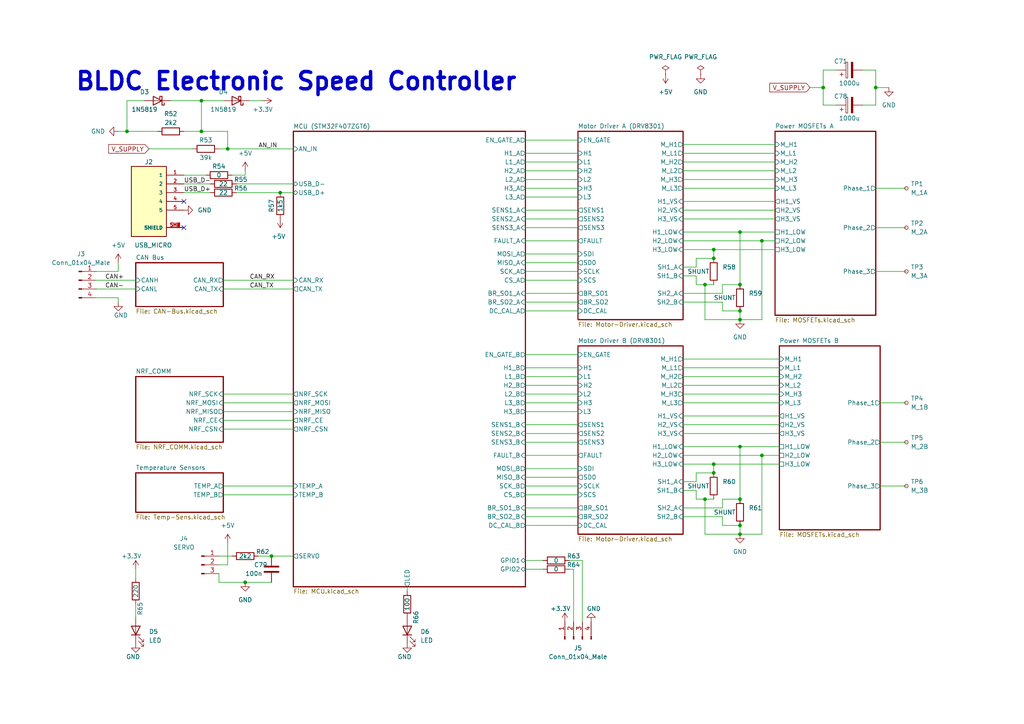
<source format=kicad_sch>
(kicad_sch (version 20211123) (generator eeschema)

  (uuid d277d506-2f4d-497b-a498-1ff059e212d2)

  (paper "A4")

  (title_block
    (title "BLDC Electronic Speed Controller 1.0")
    (date "2023-01-16")
    (rev "ESC 1.0")
    (company "Electrium Mobility")
    (comment 1 "Top Level")
  )

  (lib_symbols
    (symbol "1050170001:1050170001" (pin_names (offset 1.016)) (in_bom yes) (on_board yes)
      (property "Reference" "J" (id 0) (at -5.085 10.17 0)
        (effects (font (size 1.27 1.27)) (justify left bottom))
      )
      (property "Value" "1050170001" (id 1) (at -5.0855 -12.7137 0)
        (effects (font (size 1.27 1.27)) (justify left bottom))
      )
      (property "Footprint" "MOLEX_1050170001" (id 2) (at 0 0 0)
        (effects (font (size 1.27 1.27)) (justify bottom) hide)
      )
      (property "Datasheet" "" (id 3) (at 0 0 0)
        (effects (font (size 1.27 1.27)) hide)
      )
      (property "PARTREV" "F" (id 4) (at 0 0 0)
        (effects (font (size 1.27 1.27)) (justify bottom) hide)
      )
      (property "MANUFACTURER" "molex" (id 5) (at 0 0 0)
        (effects (font (size 1.27 1.27)) (justify bottom) hide)
      )
      (property "STANDARD" "Manufacturer recommendation" (id 6) (at 0 0 0)
        (effects (font (size 1.27 1.27)) (justify bottom) hide)
      )
      (symbol "1050170001_0_0"
        (rectangle (start -5.08 -10.16) (end 5.08 10.16)
          (stroke (width 0.254) (type default) (color 0 0 0 0))
          (fill (type background))
        )
        (pin passive line (at 10.16 7.62 180) (length 5.08)
          (name "1" (effects (font (size 1.016 1.016))))
          (number "1" (effects (font (size 1.016 1.016))))
        )
        (pin passive line (at 10.16 5.08 180) (length 5.08)
          (name "2" (effects (font (size 1.016 1.016))))
          (number "2" (effects (font (size 1.016 1.016))))
        )
        (pin passive line (at 10.16 2.54 180) (length 5.08)
          (name "3" (effects (font (size 1.016 1.016))))
          (number "3" (effects (font (size 1.016 1.016))))
        )
        (pin passive line (at 10.16 0 180) (length 5.08)
          (name "4" (effects (font (size 1.016 1.016))))
          (number "4" (effects (font (size 1.016 1.016))))
        )
        (pin passive line (at 10.16 -2.54 180) (length 5.08)
          (name "5" (effects (font (size 1.016 1.016))))
          (number "5" (effects (font (size 1.016 1.016))))
        )
        (pin passive line (at 10.16 -7.62 180) (length 5.08)
          (name "SHIELD" (effects (font (size 1.016 1.016))))
          (number "SH1" (effects (font (size 1.016 1.016))))
        )
        (pin passive line (at 10.16 -7.62 180) (length 5.08)
          (name "SHIELD" (effects (font (size 1.016 1.016))))
          (number "SH2" (effects (font (size 1.016 1.016))))
        )
        (pin passive line (at 10.16 -7.62 180) (length 5.08)
          (name "SHIELD" (effects (font (size 1.016 1.016))))
          (number "SH3" (effects (font (size 1.016 1.016))))
        )
        (pin passive line (at 10.16 -7.62 180) (length 5.08)
          (name "SHIELD" (effects (font (size 1.016 1.016))))
          (number "SH4" (effects (font (size 1.016 1.016))))
        )
        (pin passive line (at 10.16 -7.62 180) (length 5.08)
          (name "SHIELD" (effects (font (size 1.016 1.016))))
          (number "SH5" (effects (font (size 1.016 1.016))))
        )
        (pin passive line (at 10.16 -7.62 180) (length 5.08)
          (name "SHIELD" (effects (font (size 1.016 1.016))))
          (number "SH6" (effects (font (size 1.016 1.016))))
        )
        (pin passive line (at 10.16 -7.62 180) (length 5.08)
          (name "SHIELD" (effects (font (size 1.016 1.016))))
          (number "SH7" (effects (font (size 1.016 1.016))))
        )
        (pin passive line (at 10.16 -7.62 180) (length 5.08)
          (name "SHIELD" (effects (font (size 1.016 1.016))))
          (number "SH8" (effects (font (size 1.016 1.016))))
        )
      )
    )
    (symbol "Connector:Conn_01x03_Male" (pin_names (offset 1.016) hide) (in_bom yes) (on_board yes)
      (property "Reference" "J" (id 0) (at 0 5.08 0)
        (effects (font (size 1.27 1.27)))
      )
      (property "Value" "Conn_01x03_Male" (id 1) (at 0 -5.08 0)
        (effects (font (size 1.27 1.27)))
      )
      (property "Footprint" "" (id 2) (at 0 0 0)
        (effects (font (size 1.27 1.27)) hide)
      )
      (property "Datasheet" "~" (id 3) (at 0 0 0)
        (effects (font (size 1.27 1.27)) hide)
      )
      (property "ki_keywords" "connector" (id 4) (at 0 0 0)
        (effects (font (size 1.27 1.27)) hide)
      )
      (property "ki_description" "Generic connector, single row, 01x03, script generated (kicad-library-utils/schlib/autogen/connector/)" (id 5) (at 0 0 0)
        (effects (font (size 1.27 1.27)) hide)
      )
      (property "ki_fp_filters" "Connector*:*_1x??_*" (id 6) (at 0 0 0)
        (effects (font (size 1.27 1.27)) hide)
      )
      (symbol "Conn_01x03_Male_1_1"
        (polyline
          (pts
            (xy 1.27 -2.54)
            (xy 0.8636 -2.54)
          )
          (stroke (width 0.1524) (type default) (color 0 0 0 0))
          (fill (type none))
        )
        (polyline
          (pts
            (xy 1.27 0)
            (xy 0.8636 0)
          )
          (stroke (width 0.1524) (type default) (color 0 0 0 0))
          (fill (type none))
        )
        (polyline
          (pts
            (xy 1.27 2.54)
            (xy 0.8636 2.54)
          )
          (stroke (width 0.1524) (type default) (color 0 0 0 0))
          (fill (type none))
        )
        (rectangle (start 0.8636 -2.413) (end 0 -2.667)
          (stroke (width 0.1524) (type default) (color 0 0 0 0))
          (fill (type outline))
        )
        (rectangle (start 0.8636 0.127) (end 0 -0.127)
          (stroke (width 0.1524) (type default) (color 0 0 0 0))
          (fill (type outline))
        )
        (rectangle (start 0.8636 2.667) (end 0 2.413)
          (stroke (width 0.1524) (type default) (color 0 0 0 0))
          (fill (type outline))
        )
        (pin passive line (at 5.08 2.54 180) (length 3.81)
          (name "Pin_1" (effects (font (size 1.27 1.27))))
          (number "1" (effects (font (size 1.27 1.27))))
        )
        (pin passive line (at 5.08 0 180) (length 3.81)
          (name "Pin_2" (effects (font (size 1.27 1.27))))
          (number "2" (effects (font (size 1.27 1.27))))
        )
        (pin passive line (at 5.08 -2.54 180) (length 3.81)
          (name "Pin_3" (effects (font (size 1.27 1.27))))
          (number "3" (effects (font (size 1.27 1.27))))
        )
      )
    )
    (symbol "Connector:Conn_01x04_Male" (pin_names (offset 1.016) hide) (in_bom yes) (on_board yes)
      (property "Reference" "J" (id 0) (at 0 5.08 0)
        (effects (font (size 1.27 1.27)))
      )
      (property "Value" "Conn_01x04_Male" (id 1) (at 0 -7.62 0)
        (effects (font (size 1.27 1.27)))
      )
      (property "Footprint" "" (id 2) (at 0 0 0)
        (effects (font (size 1.27 1.27)) hide)
      )
      (property "Datasheet" "~" (id 3) (at 0 0 0)
        (effects (font (size 1.27 1.27)) hide)
      )
      (property "ki_keywords" "connector" (id 4) (at 0 0 0)
        (effects (font (size 1.27 1.27)) hide)
      )
      (property "ki_description" "Generic connector, single row, 01x04, script generated (kicad-library-utils/schlib/autogen/connector/)" (id 5) (at 0 0 0)
        (effects (font (size 1.27 1.27)) hide)
      )
      (property "ki_fp_filters" "Connector*:*_1x??_*" (id 6) (at 0 0 0)
        (effects (font (size 1.27 1.27)) hide)
      )
      (symbol "Conn_01x04_Male_1_1"
        (polyline
          (pts
            (xy 1.27 -5.08)
            (xy 0.8636 -5.08)
          )
          (stroke (width 0.1524) (type default) (color 0 0 0 0))
          (fill (type none))
        )
        (polyline
          (pts
            (xy 1.27 -2.54)
            (xy 0.8636 -2.54)
          )
          (stroke (width 0.1524) (type default) (color 0 0 0 0))
          (fill (type none))
        )
        (polyline
          (pts
            (xy 1.27 0)
            (xy 0.8636 0)
          )
          (stroke (width 0.1524) (type default) (color 0 0 0 0))
          (fill (type none))
        )
        (polyline
          (pts
            (xy 1.27 2.54)
            (xy 0.8636 2.54)
          )
          (stroke (width 0.1524) (type default) (color 0 0 0 0))
          (fill (type none))
        )
        (rectangle (start 0.8636 -4.953) (end 0 -5.207)
          (stroke (width 0.1524) (type default) (color 0 0 0 0))
          (fill (type outline))
        )
        (rectangle (start 0.8636 -2.413) (end 0 -2.667)
          (stroke (width 0.1524) (type default) (color 0 0 0 0))
          (fill (type outline))
        )
        (rectangle (start 0.8636 0.127) (end 0 -0.127)
          (stroke (width 0.1524) (type default) (color 0 0 0 0))
          (fill (type outline))
        )
        (rectangle (start 0.8636 2.667) (end 0 2.413)
          (stroke (width 0.1524) (type default) (color 0 0 0 0))
          (fill (type outline))
        )
        (pin passive line (at 5.08 2.54 180) (length 3.81)
          (name "Pin_1" (effects (font (size 1.27 1.27))))
          (number "1" (effects (font (size 1.27 1.27))))
        )
        (pin passive line (at 5.08 0 180) (length 3.81)
          (name "Pin_2" (effects (font (size 1.27 1.27))))
          (number "2" (effects (font (size 1.27 1.27))))
        )
        (pin passive line (at 5.08 -2.54 180) (length 3.81)
          (name "Pin_3" (effects (font (size 1.27 1.27))))
          (number "3" (effects (font (size 1.27 1.27))))
        )
        (pin passive line (at 5.08 -5.08 180) (length 3.81)
          (name "Pin_4" (effects (font (size 1.27 1.27))))
          (number "4" (effects (font (size 1.27 1.27))))
        )
      )
    )
    (symbol "Connector:TestPoint_Small" (pin_numbers hide) (pin_names (offset 0.762) hide) (in_bom yes) (on_board yes)
      (property "Reference" "TP" (id 0) (at 0 3.81 0)
        (effects (font (size 1.27 1.27)))
      )
      (property "Value" "TestPoint_Small" (id 1) (at 0 2.032 0)
        (effects (font (size 1.27 1.27)))
      )
      (property "Footprint" "" (id 2) (at 5.08 0 0)
        (effects (font (size 1.27 1.27)) hide)
      )
      (property "Datasheet" "~" (id 3) (at 5.08 0 0)
        (effects (font (size 1.27 1.27)) hide)
      )
      (property "ki_keywords" "test point tp" (id 4) (at 0 0 0)
        (effects (font (size 1.27 1.27)) hide)
      )
      (property "ki_description" "test point" (id 5) (at 0 0 0)
        (effects (font (size 1.27 1.27)) hide)
      )
      (property "ki_fp_filters" "Pin* Test*" (id 6) (at 0 0 0)
        (effects (font (size 1.27 1.27)) hide)
      )
      (symbol "TestPoint_Small_0_1"
        (circle (center 0 0) (radius 0.508)
          (stroke (width 0) (type default) (color 0 0 0 0))
          (fill (type none))
        )
      )
      (symbol "TestPoint_Small_1_1"
        (pin passive line (at 0 0 90) (length 0)
          (name "1" (effects (font (size 1.27 1.27))))
          (number "1" (effects (font (size 1.27 1.27))))
        )
      )
    )
    (symbol "Device:C" (pin_numbers hide) (pin_names (offset 0.254)) (in_bom yes) (on_board yes)
      (property "Reference" "C" (id 0) (at 0.635 2.54 0)
        (effects (font (size 1.27 1.27)) (justify left))
      )
      (property "Value" "C" (id 1) (at 0.635 -2.54 0)
        (effects (font (size 1.27 1.27)) (justify left))
      )
      (property "Footprint" "" (id 2) (at 0.9652 -3.81 0)
        (effects (font (size 1.27 1.27)) hide)
      )
      (property "Datasheet" "~" (id 3) (at 0 0 0)
        (effects (font (size 1.27 1.27)) hide)
      )
      (property "ki_keywords" "cap capacitor" (id 4) (at 0 0 0)
        (effects (font (size 1.27 1.27)) hide)
      )
      (property "ki_description" "Unpolarized capacitor" (id 5) (at 0 0 0)
        (effects (font (size 1.27 1.27)) hide)
      )
      (property "ki_fp_filters" "C_*" (id 6) (at 0 0 0)
        (effects (font (size 1.27 1.27)) hide)
      )
      (symbol "C_0_1"
        (polyline
          (pts
            (xy -2.032 -0.762)
            (xy 2.032 -0.762)
          )
          (stroke (width 0.508) (type default) (color 0 0 0 0))
          (fill (type none))
        )
        (polyline
          (pts
            (xy -2.032 0.762)
            (xy 2.032 0.762)
          )
          (stroke (width 0.508) (type default) (color 0 0 0 0))
          (fill (type none))
        )
      )
      (symbol "C_1_1"
        (pin passive line (at 0 3.81 270) (length 2.794)
          (name "~" (effects (font (size 1.27 1.27))))
          (number "1" (effects (font (size 1.27 1.27))))
        )
        (pin passive line (at 0 -3.81 90) (length 2.794)
          (name "~" (effects (font (size 1.27 1.27))))
          (number "2" (effects (font (size 1.27 1.27))))
        )
      )
    )
    (symbol "Device:C_Polarized" (pin_numbers hide) (pin_names (offset 0.254)) (in_bom yes) (on_board yes)
      (property "Reference" "C" (id 0) (at 0.635 2.54 0)
        (effects (font (size 1.27 1.27)) (justify left))
      )
      (property "Value" "C_Polarized" (id 1) (at 0.635 -2.54 0)
        (effects (font (size 1.27 1.27)) (justify left))
      )
      (property "Footprint" "" (id 2) (at 0.9652 -3.81 0)
        (effects (font (size 1.27 1.27)) hide)
      )
      (property "Datasheet" "~" (id 3) (at 0 0 0)
        (effects (font (size 1.27 1.27)) hide)
      )
      (property "ki_keywords" "cap capacitor" (id 4) (at 0 0 0)
        (effects (font (size 1.27 1.27)) hide)
      )
      (property "ki_description" "Polarized capacitor" (id 5) (at 0 0 0)
        (effects (font (size 1.27 1.27)) hide)
      )
      (property "ki_fp_filters" "CP_*" (id 6) (at 0 0 0)
        (effects (font (size 1.27 1.27)) hide)
      )
      (symbol "C_Polarized_0_1"
        (rectangle (start -2.286 0.508) (end 2.286 1.016)
          (stroke (width 0) (type default) (color 0 0 0 0))
          (fill (type none))
        )
        (polyline
          (pts
            (xy -1.778 2.286)
            (xy -0.762 2.286)
          )
          (stroke (width 0) (type default) (color 0 0 0 0))
          (fill (type none))
        )
        (polyline
          (pts
            (xy -1.27 2.794)
            (xy -1.27 1.778)
          )
          (stroke (width 0) (type default) (color 0 0 0 0))
          (fill (type none))
        )
        (rectangle (start 2.286 -0.508) (end -2.286 -1.016)
          (stroke (width 0) (type default) (color 0 0 0 0))
          (fill (type outline))
        )
      )
      (symbol "C_Polarized_1_1"
        (pin passive line (at 0 3.81 270) (length 2.794)
          (name "~" (effects (font (size 1.27 1.27))))
          (number "1" (effects (font (size 1.27 1.27))))
        )
        (pin passive line (at 0 -3.81 90) (length 2.794)
          (name "~" (effects (font (size 1.27 1.27))))
          (number "2" (effects (font (size 1.27 1.27))))
        )
      )
    )
    (symbol "Device:LED" (pin_numbers hide) (pin_names (offset 1.016) hide) (in_bom yes) (on_board yes)
      (property "Reference" "D" (id 0) (at 0 2.54 0)
        (effects (font (size 1.27 1.27)))
      )
      (property "Value" "LED" (id 1) (at 0 -2.54 0)
        (effects (font (size 1.27 1.27)))
      )
      (property "Footprint" "" (id 2) (at 0 0 0)
        (effects (font (size 1.27 1.27)) hide)
      )
      (property "Datasheet" "~" (id 3) (at 0 0 0)
        (effects (font (size 1.27 1.27)) hide)
      )
      (property "ki_keywords" "LED diode" (id 4) (at 0 0 0)
        (effects (font (size 1.27 1.27)) hide)
      )
      (property "ki_description" "Light emitting diode" (id 5) (at 0 0 0)
        (effects (font (size 1.27 1.27)) hide)
      )
      (property "ki_fp_filters" "LED* LED_SMD:* LED_THT:*" (id 6) (at 0 0 0)
        (effects (font (size 1.27 1.27)) hide)
      )
      (symbol "LED_0_1"
        (polyline
          (pts
            (xy -1.27 -1.27)
            (xy -1.27 1.27)
          )
          (stroke (width 0.254) (type default) (color 0 0 0 0))
          (fill (type none))
        )
        (polyline
          (pts
            (xy -1.27 0)
            (xy 1.27 0)
          )
          (stroke (width 0) (type default) (color 0 0 0 0))
          (fill (type none))
        )
        (polyline
          (pts
            (xy 1.27 -1.27)
            (xy 1.27 1.27)
            (xy -1.27 0)
            (xy 1.27 -1.27)
          )
          (stroke (width 0.254) (type default) (color 0 0 0 0))
          (fill (type none))
        )
        (polyline
          (pts
            (xy -3.048 -0.762)
            (xy -4.572 -2.286)
            (xy -3.81 -2.286)
            (xy -4.572 -2.286)
            (xy -4.572 -1.524)
          )
          (stroke (width 0) (type default) (color 0 0 0 0))
          (fill (type none))
        )
        (polyline
          (pts
            (xy -1.778 -0.762)
            (xy -3.302 -2.286)
            (xy -2.54 -2.286)
            (xy -3.302 -2.286)
            (xy -3.302 -1.524)
          )
          (stroke (width 0) (type default) (color 0 0 0 0))
          (fill (type none))
        )
      )
      (symbol "LED_1_1"
        (pin passive line (at -3.81 0 0) (length 2.54)
          (name "K" (effects (font (size 1.27 1.27))))
          (number "1" (effects (font (size 1.27 1.27))))
        )
        (pin passive line (at 3.81 0 180) (length 2.54)
          (name "A" (effects (font (size 1.27 1.27))))
          (number "2" (effects (font (size 1.27 1.27))))
        )
      )
    )
    (symbol "Device:R" (pin_numbers hide) (pin_names (offset 0)) (in_bom yes) (on_board yes)
      (property "Reference" "R" (id 0) (at 2.032 0 90)
        (effects (font (size 1.27 1.27)))
      )
      (property "Value" "R" (id 1) (at 0 0 90)
        (effects (font (size 1.27 1.27)))
      )
      (property "Footprint" "" (id 2) (at -1.778 0 90)
        (effects (font (size 1.27 1.27)) hide)
      )
      (property "Datasheet" "~" (id 3) (at 0 0 0)
        (effects (font (size 1.27 1.27)) hide)
      )
      (property "ki_keywords" "R res resistor" (id 4) (at 0 0 0)
        (effects (font (size 1.27 1.27)) hide)
      )
      (property "ki_description" "Resistor" (id 5) (at 0 0 0)
        (effects (font (size 1.27 1.27)) hide)
      )
      (property "ki_fp_filters" "R_*" (id 6) (at 0 0 0)
        (effects (font (size 1.27 1.27)) hide)
      )
      (symbol "R_0_1"
        (rectangle (start -1.016 -2.54) (end 1.016 2.54)
          (stroke (width 0.254) (type default) (color 0 0 0 0))
          (fill (type none))
        )
      )
      (symbol "R_1_1"
        (pin passive line (at 0 3.81 270) (length 1.27)
          (name "~" (effects (font (size 1.27 1.27))))
          (number "1" (effects (font (size 1.27 1.27))))
        )
        (pin passive line (at 0 -3.81 90) (length 1.27)
          (name "~" (effects (font (size 1.27 1.27))))
          (number "2" (effects (font (size 1.27 1.27))))
        )
      )
    )
    (symbol "Diode:1N5819" (pin_numbers hide) (pin_names (offset 1.016) hide) (in_bom yes) (on_board yes)
      (property "Reference" "D" (id 0) (at 0 2.54 0)
        (effects (font (size 1.27 1.27)))
      )
      (property "Value" "1N5819" (id 1) (at 0 -2.54 0)
        (effects (font (size 1.27 1.27)))
      )
      (property "Footprint" "Diode_THT:D_DO-41_SOD81_P10.16mm_Horizontal" (id 2) (at 0 -4.445 0)
        (effects (font (size 1.27 1.27)) hide)
      )
      (property "Datasheet" "http://www.vishay.com/docs/88525/1n5817.pdf" (id 3) (at 0 0 0)
        (effects (font (size 1.27 1.27)) hide)
      )
      (property "ki_keywords" "diode Schottky" (id 4) (at 0 0 0)
        (effects (font (size 1.27 1.27)) hide)
      )
      (property "ki_description" "40V 1A Schottky Barrier Rectifier Diode, DO-41" (id 5) (at 0 0 0)
        (effects (font (size 1.27 1.27)) hide)
      )
      (property "ki_fp_filters" "D*DO?41*" (id 6) (at 0 0 0)
        (effects (font (size 1.27 1.27)) hide)
      )
      (symbol "1N5819_0_1"
        (polyline
          (pts
            (xy 1.27 0)
            (xy -1.27 0)
          )
          (stroke (width 0) (type default) (color 0 0 0 0))
          (fill (type none))
        )
        (polyline
          (pts
            (xy 1.27 1.27)
            (xy 1.27 -1.27)
            (xy -1.27 0)
            (xy 1.27 1.27)
          )
          (stroke (width 0.254) (type default) (color 0 0 0 0))
          (fill (type none))
        )
        (polyline
          (pts
            (xy -1.905 0.635)
            (xy -1.905 1.27)
            (xy -1.27 1.27)
            (xy -1.27 -1.27)
            (xy -0.635 -1.27)
            (xy -0.635 -0.635)
          )
          (stroke (width 0.254) (type default) (color 0 0 0 0))
          (fill (type none))
        )
      )
      (symbol "1N5819_1_1"
        (pin passive line (at -3.81 0 0) (length 2.54)
          (name "K" (effects (font (size 1.27 1.27))))
          (number "1" (effects (font (size 1.27 1.27))))
        )
        (pin passive line (at 3.81 0 180) (length 2.54)
          (name "A" (effects (font (size 1.27 1.27))))
          (number "2" (effects (font (size 1.27 1.27))))
        )
      )
    )
    (symbol "power:+3.3V" (power) (pin_names (offset 0)) (in_bom yes) (on_board yes)
      (property "Reference" "#PWR" (id 0) (at 0 -3.81 0)
        (effects (font (size 1.27 1.27)) hide)
      )
      (property "Value" "+3.3V" (id 1) (at 0 3.556 0)
        (effects (font (size 1.27 1.27)))
      )
      (property "Footprint" "" (id 2) (at 0 0 0)
        (effects (font (size 1.27 1.27)) hide)
      )
      (property "Datasheet" "" (id 3) (at 0 0 0)
        (effects (font (size 1.27 1.27)) hide)
      )
      (property "ki_keywords" "global power" (id 4) (at 0 0 0)
        (effects (font (size 1.27 1.27)) hide)
      )
      (property "ki_description" "Power symbol creates a global label with name \"+3.3V\"" (id 5) (at 0 0 0)
        (effects (font (size 1.27 1.27)) hide)
      )
      (symbol "+3.3V_0_1"
        (polyline
          (pts
            (xy -0.762 1.27)
            (xy 0 2.54)
          )
          (stroke (width 0) (type default) (color 0 0 0 0))
          (fill (type none))
        )
        (polyline
          (pts
            (xy 0 0)
            (xy 0 2.54)
          )
          (stroke (width 0) (type default) (color 0 0 0 0))
          (fill (type none))
        )
        (polyline
          (pts
            (xy 0 2.54)
            (xy 0.762 1.27)
          )
          (stroke (width 0) (type default) (color 0 0 0 0))
          (fill (type none))
        )
      )
      (symbol "+3.3V_1_1"
        (pin power_in line (at 0 0 90) (length 0) hide
          (name "+3.3V" (effects (font (size 1.27 1.27))))
          (number "1" (effects (font (size 1.27 1.27))))
        )
      )
    )
    (symbol "power:+5V" (power) (pin_names (offset 0)) (in_bom yes) (on_board yes)
      (property "Reference" "#PWR" (id 0) (at 0 -3.81 0)
        (effects (font (size 1.27 1.27)) hide)
      )
      (property "Value" "+5V" (id 1) (at 0 3.556 0)
        (effects (font (size 1.27 1.27)))
      )
      (property "Footprint" "" (id 2) (at 0 0 0)
        (effects (font (size 1.27 1.27)) hide)
      )
      (property "Datasheet" "" (id 3) (at 0 0 0)
        (effects (font (size 1.27 1.27)) hide)
      )
      (property "ki_keywords" "global power" (id 4) (at 0 0 0)
        (effects (font (size 1.27 1.27)) hide)
      )
      (property "ki_description" "Power symbol creates a global label with name \"+5V\"" (id 5) (at 0 0 0)
        (effects (font (size 1.27 1.27)) hide)
      )
      (symbol "+5V_0_1"
        (polyline
          (pts
            (xy -0.762 1.27)
            (xy 0 2.54)
          )
          (stroke (width 0) (type default) (color 0 0 0 0))
          (fill (type none))
        )
        (polyline
          (pts
            (xy 0 0)
            (xy 0 2.54)
          )
          (stroke (width 0) (type default) (color 0 0 0 0))
          (fill (type none))
        )
        (polyline
          (pts
            (xy 0 2.54)
            (xy 0.762 1.27)
          )
          (stroke (width 0) (type default) (color 0 0 0 0))
          (fill (type none))
        )
      )
      (symbol "+5V_1_1"
        (pin power_in line (at 0 0 90) (length 0) hide
          (name "+5V" (effects (font (size 1.27 1.27))))
          (number "1" (effects (font (size 1.27 1.27))))
        )
      )
    )
    (symbol "power:GND" (power) (pin_names (offset 0)) (in_bom yes) (on_board yes)
      (property "Reference" "#PWR" (id 0) (at 0 -6.35 0)
        (effects (font (size 1.27 1.27)) hide)
      )
      (property "Value" "GND" (id 1) (at 0 -3.81 0)
        (effects (font (size 1.27 1.27)))
      )
      (property "Footprint" "" (id 2) (at 0 0 0)
        (effects (font (size 1.27 1.27)) hide)
      )
      (property "Datasheet" "" (id 3) (at 0 0 0)
        (effects (font (size 1.27 1.27)) hide)
      )
      (property "ki_keywords" "global power" (id 4) (at 0 0 0)
        (effects (font (size 1.27 1.27)) hide)
      )
      (property "ki_description" "Power symbol creates a global label with name \"GND\" , ground" (id 5) (at 0 0 0)
        (effects (font (size 1.27 1.27)) hide)
      )
      (symbol "GND_0_1"
        (polyline
          (pts
            (xy 0 0)
            (xy 0 -1.27)
            (xy 1.27 -1.27)
            (xy 0 -2.54)
            (xy -1.27 -1.27)
            (xy 0 -1.27)
          )
          (stroke (width 0) (type default) (color 0 0 0 0))
          (fill (type none))
        )
      )
      (symbol "GND_1_1"
        (pin power_in line (at 0 0 270) (length 0) hide
          (name "GND" (effects (font (size 1.27 1.27))))
          (number "1" (effects (font (size 1.27 1.27))))
        )
      )
    )
    (symbol "power:PWR_FLAG" (power) (pin_numbers hide) (pin_names (offset 0) hide) (in_bom yes) (on_board yes)
      (property "Reference" "#FLG" (id 0) (at 0 1.905 0)
        (effects (font (size 1.27 1.27)) hide)
      )
      (property "Value" "PWR_FLAG" (id 1) (at 0 3.81 0)
        (effects (font (size 1.27 1.27)))
      )
      (property "Footprint" "" (id 2) (at 0 0 0)
        (effects (font (size 1.27 1.27)) hide)
      )
      (property "Datasheet" "~" (id 3) (at 0 0 0)
        (effects (font (size 1.27 1.27)) hide)
      )
      (property "ki_keywords" "flag power" (id 4) (at 0 0 0)
        (effects (font (size 1.27 1.27)) hide)
      )
      (property "ki_description" "Special symbol for telling ERC where power comes from" (id 5) (at 0 0 0)
        (effects (font (size 1.27 1.27)) hide)
      )
      (symbol "PWR_FLAG_0_0"
        (pin power_out line (at 0 0 90) (length 0)
          (name "pwr" (effects (font (size 1.27 1.27))))
          (number "1" (effects (font (size 1.27 1.27))))
        )
      )
      (symbol "PWR_FLAG_0_1"
        (polyline
          (pts
            (xy 0 0)
            (xy 0 1.27)
            (xy -1.016 1.905)
            (xy 0 2.54)
            (xy 1.016 1.905)
            (xy 0 1.27)
          )
          (stroke (width 0) (type default) (color 0 0 0 0))
          (fill (type none))
        )
      )
    )
  )

  (junction (at 214.63 144.78) (diameter 0) (color 0 0 0 0)
    (uuid 0dbddd03-ce0c-4853-94af-e699d517dffa)
  )
  (junction (at 214.63 129.54) (diameter 0) (color 0 0 0 0)
    (uuid 0e438e5e-ddb3-436d-993a-0a5803f8a137)
  )
  (junction (at 207.01 137.16) (diameter 0) (color 0 0 0 0)
    (uuid 17795dd6-c0a1-4e28-ad52-516eb62f07e5)
  )
  (junction (at 214.63 92.71) (diameter 0) (color 0 0 0 0)
    (uuid 3067f8e7-1661-4760-b839-092f002b4ad8)
  )
  (junction (at 204.47 82.55) (diameter 0) (color 0 0 0 0)
    (uuid 31aafadb-3a83-4c6e-b600-a045b2f54071)
  )
  (junction (at 214.63 82.55) (diameter 0) (color 0 0 0 0)
    (uuid 349f887f-3a96-4829-96b6-37194de6f118)
  )
  (junction (at 71.12 168.91) (diameter 0) (color 0 0 0 0)
    (uuid 44063716-5f57-448c-9751-7b1a1582a175)
  )
  (junction (at 238.76 25.4) (diameter 0) (color 0 0 0 0)
    (uuid 4867a4a0-ce98-48cd-9c15-ef4413eb8492)
  )
  (junction (at 214.63 90.17) (diameter 0) (color 0 0 0 0)
    (uuid 58068013-5374-41c7-b91a-bd6f4ae4e1bf)
  )
  (junction (at 207.01 134.62) (diameter 0) (color 0 0 0 0)
    (uuid 5fee2e46-5cb5-4414-9a7c-5059f4837c6a)
  )
  (junction (at 78.74 161.29) (diameter 0) (color 0 0 0 0)
    (uuid 62abe43f-47ab-445d-86ea-1dc5985f0a74)
  )
  (junction (at 36.83 38.1) (diameter 0) (color 0 0 0 0)
    (uuid 6364be93-3178-4aad-88e3-2e09ae5fbe93)
  )
  (junction (at 254 25.4) (diameter 0) (color 0 0 0 0)
    (uuid 6ceb192e-5b57-4d32-8f4b-6c3ff79ca253)
  )
  (junction (at 81.28 55.88) (diameter 0) (color 0 0 0 0)
    (uuid 737748a9-1342-4890-916f-21e79404cbf2)
  )
  (junction (at 58.42 29.21) (diameter 0) (color 0 0 0 0)
    (uuid 777aa10b-e550-483d-93ed-2918da1501a6)
  )
  (junction (at 58.42 38.1) (diameter 0) (color 0 0 0 0)
    (uuid 78e96332-c975-405f-b3c0-24b7c8b68c98)
  )
  (junction (at 207.01 72.39) (diameter 0) (color 0 0 0 0)
    (uuid 7f302888-04ff-4141-8333-fef326b68add)
  )
  (junction (at 220.98 69.85) (diameter 0) (color 0 0 0 0)
    (uuid 818cab81-d5e0-442b-83e2-98bfefa5d18f)
  )
  (junction (at 207.01 74.93) (diameter 0) (color 0 0 0 0)
    (uuid 8730f95f-55cc-4908-8ce5-90a705f55025)
  )
  (junction (at 214.63 154.94) (diameter 0) (color 0 0 0 0)
    (uuid 98f244c9-9618-4b91-9e66-00240db1842d)
  )
  (junction (at 214.63 67.31) (diameter 0) (color 0 0 0 0)
    (uuid b5e0ddce-e9a1-4789-a3fd-5e0781bcea50)
  )
  (junction (at 214.63 152.4) (diameter 0) (color 0 0 0 0)
    (uuid b8efbb52-5ebd-4fc0-b16a-bf1eb52c2a66)
  )
  (junction (at 204.47 144.78) (diameter 0) (color 0 0 0 0)
    (uuid be3bc47f-aaf0-402d-9ec0-5217515b46ce)
  )
  (junction (at 220.98 132.08) (diameter 0) (color 0 0 0 0)
    (uuid d5e49080-f543-43bc-ac39-b6368daa516d)
  )
  (junction (at 66.04 43.18) (diameter 0) (color 0 0 0 0)
    (uuid f97abb84-7283-40ae-8c78-d9fb4b8e37e0)
  )

  (no_connect (at 53.34 66.04) (uuid 18023a08-27eb-4476-90f9-37126b01d9e5))
  (no_connect (at 53.34 58.42) (uuid f20068dd-6939-4199-a652-883d867dd0a6))

  (wire (pts (xy 152.4 116.84) (xy 167.64 116.84))
    (stroke (width 0) (type default) (color 0 0 0 0))
    (uuid 0141d22f-747b-4850-abbc-7660b50c8a52)
  )
  (wire (pts (xy 250.19 20.32) (xy 254 20.32))
    (stroke (width 0) (type default) (color 0 0 0 0))
    (uuid 01d9c3a2-7c7c-46a9-ba0b-c25aab83cfbd)
  )
  (wire (pts (xy 198.12 125.73) (xy 226.06 125.73))
    (stroke (width 0) (type default) (color 0 0 0 0))
    (uuid 04ce2a99-fcd3-4edb-9f79-02a72d3f2252)
  )
  (wire (pts (xy 152.4 138.43) (xy 167.64 138.43))
    (stroke (width 0) (type default) (color 0 0 0 0))
    (uuid 06fc33bf-7e67-4253-b0c8-179ca4a52d64)
  )
  (wire (pts (xy 81.28 55.88) (xy 85.09 55.88))
    (stroke (width 0) (type default) (color 0 0 0 0))
    (uuid 0725d3aa-8fe2-49d0-914c-61cd777773eb)
  )
  (wire (pts (xy 53.34 55.88) (xy 60.96 55.88))
    (stroke (width 0) (type default) (color 0 0 0 0))
    (uuid 07f3ca23-0af2-4c00-89a4-cb732e33fe5a)
  )
  (wire (pts (xy 34.29 76.2) (xy 34.29 78.74))
    (stroke (width 0) (type default) (color 0 0 0 0))
    (uuid 089d985c-5bf5-470f-9371-b134669ffda3)
  )
  (wire (pts (xy 198.12 54.61) (xy 224.79 54.61))
    (stroke (width 0) (type default) (color 0 0 0 0))
    (uuid 0b38492c-58f6-4b83-8db2-6e1b0afe34a2)
  )
  (wire (pts (xy 234.95 25.4) (xy 238.76 25.4))
    (stroke (width 0) (type default) (color 0 0 0 0))
    (uuid 0d802f5a-c984-4124-a6e2-b3df7cd8aab6)
  )
  (wire (pts (xy 66.04 43.18) (xy 63.5 43.18))
    (stroke (width 0) (type default) (color 0 0 0 0))
    (uuid 0ef0794a-25b4-4fcf-9b45-fce3f067956b)
  )
  (wire (pts (xy 152.4 140.97) (xy 167.64 140.97))
    (stroke (width 0) (type default) (color 0 0 0 0))
    (uuid 11657fed-216d-45d7-884f-b39f31ae0268)
  )
  (wire (pts (xy 152.4 109.22) (xy 167.64 109.22))
    (stroke (width 0) (type default) (color 0 0 0 0))
    (uuid 128e909e-72f1-41a0-af35-b6be578a95d4)
  )
  (wire (pts (xy 204.47 82.55) (xy 204.47 92.71))
    (stroke (width 0) (type default) (color 0 0 0 0))
    (uuid 1406817c-8df6-47fb-b44d-7c5865ec0bd4)
  )
  (wire (pts (xy 198.12 77.47) (xy 201.93 77.47))
    (stroke (width 0) (type default) (color 0 0 0 0))
    (uuid 14d8c7d8-2e6d-40c9-8fe8-bdf7a5e55693)
  )
  (wire (pts (xy 238.76 20.32) (xy 242.57 20.32))
    (stroke (width 0) (type default) (color 0 0 0 0))
    (uuid 1720a81b-3b2e-446b-abf9-08565c23b1df)
  )
  (wire (pts (xy 220.98 69.85) (xy 224.79 69.85))
    (stroke (width 0) (type default) (color 0 0 0 0))
    (uuid 172f85f5-9357-40fd-b512-2746b1fd3456)
  )
  (wire (pts (xy 254 25.4) (xy 257.81 25.4))
    (stroke (width 0) (type default) (color 0 0 0 0))
    (uuid 1745d187-7256-4e64-9e03-313bf779e186)
  )
  (wire (pts (xy 207.01 134.62) (xy 207.01 137.16))
    (stroke (width 0) (type default) (color 0 0 0 0))
    (uuid 1784cb3c-e1c9-4f33-a634-f8d507a2ed98)
  )
  (wire (pts (xy 201.93 142.24) (xy 201.93 144.78))
    (stroke (width 0) (type default) (color 0 0 0 0))
    (uuid 17daae5b-e164-4b11-93e2-b73b4ec81cf2)
  )
  (wire (pts (xy 64.77 114.3) (xy 85.09 114.3))
    (stroke (width 0) (type default) (color 0 0 0 0))
    (uuid 17e5baac-22a3-4c16-97b8-852f4c872873)
  )
  (wire (pts (xy 66.04 43.18) (xy 66.04 38.1))
    (stroke (width 0) (type default) (color 0 0 0 0))
    (uuid 19d632f0-4c09-4b97-8480-22805361ef4a)
  )
  (wire (pts (xy 39.37 175.26) (xy 39.37 179.07))
    (stroke (width 0) (type default) (color 0 0 0 0))
    (uuid 1adcd328-81b1-4b69-a9f1-c3adc3a4f3de)
  )
  (wire (pts (xy 209.55 152.4) (xy 214.63 152.4))
    (stroke (width 0) (type default) (color 0 0 0 0))
    (uuid 1b9fac93-251c-4b07-a0b5-c48d4dee226e)
  )
  (wire (pts (xy 152.4 49.53) (xy 167.64 49.53))
    (stroke (width 0) (type default) (color 0 0 0 0))
    (uuid 1d73e035-ca3d-42ed-b957-c0ab7528825e)
  )
  (wire (pts (xy 36.83 29.21) (xy 36.83 38.1))
    (stroke (width 0) (type default) (color 0 0 0 0))
    (uuid 1e9f3475-5ee6-4663-ae4f-2b048f082d79)
  )
  (wire (pts (xy 198.12 67.31) (xy 214.63 67.31))
    (stroke (width 0) (type default) (color 0 0 0 0))
    (uuid 2236c734-66e2-4d09-874b-d77310ce4cd3)
  )
  (wire (pts (xy 55.88 43.18) (xy 43.18 43.18))
    (stroke (width 0) (type default) (color 0 0 0 0))
    (uuid 237e76ef-bf0e-4146-b835-7ecbb8c802d6)
  )
  (wire (pts (xy 63.5 161.29) (xy 67.31 161.29))
    (stroke (width 0) (type default) (color 0 0 0 0))
    (uuid 23e57d4e-f859-4160-b8cd-e824ef23e077)
  )
  (wire (pts (xy 220.98 132.08) (xy 220.98 154.94))
    (stroke (width 0) (type default) (color 0 0 0 0))
    (uuid 24bc29bc-a33b-439d-952a-b3fb5a8963ce)
  )
  (wire (pts (xy 198.12 41.91) (xy 224.79 41.91))
    (stroke (width 0) (type default) (color 0 0 0 0))
    (uuid 253bd284-5b95-4ed4-b2e3-d7d44582f602)
  )
  (wire (pts (xy 201.93 139.7) (xy 201.93 137.16))
    (stroke (width 0) (type default) (color 0 0 0 0))
    (uuid 25e2040d-4bd3-4848-8ee6-5ad1633566a4)
  )
  (wire (pts (xy 198.12 49.53) (xy 224.79 49.53))
    (stroke (width 0) (type default) (color 0 0 0 0))
    (uuid 2a509a45-77d0-4d13-92cb-9137576c2ce7)
  )
  (wire (pts (xy 209.55 82.55) (xy 214.63 82.55))
    (stroke (width 0) (type default) (color 0 0 0 0))
    (uuid 2aa14a0e-7a03-48c8-9b28-7d3d38118f79)
  )
  (wire (pts (xy 198.12 58.42) (xy 224.79 58.42))
    (stroke (width 0) (type default) (color 0 0 0 0))
    (uuid 2abceec0-62d9-4171-b873-1a8bb4e9ed79)
  )
  (wire (pts (xy 34.29 86.36) (xy 34.29 87.63))
    (stroke (width 0) (type default) (color 0 0 0 0))
    (uuid 2ad4af1b-721d-487d-a61a-eea16f5d5701)
  )
  (wire (pts (xy 41.91 29.21) (xy 36.83 29.21))
    (stroke (width 0) (type default) (color 0 0 0 0))
    (uuid 2b00a943-30a2-42e2-8051-884f9ed12839)
  )
  (wire (pts (xy 198.12 142.24) (xy 201.93 142.24))
    (stroke (width 0) (type default) (color 0 0 0 0))
    (uuid 2b23d3f4-0dc2-4da2-ad09-00ab16dd10ba)
  )
  (wire (pts (xy 36.83 38.1) (xy 45.72 38.1))
    (stroke (width 0) (type default) (color 0 0 0 0))
    (uuid 2b83eead-2960-4f6d-8e10-19615bc9bf54)
  )
  (wire (pts (xy 165.1 162.56) (xy 168.91 162.56))
    (stroke (width 0) (type default) (color 0 0 0 0))
    (uuid 2c41aed8-641b-4e49-93ad-645cd1c78b20)
  )
  (wire (pts (xy 58.42 29.21) (xy 58.42 38.1))
    (stroke (width 0) (type default) (color 0 0 0 0))
    (uuid 2e2720a1-0c2b-49f2-baf9-e18106b9af0b)
  )
  (wire (pts (xy 152.4 66.04) (xy 167.64 66.04))
    (stroke (width 0) (type default) (color 0 0 0 0))
    (uuid 30287ad5-f7a6-4468-b9ae-420eacbf9007)
  )
  (wire (pts (xy 198.12 114.3) (xy 226.06 114.3))
    (stroke (width 0) (type default) (color 0 0 0 0))
    (uuid 30aca069-3cd7-4c9c-8bcc-dcb2677f148f)
  )
  (wire (pts (xy 78.74 168.91) (xy 71.12 168.91))
    (stroke (width 0) (type default) (color 0 0 0 0))
    (uuid 313e9a84-0bf8-4c14-b244-248fc1a7dace)
  )
  (wire (pts (xy 168.91 162.56) (xy 168.91 180.34))
    (stroke (width 0) (type default) (color 0 0 0 0))
    (uuid 32bb4650-da62-4acd-b0fe-488c6617970c)
  )
  (wire (pts (xy 152.4 152.4) (xy 167.64 152.4))
    (stroke (width 0) (type default) (color 0 0 0 0))
    (uuid 32fd0877-49df-4476-afd5-b84fe16a1ed4)
  )
  (wire (pts (xy 64.77 143.51) (xy 85.09 143.51))
    (stroke (width 0) (type default) (color 0 0 0 0))
    (uuid 34a8f67a-836a-4188-8e87-043d49ccb4e8)
  )
  (wire (pts (xy 63.5 168.91) (xy 63.5 166.37))
    (stroke (width 0) (type default) (color 0 0 0 0))
    (uuid 351d648e-1724-4286-bccc-6c9ed8e250d0)
  )
  (wire (pts (xy 27.94 83.82) (xy 39.37 83.82))
    (stroke (width 0) (type default) (color 0 0 0 0))
    (uuid 3695da02-ebbf-4d3d-a2b9-b1e55a91c6d0)
  )
  (wire (pts (xy 68.58 53.34) (xy 85.09 53.34))
    (stroke (width 0) (type default) (color 0 0 0 0))
    (uuid 36e228c1-dda5-4cdf-8057-b75563cb3b23)
  )
  (wire (pts (xy 152.4 143.51) (xy 167.64 143.51))
    (stroke (width 0) (type default) (color 0 0 0 0))
    (uuid 39f11de8-97f1-4d07-80a2-a84f979cc725)
  )
  (wire (pts (xy 214.63 129.54) (xy 226.06 129.54))
    (stroke (width 0) (type default) (color 0 0 0 0))
    (uuid 3dc5a819-75dc-413a-8e67-c5cc341ff74e)
  )
  (wire (pts (xy 152.4 128.27) (xy 167.64 128.27))
    (stroke (width 0) (type default) (color 0 0 0 0))
    (uuid 3f2f919f-7519-42f7-a725-15a45f52c495)
  )
  (wire (pts (xy 27.94 81.28) (xy 39.37 81.28))
    (stroke (width 0) (type default) (color 0 0 0 0))
    (uuid 4027e0df-28be-4c6d-8f1a-0505acd9be05)
  )
  (wire (pts (xy 152.4 60.96) (xy 167.64 60.96))
    (stroke (width 0) (type default) (color 0 0 0 0))
    (uuid 4447b0f3-a2f8-46d4-8bd8-7dce2ce0c6b3)
  )
  (wire (pts (xy 152.4 119.38) (xy 167.64 119.38))
    (stroke (width 0) (type default) (color 0 0 0 0))
    (uuid 4f1fff2e-fd73-4962-9c08-0a1f184403b8)
  )
  (wire (pts (xy 198.12 69.85) (xy 220.98 69.85))
    (stroke (width 0) (type default) (color 0 0 0 0))
    (uuid 4f763d2d-a8a1-4a62-99f6-a0cc7db91b83)
  )
  (wire (pts (xy 34.29 38.1) (xy 36.83 38.1))
    (stroke (width 0) (type default) (color 0 0 0 0))
    (uuid 51cdffd3-1de1-4bcd-81db-c471e6366772)
  )
  (wire (pts (xy 152.4 54.61) (xy 167.64 54.61))
    (stroke (width 0) (type default) (color 0 0 0 0))
    (uuid 545cdd53-1142-49e3-9eeb-180a96dfcb23)
  )
  (wire (pts (xy 53.34 38.1) (xy 58.42 38.1))
    (stroke (width 0) (type default) (color 0 0 0 0))
    (uuid 563dccf6-1de1-4296-80ce-9f6768312442)
  )
  (wire (pts (xy 214.63 152.4) (xy 214.63 154.94))
    (stroke (width 0) (type default) (color 0 0 0 0))
    (uuid 569e5828-1e1b-452a-99de-4e0c2b0860a3)
  )
  (wire (pts (xy 238.76 25.4) (xy 238.76 30.48))
    (stroke (width 0) (type default) (color 0 0 0 0))
    (uuid 58d2d788-4aea-4924-9254-7964edcf29d5)
  )
  (wire (pts (xy 254 20.32) (xy 254 25.4))
    (stroke (width 0) (type default) (color 0 0 0 0))
    (uuid 5b16b425-991a-4cad-b468-8d0228b8ba08)
  )
  (wire (pts (xy 209.55 90.17) (xy 214.63 90.17))
    (stroke (width 0) (type default) (color 0 0 0 0))
    (uuid 5bd72cee-936c-4f44-9f4f-7222c94ce170)
  )
  (wire (pts (xy 152.4 149.86) (xy 167.64 149.86))
    (stroke (width 0) (type default) (color 0 0 0 0))
    (uuid 5c8fad3d-efa8-49db-8f9b-a5ff5a745021)
  )
  (wire (pts (xy 201.93 82.55) (xy 204.47 82.55))
    (stroke (width 0) (type default) (color 0 0 0 0))
    (uuid 6038799f-0f2a-44ce-85c4-b91675dcd994)
  )
  (wire (pts (xy 198.12 116.84) (xy 226.06 116.84))
    (stroke (width 0) (type default) (color 0 0 0 0))
    (uuid 612f95e6-18eb-446a-9635-cac86eeba9dc)
  )
  (wire (pts (xy 204.47 92.71) (xy 214.63 92.71))
    (stroke (width 0) (type default) (color 0 0 0 0))
    (uuid 63cdc291-994f-430d-b956-5b07ad34b0b5)
  )
  (wire (pts (xy 254 54.61) (xy 262.89 54.61))
    (stroke (width 0) (type default) (color 0 0 0 0))
    (uuid 67d036d0-70c9-4a0a-a549-4ba5912f9eee)
  )
  (wire (pts (xy 201.93 80.01) (xy 201.93 82.55))
    (stroke (width 0) (type default) (color 0 0 0 0))
    (uuid 6946225c-dbf0-40b7-a63b-2c60163cc6bb)
  )
  (wire (pts (xy 198.12 149.86) (xy 209.55 149.86))
    (stroke (width 0) (type default) (color 0 0 0 0))
    (uuid 6b96cacf-a79b-45f3-9e80-3c10096c0be3)
  )
  (wire (pts (xy 152.4 135.89) (xy 167.64 135.89))
    (stroke (width 0) (type default) (color 0 0 0 0))
    (uuid 6d21abdf-97f6-4d07-bf4e-848de14fd75d)
  )
  (wire (pts (xy 53.34 53.34) (xy 60.96 53.34))
    (stroke (width 0) (type default) (color 0 0 0 0))
    (uuid 6d732eab-bc9d-4ede-815e-1dff2d88ea1b)
  )
  (wire (pts (xy 198.12 87.63) (xy 209.55 87.63))
    (stroke (width 0) (type default) (color 0 0 0 0))
    (uuid 6ea4548f-8544-42c6-8fec-110b7d86b55f)
  )
  (wire (pts (xy 64.77 121.92) (xy 85.09 121.92))
    (stroke (width 0) (type default) (color 0 0 0 0))
    (uuid 72adca29-b585-402a-af1a-43ad3f1f3308)
  )
  (wire (pts (xy 254 25.4) (xy 254 30.48))
    (stroke (width 0) (type default) (color 0 0 0 0))
    (uuid 72c39569-4db8-4cdb-b51b-b4089f2ae8fe)
  )
  (wire (pts (xy 198.12 63.5) (xy 224.79 63.5))
    (stroke (width 0) (type default) (color 0 0 0 0))
    (uuid 7395f7ff-fd2e-4de3-aae3-0a0eb188435e)
  )
  (wire (pts (xy 74.93 161.29) (xy 78.74 161.29))
    (stroke (width 0) (type default) (color 0 0 0 0))
    (uuid 74c4530b-935a-4de2-a72f-8830dd464579)
  )
  (wire (pts (xy 198.12 111.76) (xy 226.06 111.76))
    (stroke (width 0) (type default) (color 0 0 0 0))
    (uuid 760b4165-bf90-4350-9307-b1d51d376a89)
  )
  (wire (pts (xy 118.11 171.45) (xy 118.11 170.18))
    (stroke (width 0) (type default) (color 0 0 0 0))
    (uuid 761c17da-eddc-4f22-a81a-0947c2751450)
  )
  (wire (pts (xy 71.12 49.53) (xy 71.12 50.8))
    (stroke (width 0) (type default) (color 0 0 0 0))
    (uuid 77121829-79bf-4fe8-9b82-e87fccd2abad)
  )
  (wire (pts (xy 152.4 90.17) (xy 167.64 90.17))
    (stroke (width 0) (type default) (color 0 0 0 0))
    (uuid 77957644-8b66-44ff-9ec7-fb5bfa059bc6)
  )
  (wire (pts (xy 152.4 40.64) (xy 167.64 40.64))
    (stroke (width 0) (type default) (color 0 0 0 0))
    (uuid 77c3fdc5-ad71-4e40-aa6c-0e7b66a0d73b)
  )
  (wire (pts (xy 152.4 123.19) (xy 167.64 123.19))
    (stroke (width 0) (type default) (color 0 0 0 0))
    (uuid 798a76a0-4ec2-4f4f-aaf4-2a8f1327b529)
  )
  (wire (pts (xy 152.4 52.07) (xy 167.64 52.07))
    (stroke (width 0) (type default) (color 0 0 0 0))
    (uuid 7ba30465-c780-4f48-bf84-8243eeddff70)
  )
  (wire (pts (xy 214.63 90.17) (xy 214.63 92.71))
    (stroke (width 0) (type default) (color 0 0 0 0))
    (uuid 7bd5fcd2-570c-4cc8-8796-28e4d38cfcee)
  )
  (wire (pts (xy 201.93 137.16) (xy 207.01 137.16))
    (stroke (width 0) (type default) (color 0 0 0 0))
    (uuid 7c3140d9-eed9-4cb5-a83c-af46ec494e70)
  )
  (wire (pts (xy 198.12 109.22) (xy 226.06 109.22))
    (stroke (width 0) (type default) (color 0 0 0 0))
    (uuid 7c833b87-87a8-4e60-8030-6346d159930b)
  )
  (wire (pts (xy 152.4 81.28) (xy 167.64 81.28))
    (stroke (width 0) (type default) (color 0 0 0 0))
    (uuid 7cbcb3ac-9648-41c0-880a-184b726d2938)
  )
  (wire (pts (xy 152.4 85.09) (xy 167.64 85.09))
    (stroke (width 0) (type default) (color 0 0 0 0))
    (uuid 7d7cd489-ae76-4cbc-adf7-58649c4774de)
  )
  (wire (pts (xy 238.76 25.4) (xy 238.76 20.32))
    (stroke (width 0) (type default) (color 0 0 0 0))
    (uuid 83cba51e-64f7-4df7-b539-a64ef6b11922)
  )
  (wire (pts (xy 198.12 60.96) (xy 224.79 60.96))
    (stroke (width 0) (type default) (color 0 0 0 0))
    (uuid 8823144a-507a-4969-a5a8-8beaf9120df3)
  )
  (wire (pts (xy 67.31 50.8) (xy 71.12 50.8))
    (stroke (width 0) (type default) (color 0 0 0 0))
    (uuid 8928b4fb-7917-482f-a1af-2edf8c4b3f86)
  )
  (wire (pts (xy 49.53 29.21) (xy 58.42 29.21))
    (stroke (width 0) (type default) (color 0 0 0 0))
    (uuid 8fcd6640-9231-411d-9b55-80d4df3682f2)
  )
  (wire (pts (xy 220.98 92.71) (xy 214.63 92.71))
    (stroke (width 0) (type default) (color 0 0 0 0))
    (uuid 90043fe0-3cba-48a6-abbc-095713505d48)
  )
  (wire (pts (xy 198.12 123.19) (xy 226.06 123.19))
    (stroke (width 0) (type default) (color 0 0 0 0))
    (uuid 90d33a9f-49c9-4ffb-abf2-f4676afc09fb)
  )
  (wire (pts (xy 165.1 165.1) (xy 166.37 165.1))
    (stroke (width 0) (type default) (color 0 0 0 0))
    (uuid 90d4984f-b9d3-46ba-bce6-af89257c1fb2)
  )
  (wire (pts (xy 220.98 132.08) (xy 226.06 132.08))
    (stroke (width 0) (type default) (color 0 0 0 0))
    (uuid 91afd888-2559-4cd1-a66c-46c4b0d06a5b)
  )
  (wire (pts (xy 207.01 134.62) (xy 226.06 134.62))
    (stroke (width 0) (type default) (color 0 0 0 0))
    (uuid 91d8f5b5-d8e0-456b-8aee-52cc93b68099)
  )
  (wire (pts (xy 198.12 104.14) (xy 226.06 104.14))
    (stroke (width 0) (type default) (color 0 0 0 0))
    (uuid 95dc8af5-4f77-4ceb-a22a-6a8f5b6720ef)
  )
  (wire (pts (xy 198.12 52.07) (xy 224.79 52.07))
    (stroke (width 0) (type default) (color 0 0 0 0))
    (uuid 95f27a34-d19c-4790-9ac0-59e7f118f57e)
  )
  (wire (pts (xy 198.12 147.32) (xy 209.55 147.32))
    (stroke (width 0) (type default) (color 0 0 0 0))
    (uuid 966a7306-a3ab-4e30-9582-e43065e2329a)
  )
  (wire (pts (xy 152.4 73.66) (xy 167.64 73.66))
    (stroke (width 0) (type default) (color 0 0 0 0))
    (uuid 9abbcad6-892d-4c3f-b078-e00bb417e466)
  )
  (wire (pts (xy 214.63 67.31) (xy 224.79 67.31))
    (stroke (width 0) (type default) (color 0 0 0 0))
    (uuid 9d12dc9c-0b88-4bd5-aef9-f1bfc33d6076)
  )
  (wire (pts (xy 198.12 44.45) (xy 224.79 44.45))
    (stroke (width 0) (type default) (color 0 0 0 0))
    (uuid a35cd3a6-79cb-4e18-96ad-529b274286f3)
  )
  (wire (pts (xy 255.27 128.27) (xy 262.89 128.27))
    (stroke (width 0) (type default) (color 0 0 0 0))
    (uuid a3e682f2-6f0a-4df3-844d-403d269755b6)
  )
  (wire (pts (xy 198.12 120.65) (xy 226.06 120.65))
    (stroke (width 0) (type default) (color 0 0 0 0))
    (uuid a457f5e0-06e7-4cba-934f-0ac5bc9c813b)
  )
  (wire (pts (xy 220.98 69.85) (xy 220.98 92.71))
    (stroke (width 0) (type default) (color 0 0 0 0))
    (uuid a4603dcc-cd57-41c4-8113-69199e979c3a)
  )
  (wire (pts (xy 152.4 44.45) (xy 167.64 44.45))
    (stroke (width 0) (type default) (color 0 0 0 0))
    (uuid a562505d-03eb-4cfa-84cf-7acd23617900)
  )
  (wire (pts (xy 254 30.48) (xy 250.19 30.48))
    (stroke (width 0) (type default) (color 0 0 0 0))
    (uuid a7fc84f6-0632-4e50-90e0-758ff2290317)
  )
  (wire (pts (xy 58.42 29.21) (xy 64.77 29.21))
    (stroke (width 0) (type default) (color 0 0 0 0))
    (uuid a8c0849a-592c-432d-8fe2-84f13e85b3fb)
  )
  (wire (pts (xy 152.4 125.73) (xy 167.64 125.73))
    (stroke (width 0) (type default) (color 0 0 0 0))
    (uuid a9852c8e-4246-41f2-997d-87a059d7cc55)
  )
  (wire (pts (xy 64.77 83.82) (xy 85.09 83.82))
    (stroke (width 0) (type default) (color 0 0 0 0))
    (uuid af453dc5-d339-41ad-b973-25b7e10a8666)
  )
  (wire (pts (xy 198.12 106.68) (xy 226.06 106.68))
    (stroke (width 0) (type default) (color 0 0 0 0))
    (uuid af658642-b798-4a46-81fe-4cd82f5e2429)
  )
  (wire (pts (xy 255.27 116.84) (xy 262.89 116.84))
    (stroke (width 0) (type default) (color 0 0 0 0))
    (uuid aff91c1f-deb9-4ebd-af73-ca286438b3b4)
  )
  (wire (pts (xy 198.12 85.09) (xy 209.55 85.09))
    (stroke (width 0) (type default) (color 0 0 0 0))
    (uuid b265fab9-7c63-4c25-bcfc-5f34929e55d6)
  )
  (wire (pts (xy 152.4 78.74) (xy 167.64 78.74))
    (stroke (width 0) (type default) (color 0 0 0 0))
    (uuid b43e4d70-198c-4494-bf2b-5c88c62e623c)
  )
  (wire (pts (xy 27.94 78.74) (xy 34.29 78.74))
    (stroke (width 0) (type default) (color 0 0 0 0))
    (uuid b6f17008-091d-474a-b2a8-125a85b479de)
  )
  (wire (pts (xy 255.27 140.97) (xy 262.89 140.97))
    (stroke (width 0) (type default) (color 0 0 0 0))
    (uuid b73914ee-a46f-4a5f-ae2e-86e81056c1e0)
  )
  (wire (pts (xy 152.4 63.5) (xy 167.64 63.5))
    (stroke (width 0) (type default) (color 0 0 0 0))
    (uuid b821c367-55f8-4bbb-92e7-685d21348685)
  )
  (wire (pts (xy 64.77 81.28) (xy 85.09 81.28))
    (stroke (width 0) (type default) (color 0 0 0 0))
    (uuid b84f7c16-fb0a-4b63-8483-fb710b549310)
  )
  (wire (pts (xy 198.12 129.54) (xy 214.63 129.54))
    (stroke (width 0) (type default) (color 0 0 0 0))
    (uuid b8936d54-587a-402e-862c-5faa4168ce31)
  )
  (wire (pts (xy 152.4 111.76) (xy 167.64 111.76))
    (stroke (width 0) (type default) (color 0 0 0 0))
    (uuid b912302d-0a20-43f5-86a9-1fe06d913a3e)
  )
  (wire (pts (xy 204.47 144.78) (xy 204.47 154.94))
    (stroke (width 0) (type default) (color 0 0 0 0))
    (uuid ba54ace8-cf74-4092-aa52-224c7c0fdf59)
  )
  (wire (pts (xy 63.5 168.91) (xy 71.12 168.91))
    (stroke (width 0) (type default) (color 0 0 0 0))
    (uuid bb9806c6-1db0-45a3-b216-c02b898a74bd)
  )
  (wire (pts (xy 198.12 72.39) (xy 207.01 72.39))
    (stroke (width 0) (type default) (color 0 0 0 0))
    (uuid bc90dd72-63b8-4394-9ae7-675141345cc7)
  )
  (wire (pts (xy 152.4 102.87) (xy 167.64 102.87))
    (stroke (width 0) (type default) (color 0 0 0 0))
    (uuid bf13fa01-4e72-4999-a32d-76bc9f22b093)
  )
  (wire (pts (xy 152.4 76.2) (xy 167.64 76.2))
    (stroke (width 0) (type default) (color 0 0 0 0))
    (uuid bf3209f5-dbd1-44fa-bb4d-28c4fd46bb62)
  )
  (wire (pts (xy 198.12 139.7) (xy 201.93 139.7))
    (stroke (width 0) (type default) (color 0 0 0 0))
    (uuid c07d6c60-e0d9-4555-85c5-23d79eea571c)
  )
  (wire (pts (xy 68.58 55.88) (xy 81.28 55.88))
    (stroke (width 0) (type default) (color 0 0 0 0))
    (uuid c1a30db1-942c-4075-8134-3d3b9ced81c7)
  )
  (wire (pts (xy 214.63 67.31) (xy 214.63 82.55))
    (stroke (width 0) (type default) (color 0 0 0 0))
    (uuid c2999bf6-90d6-48e5-acdb-e6ef420cbe89)
  )
  (wire (pts (xy 204.47 82.55) (xy 207.01 82.55))
    (stroke (width 0) (type default) (color 0 0 0 0))
    (uuid c316d81d-05a9-4a8c-b965-c9deec863e46)
  )
  (wire (pts (xy 214.63 129.54) (xy 214.63 144.78))
    (stroke (width 0) (type default) (color 0 0 0 0))
    (uuid c3de28f3-2ae2-42f2-b3fd-aed7c16910cf)
  )
  (wire (pts (xy 254 78.74) (xy 262.89 78.74))
    (stroke (width 0) (type default) (color 0 0 0 0))
    (uuid c748d140-43cf-4e52-8976-12a8aef52ade)
  )
  (wire (pts (xy 207.01 72.39) (xy 207.01 74.93))
    (stroke (width 0) (type default) (color 0 0 0 0))
    (uuid c8557933-ad84-4cb5-81bd-4dfadd6d092c)
  )
  (wire (pts (xy 204.47 154.94) (xy 214.63 154.94))
    (stroke (width 0) (type default) (color 0 0 0 0))
    (uuid c8ac383f-d97e-428a-925a-225196abb3e5)
  )
  (wire (pts (xy 152.4 114.3) (xy 167.64 114.3))
    (stroke (width 0) (type default) (color 0 0 0 0))
    (uuid c91a28e5-d90c-4baf-ac52-11fb29339a1a)
  )
  (wire (pts (xy 72.39 29.21) (xy 76.2 29.21))
    (stroke (width 0) (type default) (color 0 0 0 0))
    (uuid cb9fdb35-615c-4207-a0d3-068abc6af9c9)
  )
  (wire (pts (xy 198.12 132.08) (xy 220.98 132.08))
    (stroke (width 0) (type default) (color 0 0 0 0))
    (uuid cc273d89-c10e-4998-a655-f9d12207a11f)
  )
  (wire (pts (xy 201.93 77.47) (xy 201.93 74.93))
    (stroke (width 0) (type default) (color 0 0 0 0))
    (uuid ce0a9976-1f23-45a0-81b8-33fab388be5b)
  )
  (wire (pts (xy 207.01 72.39) (xy 224.79 72.39))
    (stroke (width 0) (type default) (color 0 0 0 0))
    (uuid ce418606-5b9c-42a0-a0f0-f86f0383db30)
  )
  (wire (pts (xy 152.4 162.56) (xy 157.48 162.56))
    (stroke (width 0) (type default) (color 0 0 0 0))
    (uuid cfa65070-df6b-47fd-9b1a-971d2c716ca9)
  )
  (wire (pts (xy 209.55 85.09) (xy 209.55 82.55))
    (stroke (width 0) (type default) (color 0 0 0 0))
    (uuid d0717dd8-8fc9-44f6-89fa-2c542d15e28c)
  )
  (wire (pts (xy 64.77 140.97) (xy 85.09 140.97))
    (stroke (width 0) (type default) (color 0 0 0 0))
    (uuid d340eb4f-361e-4472-96d2-633d2864ab79)
  )
  (wire (pts (xy 152.4 69.85) (xy 167.64 69.85))
    (stroke (width 0) (type default) (color 0 0 0 0))
    (uuid d43aaa09-9438-4965-ae5e-42d5106abd00)
  )
  (wire (pts (xy 209.55 144.78) (xy 214.63 144.78))
    (stroke (width 0) (type default) (color 0 0 0 0))
    (uuid d47e40f4-4062-4e1a-a1b0-94e35900fc4d)
  )
  (wire (pts (xy 58.42 38.1) (xy 66.04 38.1))
    (stroke (width 0) (type default) (color 0 0 0 0))
    (uuid d67211de-75a5-4e8c-91fc-618edef1533e)
  )
  (wire (pts (xy 152.4 165.1) (xy 157.48 165.1))
    (stroke (width 0) (type default) (color 0 0 0 0))
    (uuid d72e1e7d-a12f-499f-b6f8-a50188fd69da)
  )
  (wire (pts (xy 220.98 154.94) (xy 214.63 154.94))
    (stroke (width 0) (type default) (color 0 0 0 0))
    (uuid db71911f-f4dc-4035-b86c-d06be9a2579d)
  )
  (wire (pts (xy 152.4 46.99) (xy 167.64 46.99))
    (stroke (width 0) (type default) (color 0 0 0 0))
    (uuid db93661c-7681-46b8-ae22-931ab1061419)
  )
  (wire (pts (xy 152.4 87.63) (xy 167.64 87.63))
    (stroke (width 0) (type default) (color 0 0 0 0))
    (uuid dcf69c54-3f90-4d4e-bfbc-8d7c25e56e5a)
  )
  (wire (pts (xy 209.55 149.86) (xy 209.55 152.4))
    (stroke (width 0) (type default) (color 0 0 0 0))
    (uuid df35a1ba-d684-4a51-adb5-31c3f8890640)
  )
  (wire (pts (xy 201.93 144.78) (xy 204.47 144.78))
    (stroke (width 0) (type default) (color 0 0 0 0))
    (uuid dfb7bc62-e3b5-471d-8d01-5cea1cf5e8f1)
  )
  (wire (pts (xy 64.77 119.38) (xy 85.09 119.38))
    (stroke (width 0) (type default) (color 0 0 0 0))
    (uuid dfc6536e-e3bb-47a5-80c8-3f5d95675196)
  )
  (wire (pts (xy 64.77 124.46) (xy 85.09 124.46))
    (stroke (width 0) (type default) (color 0 0 0 0))
    (uuid dfeb1196-12c3-4424-a2ec-13ccb37fffe4)
  )
  (wire (pts (xy 198.12 46.99) (xy 224.79 46.99))
    (stroke (width 0) (type default) (color 0 0 0 0))
    (uuid e125e472-8b2d-4552-90db-92688fc9c84e)
  )
  (wire (pts (xy 78.74 161.29) (xy 85.09 161.29))
    (stroke (width 0) (type default) (color 0 0 0 0))
    (uuid e541e5e4-c84d-43ba-ba36-2d31ee4292a3)
  )
  (wire (pts (xy 53.34 50.8) (xy 59.69 50.8))
    (stroke (width 0) (type default) (color 0 0 0 0))
    (uuid e6445cb9-8335-43f5-a408-21c1ababa7b2)
  )
  (wire (pts (xy 39.37 165.1) (xy 39.37 167.64))
    (stroke (width 0) (type default) (color 0 0 0 0))
    (uuid e7a1b2fd-eba5-4dc0-adc7-f9f27b26cab1)
  )
  (wire (pts (xy 209.55 147.32) (xy 209.55 144.78))
    (stroke (width 0) (type default) (color 0 0 0 0))
    (uuid e8a5e9df-5de0-400d-9aa7-7957f39b8a0e)
  )
  (wire (pts (xy 198.12 80.01) (xy 201.93 80.01))
    (stroke (width 0) (type default) (color 0 0 0 0))
    (uuid ebd2b4bc-8326-4737-85c0-c8cd61a84c3a)
  )
  (wire (pts (xy 152.4 57.15) (xy 167.64 57.15))
    (stroke (width 0) (type default) (color 0 0 0 0))
    (uuid ecb19a43-3f96-4252-b452-3e7429fef2e4)
  )
  (wire (pts (xy 201.93 74.93) (xy 207.01 74.93))
    (stroke (width 0) (type default) (color 0 0 0 0))
    (uuid ed2d905f-6313-4fcb-952c-8bf90d4b70ac)
  )
  (wire (pts (xy 198.12 134.62) (xy 207.01 134.62))
    (stroke (width 0) (type default) (color 0 0 0 0))
    (uuid ed5d012d-3684-4bce-88ca-e0b255bcc273)
  )
  (wire (pts (xy 254 66.04) (xy 262.89 66.04))
    (stroke (width 0) (type default) (color 0 0 0 0))
    (uuid ee240d5a-5b0c-4d9a-b8db-8071cb5fa9b8)
  )
  (wire (pts (xy 64.77 116.84) (xy 85.09 116.84))
    (stroke (width 0) (type default) (color 0 0 0 0))
    (uuid efd85e20-dd9a-4d6a-8536-7a1af24ba255)
  )
  (wire (pts (xy 166.37 165.1) (xy 166.37 180.34))
    (stroke (width 0) (type default) (color 0 0 0 0))
    (uuid f1df9edc-4b73-46b9-ad29-ecb31d8df31d)
  )
  (wire (pts (xy 66.04 163.83) (xy 63.5 163.83))
    (stroke (width 0) (type default) (color 0 0 0 0))
    (uuid f3fc0bdf-d899-4252-a4eb-f1631151e93a)
  )
  (wire (pts (xy 66.04 43.18) (xy 85.09 43.18))
    (stroke (width 0) (type default) (color 0 0 0 0))
    (uuid f4d2cabb-25e8-404f-a205-73d4a9771445)
  )
  (wire (pts (xy 209.55 87.63) (xy 209.55 90.17))
    (stroke (width 0) (type default) (color 0 0 0 0))
    (uuid f5c925c6-e622-42d7-9368-5577cfc726fd)
  )
  (wire (pts (xy 27.94 86.36) (xy 34.29 86.36))
    (stroke (width 0) (type default) (color 0 0 0 0))
    (uuid f652b969-4ce8-4d84-a504-41cf9799dbac)
  )
  (wire (pts (xy 66.04 157.48) (xy 66.04 163.83))
    (stroke (width 0) (type default) (color 0 0 0 0))
    (uuid f77891d1-45b8-4fdc-ae9d-21adc90d20d7)
  )
  (wire (pts (xy 204.47 144.78) (xy 207.01 144.78))
    (stroke (width 0) (type default) (color 0 0 0 0))
    (uuid f7e51e8e-5424-4d79-8ab1-903edf044159)
  )
  (wire (pts (xy 152.4 132.08) (xy 167.64 132.08))
    (stroke (width 0) (type default) (color 0 0 0 0))
    (uuid faa4de62-022c-4eab-9d13-0670fcc33011)
  )
  (wire (pts (xy 152.4 147.32) (xy 167.64 147.32))
    (stroke (width 0) (type default) (color 0 0 0 0))
    (uuid fab5d9c3-c4d1-48c4-b15a-f56c27d0b04c)
  )
  (wire (pts (xy 238.76 30.48) (xy 242.57 30.48))
    (stroke (width 0) (type default) (color 0 0 0 0))
    (uuid fd4aa5b5-4ffe-40d3-89a6-78b3d0d4c0a4)
  )
  (wire (pts (xy 152.4 106.68) (xy 167.64 106.68))
    (stroke (width 0) (type default) (color 0 0 0 0))
    (uuid ff297943-3cb1-4a26-9d39-7118f07a4b12)
  )

  (text "BLDC Electronic Speed Controller" (at 21.59 26.67 0)
    (effects (font (size 5 5) (thickness 1) bold) (justify left bottom))
    (uuid c4e5363c-6aee-4589-a645-aa8fb290e877)
  )

  (label "AN_IN" (at 74.93 43.18 0)
    (effects (font (size 1.27 1.27)) (justify left bottom))
    (uuid 0a66cc6e-4561-4b94-b381-5cb9d54b8c80)
  )
  (label "CAN+" (at 30.48 81.28 0)
    (effects (font (size 1.27 1.27)) (justify left bottom))
    (uuid 26340540-f658-4afe-a5fe-0b766f6bc7e4)
  )
  (label "CAN_RX" (at 72.39 81.28 0)
    (effects (font (size 1.27 1.27)) (justify left bottom))
    (uuid 533c45ac-201c-4bad-9b61-e44a368bbbdc)
  )
  (label "CAN_TX" (at 72.39 83.82 0)
    (effects (font (size 1.27 1.27)) (justify left bottom))
    (uuid 90c238a4-e845-412a-8f28-67101b18b575)
  )
  (label "CAN-" (at 30.48 83.82 0)
    (effects (font (size 1.27 1.27)) (justify left bottom))
    (uuid a16d54f6-8d37-45d6-855f-a9881c63d9e7)
  )
  (label "USB_D-" (at 53.34 53.34 0)
    (effects (font (size 1.27 1.27)) (justify left bottom))
    (uuid ca8bc848-80e8-4a4e-9b50-79defb4106dd)
  )
  (label "USB_D+" (at 53.34 55.88 0)
    (effects (font (size 1.27 1.27)) (justify left bottom))
    (uuid f4340840-35ba-452b-84e9-8feb5ae26419)
  )

  (global_label "V_SUPPLY" (shape input) (at 234.95 25.4 180) (fields_autoplaced)
    (effects (font (size 1.27 1.27)) (justify right))
    (uuid 24bc49a0-ed80-4adf-abc0-177053d400aa)
    (property "Intersheet References" "${INTERSHEET_REFS}" (id 0) (at 223.284 25.3206 0)
      (effects (font (size 1.27 1.27)) (justify right) hide)
    )
  )
  (global_label "V_SUPPLY" (shape input) (at 43.18 43.18 180) (fields_autoplaced)
    (effects (font (size 1.27 1.27)) (justify right))
    (uuid 743fd806-2aa7-468e-93c9-355e06475df1)
    (property "Intersheet References" "${INTERSHEET_REFS}" (id 0) (at 31.514 43.1006 0)
      (effects (font (size 1.27 1.27)) (justify right) hide)
    )
  )

  (symbol (lib_id "power:PWR_FLAG") (at 203.2 21.59 0) (unit 1)
    (in_bom yes) (on_board yes) (fields_autoplaced)
    (uuid 00cffab5-4c56-4b27-b7cf-989e1e93c0a0)
    (property "Reference" "#FLG08" (id 0) (at 203.2 19.685 0)
      (effects (font (size 1.27 1.27)) hide)
    )
    (property "Value" "PWR_FLAG" (id 1) (at 203.2 16.51 0))
    (property "Footprint" "" (id 2) (at 203.2 21.59 0)
      (effects (font (size 1.27 1.27)) hide)
    )
    (property "Datasheet" "~" (id 3) (at 203.2 21.59 0)
      (effects (font (size 1.27 1.27)) hide)
    )
    (pin "1" (uuid 4bd76ffe-eb46-419f-b3ae-cea2250fbb4d))
  )

  (symbol (lib_id "Device:R") (at 207.01 78.74 0) (unit 1)
    (in_bom yes) (on_board yes)
    (uuid 0d76d2ab-30c8-46af-9b66-78611601234d)
    (property "Reference" "R58" (id 0) (at 209.55 77.4699 0)
      (effects (font (size 1.27 1.27)) (justify left))
    )
    (property "Value" "SHUNT" (id 1) (at 199.39 78.74 0)
      (effects (font (size 1.27 1.27)) (justify left))
    )
    (property "Footprint" "Resistor_SMD:R_Shunt_Ohmite_LVK12" (id 2) (at 205.232 78.74 90)
      (effects (font (size 1.27 1.27)) hide)
    )
    (property "Datasheet" "~" (id 3) (at 207.01 78.74 0)
      (effects (font (size 1.27 1.27)) hide)
    )
    (pin "1" (uuid 33695bd8-1841-4c4b-8cbc-deaf6d6ea850))
    (pin "2" (uuid 94c577ac-ab92-403c-a88d-93216d4b94cd))
  )

  (symbol (lib_id "power:GND") (at 203.2 21.59 0) (unit 1)
    (in_bom yes) (on_board yes) (fields_autoplaced)
    (uuid 0dffebe1-f065-4b58-a4dd-7a3b9f065dc1)
    (property "Reference" "#PWR050" (id 0) (at 203.2 27.94 0)
      (effects (font (size 1.27 1.27)) hide)
    )
    (property "Value" "GND" (id 1) (at 203.2 26.67 0))
    (property "Footprint" "" (id 2) (at 203.2 21.59 0)
      (effects (font (size 1.27 1.27)) hide)
    )
    (property "Datasheet" "" (id 3) (at 203.2 21.59 0)
      (effects (font (size 1.27 1.27)) hide)
    )
    (pin "1" (uuid 671316ca-63d6-427b-8155-0aa8630070ad))
  )

  (symbol (lib_id "Connector:TestPoint_Small") (at 262.89 54.61 0) (unit 1)
    (in_bom yes) (on_board yes) (fields_autoplaced)
    (uuid 1103bf25-eb3b-4b5f-be90-ee73f5756e8c)
    (property "Reference" "TP1" (id 0) (at 264.16 53.3399 0)
      (effects (font (size 1.27 1.27)) (justify left))
    )
    (property "Value" "M_1A" (id 1) (at 264.16 55.8799 0)
      (effects (font (size 1.27 1.27)) (justify left))
    )
    (property "Footprint" "MOTOR:MOTOR_PAD" (id 2) (at 267.97 54.61 0)
      (effects (font (size 1.27 1.27)) hide)
    )
    (property "Datasheet" "~" (id 3) (at 267.97 54.61 0)
      (effects (font (size 1.27 1.27)) hide)
    )
    (pin "1" (uuid f419d283-5ee8-4801-aa03-89d11627493e))
  )

  (symbol (lib_id "power:GND") (at 53.34 60.96 90) (unit 1)
    (in_bom yes) (on_board yes) (fields_autoplaced)
    (uuid 11ba9c96-f971-4f7c-a368-24e5f659d1ef)
    (property "Reference" "#PWR054" (id 0) (at 59.69 60.96 0)
      (effects (font (size 1.27 1.27)) hide)
    )
    (property "Value" "GND" (id 1) (at 57.3009 60.9599 90)
      (effects (font (size 1.27 1.27)) (justify right))
    )
    (property "Footprint" "" (id 2) (at 53.34 60.96 0)
      (effects (font (size 1.27 1.27)) hide)
    )
    (property "Datasheet" "" (id 3) (at 53.34 60.96 0)
      (effects (font (size 1.27 1.27)) hide)
    )
    (pin "1" (uuid 95508922-68f2-4b38-ad18-92bdcaaa90af))
  )

  (symbol (lib_id "Device:R") (at 59.69 43.18 270) (unit 1)
    (in_bom yes) (on_board yes)
    (uuid 28d1a57a-aa10-4c0f-8765-a683cbb4df57)
    (property "Reference" "R53" (id 0) (at 59.69 40.64 90))
    (property "Value" "39k" (id 1) (at 59.69 45.72 90))
    (property "Footprint" "Resistor_SMD:R_0603_1608Metric" (id 2) (at 59.69 41.402 90)
      (effects (font (size 1.27 1.27)) hide)
    )
    (property "Datasheet" "~" (id 3) (at 59.69 43.18 0)
      (effects (font (size 1.27 1.27)) hide)
    )
    (pin "1" (uuid c87d089d-bdc6-4b0f-ba1d-316ed712bbca))
    (pin "2" (uuid 028a3e40-0e6a-430b-92bf-c570ff9d19dc))
  )

  (symbol (lib_id "Connector:TestPoint_Small") (at 262.89 78.74 0) (unit 1)
    (in_bom yes) (on_board yes) (fields_autoplaced)
    (uuid 34224e78-6cdd-43c9-9eb8-edd7dd9f2bb8)
    (property "Reference" "TP3" (id 0) (at 264.16 77.4699 0)
      (effects (font (size 1.27 1.27)) (justify left))
    )
    (property "Value" "M_3A" (id 1) (at 264.16 80.0099 0)
      (effects (font (size 1.27 1.27)) (justify left))
    )
    (property "Footprint" "MOTOR:MOTOR_PAD" (id 2) (at 267.97 78.74 0)
      (effects (font (size 1.27 1.27)) hide)
    )
    (property "Datasheet" "~" (id 3) (at 267.97 78.74 0)
      (effects (font (size 1.27 1.27)) hide)
    )
    (pin "1" (uuid 87f744df-41d2-4775-b5b4-b3c60245e23e))
  )

  (symbol (lib_id "power:GND") (at 171.45 180.34 180) (unit 1)
    (in_bom yes) (on_board yes)
    (uuid 3651d2c5-0e06-4690-acc9-2c711dac4259)
    (property "Reference" "#PWR064" (id 0) (at 171.45 173.99 0)
      (effects (font (size 1.27 1.27)) hide)
    )
    (property "Value" "GND" (id 1) (at 170.18 176.53 0)
      (effects (font (size 1.27 1.27)) (justify right))
    )
    (property "Footprint" "" (id 2) (at 171.45 180.34 0)
      (effects (font (size 1.27 1.27)) hide)
    )
    (property "Datasheet" "" (id 3) (at 171.45 180.34 0)
      (effects (font (size 1.27 1.27)) hide)
    )
    (pin "1" (uuid c5d0f433-8320-4264-b3c2-4590010440ea))
  )

  (symbol (lib_id "power:GND") (at 214.63 154.94 0) (unit 1)
    (in_bom yes) (on_board yes) (fields_autoplaced)
    (uuid 37fcc99a-734b-43a0-8549-7d691c719b18)
    (property "Reference" "#PWR059" (id 0) (at 214.63 161.29 0)
      (effects (font (size 1.27 1.27)) hide)
    )
    (property "Value" "GND" (id 1) (at 214.63 160.02 0))
    (property "Footprint" "" (id 2) (at 214.63 154.94 0)
      (effects (font (size 1.27 1.27)) hide)
    )
    (property "Datasheet" "" (id 3) (at 214.63 154.94 0)
      (effects (font (size 1.27 1.27)) hide)
    )
    (pin "1" (uuid 44427bb4-2c05-4da0-b315-d2d5728b321e))
  )

  (symbol (lib_id "power:+5V") (at 193.04 21.59 180) (unit 1)
    (in_bom yes) (on_board yes) (fields_autoplaced)
    (uuid 3a9a89d2-4e07-400a-9fb8-1f206c917379)
    (property "Reference" "#PWR049" (id 0) (at 193.04 17.78 0)
      (effects (font (size 1.27 1.27)) hide)
    )
    (property "Value" "+5V" (id 1) (at 193.04 26.67 0))
    (property "Footprint" "" (id 2) (at 193.04 21.59 0)
      (effects (font (size 1.27 1.27)) hide)
    )
    (property "Datasheet" "" (id 3) (at 193.04 21.59 0)
      (effects (font (size 1.27 1.27)) hide)
    )
    (pin "1" (uuid c883ddfd-3ff5-45ad-9b47-df12c335be5d))
  )

  (symbol (lib_id "Diode:1N5819") (at 45.72 29.21 180) (unit 1)
    (in_bom yes) (on_board yes)
    (uuid 3c103bef-0efb-4142-b313-3083a43ce99d)
    (property "Reference" "D3" (id 0) (at 41.91 26.67 0))
    (property "Value" "1N5819" (id 1) (at 41.91 31.75 0))
    (property "Footprint" "Diode_THT:D_DO-41_SOD81_P10.16mm_Horizontal" (id 2) (at 45.72 24.765 0)
      (effects (font (size 1.27 1.27)) hide)
    )
    (property "Datasheet" "http://www.vishay.com/docs/88525/1n5817.pdf" (id 3) (at 45.72 29.21 0)
      (effects (font (size 1.27 1.27)) hide)
    )
    (pin "1" (uuid b1c8b44d-cbd9-454b-abae-7c1ef0be1cd0))
    (pin "2" (uuid 0c18160d-a063-4eb2-bca3-d48421e78e14))
  )

  (symbol (lib_id "power:GND") (at 71.12 168.91 0) (unit 1)
    (in_bom yes) (on_board yes) (fields_autoplaced)
    (uuid 3f757912-9284-47c8-bdc2-8e4f77277124)
    (property "Reference" "#PWR062" (id 0) (at 71.12 175.26 0)
      (effects (font (size 1.27 1.27)) hide)
    )
    (property "Value" "GND" (id 1) (at 71.12 173.99 0))
    (property "Footprint" "" (id 2) (at 71.12 168.91 0)
      (effects (font (size 1.27 1.27)) hide)
    )
    (property "Datasheet" "" (id 3) (at 71.12 168.91 0)
      (effects (font (size 1.27 1.27)) hide)
    )
    (pin "1" (uuid 48cdb009-b405-4d55-862a-6dbd87adeddf))
  )

  (symbol (lib_id "power:GND") (at 39.37 186.69 0) (unit 1)
    (in_bom yes) (on_board yes)
    (uuid 44b14e2b-a6e1-4324-a2e6-95afbac3e248)
    (property "Reference" "#PWR065" (id 0) (at 39.37 193.04 0)
      (effects (font (size 1.27 1.27)) hide)
    )
    (property "Value" "GND" (id 1) (at 40.64 190.5 0)
      (effects (font (size 1.27 1.27)) (justify right))
    )
    (property "Footprint" "" (id 2) (at 39.37 186.69 0)
      (effects (font (size 1.27 1.27)) hide)
    )
    (property "Datasheet" "" (id 3) (at 39.37 186.69 0)
      (effects (font (size 1.27 1.27)) hide)
    )
    (pin "1" (uuid f158da85-7292-452b-843e-6391086c4487))
  )

  (symbol (lib_id "Device:C_Polarized") (at 246.38 30.48 90) (unit 1)
    (in_bom yes) (on_board yes)
    (uuid 49d1a796-871b-4fe2-9503-f16f11030f78)
    (property "Reference" "C78" (id 0) (at 243.84 27.94 90))
    (property "Value" "1000u" (id 1) (at 246.38 34.29 90))
    (property "Footprint" "" (id 2) (at 250.19 29.5148 0)
      (effects (font (size 1.27 1.27)) hide)
    )
    (property "Datasheet" "~" (id 3) (at 246.38 30.48 0)
      (effects (font (size 1.27 1.27)) hide)
    )
    (pin "1" (uuid 41b29c6b-98e8-42b7-988e-32ee06eafad4))
    (pin "2" (uuid 7bca1b38-c8a2-4226-85c7-38768edc1652))
  )

  (symbol (lib_id "Connector:TestPoint_Small") (at 262.89 116.84 0) (unit 1)
    (in_bom yes) (on_board yes) (fields_autoplaced)
    (uuid 4cc05b63-50f5-486f-aef4-bbbf0637bd1f)
    (property "Reference" "TP4" (id 0) (at 264.16 115.5699 0)
      (effects (font (size 1.27 1.27)) (justify left))
    )
    (property "Value" "M_1B" (id 1) (at 264.16 118.1099 0)
      (effects (font (size 1.27 1.27)) (justify left))
    )
    (property "Footprint" "MOTOR:MOTOR_PAD" (id 2) (at 267.97 116.84 0)
      (effects (font (size 1.27 1.27)) hide)
    )
    (property "Datasheet" "~" (id 3) (at 267.97 116.84 0)
      (effects (font (size 1.27 1.27)) hide)
    )
    (pin "1" (uuid e6a92ffe-03ca-421e-8569-a28a20504403))
  )

  (symbol (lib_id "Device:LED") (at 39.37 182.88 90) (unit 1)
    (in_bom yes) (on_board yes) (fields_autoplaced)
    (uuid 5098eb75-ab3f-49e8-b692-4372bb393d18)
    (property "Reference" "D5" (id 0) (at 43.18 183.1974 90)
      (effects (font (size 1.27 1.27)) (justify right))
    )
    (property "Value" "LED" (id 1) (at 43.18 185.7374 90)
      (effects (font (size 1.27 1.27)) (justify right))
    )
    (property "Footprint" "Diode_SMD:D_0201_0603Metric" (id 2) (at 39.37 182.88 0)
      (effects (font (size 1.27 1.27)) hide)
    )
    (property "Datasheet" "~" (id 3) (at 39.37 182.88 0)
      (effects (font (size 1.27 1.27)) hide)
    )
    (pin "1" (uuid 0cb87458-1cdb-4ab1-ab95-323d73cc13e4))
    (pin "2" (uuid 83a2f5a0-69f6-4ea1-b671-b7b31edbb09e))
  )

  (symbol (lib_id "Device:R") (at 81.28 59.69 0) (unit 1)
    (in_bom yes) (on_board yes)
    (uuid 51252bf1-9e93-479b-bc04-9cf3da5bcd58)
    (property "Reference" "R57" (id 0) (at 78.74 59.69 90))
    (property "Value" "1k5" (id 1) (at 81.28 59.69 90))
    (property "Footprint" "Resistor_SMD:R_0603_1608Metric" (id 2) (at 79.502 59.69 90)
      (effects (font (size 1.27 1.27)) hide)
    )
    (property "Datasheet" "~" (id 3) (at 81.28 59.69 0)
      (effects (font (size 1.27 1.27)) hide)
    )
    (pin "1" (uuid 1f7d98f5-0f10-45d6-983d-8f7940c919f5))
    (pin "2" (uuid 0d981c88-ab03-4b4c-bf87-5a3b8711961a))
  )

  (symbol (lib_id "power:GND") (at 34.29 38.1 270) (unit 1)
    (in_bom yes) (on_board yes) (fields_autoplaced)
    (uuid 5213ec0a-47c1-484b-8ac3-05811d65bbae)
    (property "Reference" "#PWR052" (id 0) (at 27.94 38.1 0)
      (effects (font (size 1.27 1.27)) hide)
    )
    (property "Value" "GND" (id 1) (at 30.48 38.1001 90)
      (effects (font (size 1.27 1.27)) (justify right))
    )
    (property "Footprint" "" (id 2) (at 34.29 38.1 0)
      (effects (font (size 1.27 1.27)) hide)
    )
    (property "Datasheet" "" (id 3) (at 34.29 38.1 0)
      (effects (font (size 1.27 1.27)) hide)
    )
    (pin "1" (uuid a1478ab7-2e67-4132-93e7-19610c9abcd7))
  )

  (symbol (lib_id "power:GND") (at 214.63 92.71 0) (unit 1)
    (in_bom yes) (on_board yes) (fields_autoplaced)
    (uuid 5604ef8c-59bf-4d73-b3a0-70e2750678ff)
    (property "Reference" "#PWR058" (id 0) (at 214.63 99.06 0)
      (effects (font (size 1.27 1.27)) hide)
    )
    (property "Value" "GND" (id 1) (at 214.63 97.79 0))
    (property "Footprint" "" (id 2) (at 214.63 92.71 0)
      (effects (font (size 1.27 1.27)) hide)
    )
    (property "Datasheet" "" (id 3) (at 214.63 92.71 0)
      (effects (font (size 1.27 1.27)) hide)
    )
    (pin "1" (uuid a5e6f5de-c094-423d-b766-13043b1a29db))
  )

  (symbol (lib_id "Device:R") (at 64.77 55.88 270) (unit 1)
    (in_bom yes) (on_board yes)
    (uuid 5bbce13b-c1e7-42db-b074-bb1659f2db9e)
    (property "Reference" "R56" (id 0) (at 69.85 54.61 90))
    (property "Value" "22" (id 1) (at 64.77 55.88 90))
    (property "Footprint" "Resistor_SMD:R_0603_1608Metric" (id 2) (at 64.77 54.102 90)
      (effects (font (size 1.27 1.27)) hide)
    )
    (property "Datasheet" "~" (id 3) (at 64.77 55.88 0)
      (effects (font (size 1.27 1.27)) hide)
    )
    (pin "1" (uuid ac86d4d3-9efe-4712-8530-df4ba87b523f))
    (pin "2" (uuid 0bc3024b-daaf-4a3b-b832-caf70c58495c))
  )

  (symbol (lib_id "Device:C") (at 78.74 165.1 0) (unit 1)
    (in_bom yes) (on_board yes)
    (uuid 5e9c9536-b4af-4c8c-9511-f89016d638a9)
    (property "Reference" "C79" (id 0) (at 73.66 163.83 0)
      (effects (font (size 1.27 1.27)) (justify left))
    )
    (property "Value" "100n" (id 1) (at 71.12 166.37 0)
      (effects (font (size 1.27 1.27)) (justify left))
    )
    (property "Footprint" "Capacitor_SMD:C_0603_1608Metric" (id 2) (at 79.7052 168.91 0)
      (effects (font (size 1.27 1.27)) hide)
    )
    (property "Datasheet" "~" (id 3) (at 78.74 165.1 0)
      (effects (font (size 1.27 1.27)) hide)
    )
    (pin "1" (uuid 16fcdd79-25e4-4c37-8498-0c5983f1dda1))
    (pin "2" (uuid ba436f4f-a4ec-4383-9fde-665686f29004))
  )

  (symbol (lib_id "power:PWR_FLAG") (at 193.04 21.59 0) (unit 1)
    (in_bom yes) (on_board yes) (fields_autoplaced)
    (uuid 628c8d15-ce5b-48ea-8b6a-6f4e3f1eded6)
    (property "Reference" "#FLG07" (id 0) (at 193.04 19.685 0)
      (effects (font (size 1.27 1.27)) hide)
    )
    (property "Value" "PWR_FLAG" (id 1) (at 193.04 16.51 0))
    (property "Footprint" "" (id 2) (at 193.04 21.59 0)
      (effects (font (size 1.27 1.27)) hide)
    )
    (property "Datasheet" "~" (id 3) (at 193.04 21.59 0)
      (effects (font (size 1.27 1.27)) hide)
    )
    (pin "1" (uuid bbf1baee-8474-4871-9949-a795cf3a3b09))
  )

  (symbol (lib_id "power:+5V") (at 71.12 49.53 0) (unit 1)
    (in_bom yes) (on_board yes) (fields_autoplaced)
    (uuid 65479a6b-814f-4483-ad41-16c9313d7d06)
    (property "Reference" "#PWR053" (id 0) (at 71.12 53.34 0)
      (effects (font (size 1.27 1.27)) hide)
    )
    (property "Value" "+5V" (id 1) (at 71.12 44.45 0))
    (property "Footprint" "" (id 2) (at 71.12 49.53 0)
      (effects (font (size 1.27 1.27)) hide)
    )
    (property "Datasheet" "" (id 3) (at 71.12 49.53 0)
      (effects (font (size 1.27 1.27)) hide)
    )
    (pin "1" (uuid 71dc1a46-abcd-4563-8e95-44e3331598c7))
  )

  (symbol (lib_id "Device:R") (at 207.01 140.97 0) (unit 1)
    (in_bom yes) (on_board yes)
    (uuid 6cdbf01c-e083-42ce-985b-014d3c81c0db)
    (property "Reference" "R60" (id 0) (at 209.55 139.6999 0)
      (effects (font (size 1.27 1.27)) (justify left))
    )
    (property "Value" "SHUNT" (id 1) (at 199.39 140.97 0)
      (effects (font (size 1.27 1.27)) (justify left))
    )
    (property "Footprint" "Resistor_SMD:R_Shunt_Ohmite_LVK12" (id 2) (at 205.232 140.97 90)
      (effects (font (size 1.27 1.27)) hide)
    )
    (property "Datasheet" "~" (id 3) (at 207.01 140.97 0)
      (effects (font (size 1.27 1.27)) hide)
    )
    (pin "1" (uuid 711859e5-1c7c-499a-90cf-f5a067346f23))
    (pin "2" (uuid 4730afdb-6f65-4040-9a7e-249f101ef7fe))
  )

  (symbol (lib_id "power:GND") (at 118.11 186.69 0) (unit 1)
    (in_bom yes) (on_board yes)
    (uuid 74a14ee6-a53b-44e2-b83b-c8f524516a31)
    (property "Reference" "#PWR066" (id 0) (at 118.11 193.04 0)
      (effects (font (size 1.27 1.27)) hide)
    )
    (property "Value" "GND" (id 1) (at 119.38 190.5 0)
      (effects (font (size 1.27 1.27)) (justify right))
    )
    (property "Footprint" "" (id 2) (at 118.11 186.69 0)
      (effects (font (size 1.27 1.27)) hide)
    )
    (property "Datasheet" "" (id 3) (at 118.11 186.69 0)
      (effects (font (size 1.27 1.27)) hide)
    )
    (pin "1" (uuid c2cf59d5-8e14-4013-805f-11b2b6cd257d))
  )

  (symbol (lib_id "Connector:Conn_01x04_Male") (at 22.86 81.28 0) (unit 1)
    (in_bom yes) (on_board yes) (fields_autoplaced)
    (uuid 7b58be21-461d-4602-87a2-ef9eb645ff28)
    (property "Reference" "J3" (id 0) (at 23.495 73.66 0))
    (property "Value" "Conn_01x04_Male" (id 1) (at 23.495 76.2 0))
    (property "Footprint" "Connector_PinHeader_2.54mm:PinHeader_1x04_P2.54mm_Vertical" (id 2) (at 22.86 81.28 0)
      (effects (font (size 1.27 1.27)) hide)
    )
    (property "Datasheet" "~" (id 3) (at 22.86 81.28 0)
      (effects (font (size 1.27 1.27)) hide)
    )
    (pin "1" (uuid 230ff2ac-5983-4037-b1ef-d6149a709e13))
    (pin "2" (uuid 3b620b82-bc2a-48e9-9db5-2d4b056fa1c5))
    (pin "3" (uuid baa29df8-be25-42fe-8d9c-0f8536cd854b))
    (pin "4" (uuid 388a9392-ef97-4080-8eac-bbade871d166))
  )

  (symbol (lib_id "Diode:1N5819") (at 68.58 29.21 180) (unit 1)
    (in_bom yes) (on_board yes)
    (uuid 7c2a1523-547e-41f9-846d-b97ecea82980)
    (property "Reference" "D4" (id 0) (at 64.77 26.67 0))
    (property "Value" "1N5819" (id 1) (at 64.77 31.75 0))
    (property "Footprint" "Diode_THT:D_DO-41_SOD81_P10.16mm_Horizontal" (id 2) (at 68.58 24.765 0)
      (effects (font (size 1.27 1.27)) hide)
    )
    (property "Datasheet" "http://www.vishay.com/docs/88525/1n5817.pdf" (id 3) (at 68.58 29.21 0)
      (effects (font (size 1.27 1.27)) hide)
    )
    (pin "1" (uuid 01a66446-a726-46d8-aa76-2a6b6990afbb))
    (pin "2" (uuid b1e0f739-0cf7-45e1-a686-a069a415c8ab))
  )

  (symbol (lib_id "power:+5V") (at 66.04 157.48 0) (unit 1)
    (in_bom yes) (on_board yes) (fields_autoplaced)
    (uuid 7d8f4ff6-4c14-4fa6-8737-15c886f41213)
    (property "Reference" "#PWR060" (id 0) (at 66.04 161.29 0)
      (effects (font (size 1.27 1.27)) hide)
    )
    (property "Value" "+5V" (id 1) (at 66.04 152.4 0))
    (property "Footprint" "" (id 2) (at 66.04 157.48 0)
      (effects (font (size 1.27 1.27)) hide)
    )
    (property "Datasheet" "" (id 3) (at 66.04 157.48 0)
      (effects (font (size 1.27 1.27)) hide)
    )
    (pin "1" (uuid 652717fd-0ef1-4d2d-979c-13a810942e5f))
  )

  (symbol (lib_id "power:+3.3V") (at 76.2 29.21 270) (unit 1)
    (in_bom yes) (on_board yes)
    (uuid 7edd22c2-7370-48d7-af32-c9d630dfd47e)
    (property "Reference" "#PWR078" (id 0) (at 72.39 29.21 0)
      (effects (font (size 1.27 1.27)) hide)
    )
    (property "Value" "+3.3V" (id 1) (at 76.2 31.75 90))
    (property "Footprint" "" (id 2) (at 76.2 29.21 0)
      (effects (font (size 1.27 1.27)) hide)
    )
    (property "Datasheet" "" (id 3) (at 76.2 29.21 0)
      (effects (font (size 1.27 1.27)) hide)
    )
    (pin "1" (uuid 0265a455-5a43-422a-aee3-5ad124d6f11e))
  )

  (symbol (lib_id "Device:LED") (at 118.11 182.88 90) (unit 1)
    (in_bom yes) (on_board yes) (fields_autoplaced)
    (uuid 7f26220b-cbe5-4e56-a50a-18cee9866600)
    (property "Reference" "D6" (id 0) (at 121.92 183.1974 90)
      (effects (font (size 1.27 1.27)) (justify right))
    )
    (property "Value" "LED" (id 1) (at 121.92 185.7374 90)
      (effects (font (size 1.27 1.27)) (justify right))
    )
    (property "Footprint" "Diode_SMD:D_0201_0603Metric" (id 2) (at 118.11 182.88 0)
      (effects (font (size 1.27 1.27)) hide)
    )
    (property "Datasheet" "~" (id 3) (at 118.11 182.88 0)
      (effects (font (size 1.27 1.27)) hide)
    )
    (pin "1" (uuid 3309d0bf-439e-44b7-bf2f-ccd4b235f714))
    (pin "2" (uuid 10d354b5-f9aa-4418-9c2e-ab555915a232))
  )

  (symbol (lib_id "power:GND") (at 257.81 25.4 0) (unit 1)
    (in_bom yes) (on_board yes) (fields_autoplaced)
    (uuid 87338a8a-77b3-496a-a789-31b5c9b51baf)
    (property "Reference" "#PWR051" (id 0) (at 257.81 31.75 0)
      (effects (font (size 1.27 1.27)) hide)
    )
    (property "Value" "GND" (id 1) (at 257.81 30.48 0))
    (property "Footprint" "" (id 2) (at 257.81 25.4 0)
      (effects (font (size 1.27 1.27)) hide)
    )
    (property "Datasheet" "" (id 3) (at 257.81 25.4 0)
      (effects (font (size 1.27 1.27)) hide)
    )
    (pin "1" (uuid 3aa3a411-db3c-4882-80b3-0250d1498238))
  )

  (symbol (lib_id "Device:R") (at 49.53 38.1 90) (unit 1)
    (in_bom yes) (on_board yes)
    (uuid 87ca9826-a405-4362-ae55-b21473c49244)
    (property "Reference" "R52" (id 0) (at 49.53 33.02 90))
    (property "Value" "2k2" (id 1) (at 49.53 35.56 90))
    (property "Footprint" "Resistor_SMD:R_0603_1608Metric" (id 2) (at 49.53 39.878 90)
      (effects (font (size 1.27 1.27)) hide)
    )
    (property "Datasheet" "~" (id 3) (at 49.53 38.1 0)
      (effects (font (size 1.27 1.27)) hide)
    )
    (pin "1" (uuid 4b69c427-7ed4-4325-afd4-da2cb45e6aeb))
    (pin "2" (uuid 0a7838ef-a38d-403c-8ac1-0ac0e50c5906))
  )

  (symbol (lib_id "Connector:TestPoint_Small") (at 262.89 140.97 0) (unit 1)
    (in_bom yes) (on_board yes) (fields_autoplaced)
    (uuid 8bc4dbf2-78bc-4da9-b471-48c8d0871757)
    (property "Reference" "TP6" (id 0) (at 264.16 139.6999 0)
      (effects (font (size 1.27 1.27)) (justify left))
    )
    (property "Value" "M_3B" (id 1) (at 264.16 142.2399 0)
      (effects (font (size 1.27 1.27)) (justify left))
    )
    (property "Footprint" "MOTOR:MOTOR_PAD" (id 2) (at 267.97 140.97 0)
      (effects (font (size 1.27 1.27)) hide)
    )
    (property "Datasheet" "~" (id 3) (at 267.97 140.97 0)
      (effects (font (size 1.27 1.27)) hide)
    )
    (pin "1" (uuid cc1802c4-43c9-4062-81e7-74fc66ee51b1))
  )

  (symbol (lib_id "Device:R") (at 214.63 148.59 0) (unit 1)
    (in_bom yes) (on_board yes)
    (uuid 8ef27b21-7861-4134-9919-20b00054447c)
    (property "Reference" "R61" (id 0) (at 217.17 147.3199 0)
      (effects (font (size 1.27 1.27)) (justify left))
    )
    (property "Value" "SHUNT" (id 1) (at 207.01 148.59 0)
      (effects (font (size 1.27 1.27)) (justify left))
    )
    (property "Footprint" "Resistor_SMD:R_Shunt_Ohmite_LVK12" (id 2) (at 212.852 148.59 90)
      (effects (font (size 1.27 1.27)) hide)
    )
    (property "Datasheet" "~" (id 3) (at 214.63 148.59 0)
      (effects (font (size 1.27 1.27)) hide)
    )
    (pin "1" (uuid c7f83234-7cb1-449b-9579-6b19925a6556))
    (pin "2" (uuid 48707750-21c6-4f1d-898c-951810d6ecdc))
  )

  (symbol (lib_id "power:+3.3V") (at 163.83 180.34 0) (unit 1)
    (in_bom yes) (on_board yes)
    (uuid 8f88dd9b-c6ef-4a73-8c2b-fcceea539439)
    (property "Reference" "#PWR063" (id 0) (at 163.83 184.15 0)
      (effects (font (size 1.27 1.27)) hide)
    )
    (property "Value" "+3.3V" (id 1) (at 162.56 176.53 0))
    (property "Footprint" "" (id 2) (at 163.83 180.34 0)
      (effects (font (size 1.27 1.27)) hide)
    )
    (property "Datasheet" "" (id 3) (at 163.83 180.34 0)
      (effects (font (size 1.27 1.27)) hide)
    )
    (pin "1" (uuid 9d105c85-3f70-4892-8c5d-0f81c914a161))
  )

  (symbol (lib_id "Device:R") (at 161.29 162.56 270) (unit 1)
    (in_bom yes) (on_board yes)
    (uuid 9174bd2f-258c-4a66-8bc1-f8f99458987b)
    (property "Reference" "R63" (id 0) (at 166.37 161.29 90))
    (property "Value" "0" (id 1) (at 161.29 162.56 90))
    (property "Footprint" "Resistor_SMD:R_0603_1608Metric" (id 2) (at 161.29 160.782 90)
      (effects (font (size 1.27 1.27)) hide)
    )
    (property "Datasheet" "~" (id 3) (at 161.29 162.56 0)
      (effects (font (size 1.27 1.27)) hide)
    )
    (pin "1" (uuid c88c3731-64fa-4f47-b94c-4406aac6fb82))
    (pin "2" (uuid ff72e010-3f10-4331-979e-94ee83e138a4))
  )

  (symbol (lib_id "Connector:Conn_01x04_Male") (at 166.37 185.42 90) (unit 1)
    (in_bom yes) (on_board yes) (fields_autoplaced)
    (uuid 928f53cb-3848-4c94-9638-22c4359c3f9a)
    (property "Reference" "J5" (id 0) (at 167.64 187.96 90))
    (property "Value" "Conn_01x04_Male" (id 1) (at 167.64 190.5 90))
    (property "Footprint" "Connector_PinHeader_2.54mm:PinHeader_1x04_P2.54mm_Vertical" (id 2) (at 166.37 185.42 0)
      (effects (font (size 1.27 1.27)) hide)
    )
    (property "Datasheet" "~" (id 3) (at 166.37 185.42 0)
      (effects (font (size 1.27 1.27)) hide)
    )
    (pin "1" (uuid a09253e3-0a44-4aaf-b503-48b92693887f))
    (pin "2" (uuid b3e6eb1c-457e-4c7b-923a-aa2ca22b8966))
    (pin "3" (uuid 11a4fb60-d8bc-4c77-93a6-5642798ed086))
    (pin "4" (uuid a03fee28-662d-4dcb-9228-f7ee85f93730))
  )

  (symbol (lib_id "Connector:Conn_01x03_Male") (at 58.42 163.83 0) (unit 1)
    (in_bom yes) (on_board yes)
    (uuid 9797036c-f702-4f5f-bef1-41a9950c6932)
    (property "Reference" "J4" (id 0) (at 53.34 156.21 0))
    (property "Value" "SERVO" (id 1) (at 53.34 158.75 0))
    (property "Footprint" "Connector_PinHeader_2.54mm:PinHeader_1x03_P2.54mm_Vertical" (id 2) (at 58.42 163.83 0)
      (effects (font (size 1.27 1.27)) hide)
    )
    (property "Datasheet" "~" (id 3) (at 58.42 163.83 0)
      (effects (font (size 1.27 1.27)) hide)
    )
    (pin "1" (uuid 700a3c60-ced4-4d2d-a78d-8886ac2706a4))
    (pin "2" (uuid 15b6f43e-dadc-4c63-9c52-9cc09a93a08b))
    (pin "3" (uuid 8198523a-d5bf-4e57-beb6-74642be7289b))
  )

  (symbol (lib_id "Device:R") (at 63.5 50.8 270) (unit 1)
    (in_bom yes) (on_board yes)
    (uuid a9234ead-9d35-4cad-a3c2-8c89aba427d1)
    (property "Reference" "R54" (id 0) (at 63.5 48.26 90))
    (property "Value" "0" (id 1) (at 63.5 50.8 90))
    (property "Footprint" "Resistor_SMD:R_0603_1608Metric" (id 2) (at 63.5 49.022 90)
      (effects (font (size 1.27 1.27)) hide)
    )
    (property "Datasheet" "~" (id 3) (at 63.5 50.8 0)
      (effects (font (size 1.27 1.27)) hide)
    )
    (pin "1" (uuid 8bc809c3-fe24-43d8-9f7e-10655512632c))
    (pin "2" (uuid f661f855-2ed2-4980-ad4d-536a17250192))
  )

  (symbol (lib_id "Connector:TestPoint_Small") (at 262.89 128.27 0) (unit 1)
    (in_bom yes) (on_board yes) (fields_autoplaced)
    (uuid adc79ce8-d506-4352-8fbb-fb0703500f6d)
    (property "Reference" "TP5" (id 0) (at 264.16 126.9999 0)
      (effects (font (size 1.27 1.27)) (justify left))
    )
    (property "Value" "M_2B" (id 1) (at 264.16 129.5399 0)
      (effects (font (size 1.27 1.27)) (justify left))
    )
    (property "Footprint" "MOTOR:MOTOR_PAD" (id 2) (at 267.97 128.27 0)
      (effects (font (size 1.27 1.27)) hide)
    )
    (property "Datasheet" "~" (id 3) (at 267.97 128.27 0)
      (effects (font (size 1.27 1.27)) hide)
    )
    (pin "1" (uuid 5d32ed20-b7c4-4b1c-af22-106a9c27a062))
  )

  (symbol (lib_id "Device:R") (at 64.77 53.34 270) (unit 1)
    (in_bom yes) (on_board yes)
    (uuid bc2d687b-c62e-4a30-8add-731edcb85ceb)
    (property "Reference" "R55" (id 0) (at 69.85 52.07 90))
    (property "Value" "22" (id 1) (at 64.77 53.34 90))
    (property "Footprint" "Resistor_SMD:R_0603_1608Metric" (id 2) (at 64.77 51.562 90)
      (effects (font (size 1.27 1.27)) hide)
    )
    (property "Datasheet" "~" (id 3) (at 64.77 53.34 0)
      (effects (font (size 1.27 1.27)) hide)
    )
    (pin "1" (uuid ba1b216d-5f95-42e3-b896-8340e11f64d6))
    (pin "2" (uuid 111ea114-a53f-47a6-b40a-cf121e4454fe))
  )

  (symbol (lib_id "Device:R") (at 39.37 171.45 180) (unit 1)
    (in_bom yes) (on_board yes)
    (uuid c45b4245-9f9e-45cd-8840-d42b6c82fe99)
    (property "Reference" "R65" (id 0) (at 40.64 176.53 90))
    (property "Value" "220" (id 1) (at 39.37 171.45 90))
    (property "Footprint" "Resistor_SMD:R_0603_1608Metric" (id 2) (at 41.148 171.45 90)
      (effects (font (size 1.27 1.27)) hide)
    )
    (property "Datasheet" "~" (id 3) (at 39.37 171.45 0)
      (effects (font (size 1.27 1.27)) hide)
    )
    (pin "1" (uuid b5f00d4c-a96a-4d9d-b7f2-5686a82d30a1))
    (pin "2" (uuid 722002fa-030b-44ef-9ae9-066215ab3ad0))
  )

  (symbol (lib_id "Device:C_Polarized") (at 246.38 20.32 90) (unit 1)
    (in_bom yes) (on_board yes)
    (uuid c476a5aa-d471-4bfa-bd3d-9f9dd6e58542)
    (property "Reference" "C71" (id 0) (at 243.84 17.78 90))
    (property "Value" "1000u" (id 1) (at 246.38 24.13 90))
    (property "Footprint" "" (id 2) (at 250.19 19.3548 0)
      (effects (font (size 1.27 1.27)) hide)
    )
    (property "Datasheet" "~" (id 3) (at 246.38 20.32 0)
      (effects (font (size 1.27 1.27)) hide)
    )
    (pin "1" (uuid 07c6ca43-0481-4264-92f5-37743e0e1844))
    (pin "2" (uuid 37e05620-ca73-4b82-afb3-8425c4e5da2a))
  )

  (symbol (lib_id "Connector:TestPoint_Small") (at 262.89 66.04 0) (unit 1)
    (in_bom yes) (on_board yes) (fields_autoplaced)
    (uuid c97bb9b7-1a01-4d55-8c14-fddf7e222b68)
    (property "Reference" "TP2" (id 0) (at 264.16 64.7699 0)
      (effects (font (size 1.27 1.27)) (justify left))
    )
    (property "Value" "M_2A" (id 1) (at 264.16 67.3099 0)
      (effects (font (size 1.27 1.27)) (justify left))
    )
    (property "Footprint" "MOTOR:MOTOR_PAD" (id 2) (at 267.97 66.04 0)
      (effects (font (size 1.27 1.27)) hide)
    )
    (property "Datasheet" "~" (id 3) (at 267.97 66.04 0)
      (effects (font (size 1.27 1.27)) hide)
    )
    (pin "1" (uuid 1870d9ef-aa76-4080-bda0-882a95b65d77))
  )

  (symbol (lib_id "power:+3.3V") (at 39.37 165.1 0) (unit 1)
    (in_bom yes) (on_board yes)
    (uuid cf7d19f3-5b44-44d1-aa39-e4fe47b8eb5b)
    (property "Reference" "#PWR061" (id 0) (at 39.37 168.91 0)
      (effects (font (size 1.27 1.27)) hide)
    )
    (property "Value" "+3.3V" (id 1) (at 38.1 161.29 0))
    (property "Footprint" "" (id 2) (at 39.37 165.1 0)
      (effects (font (size 1.27 1.27)) hide)
    )
    (property "Datasheet" "" (id 3) (at 39.37 165.1 0)
      (effects (font (size 1.27 1.27)) hide)
    )
    (pin "1" (uuid da3a47c6-2969-48cd-bde1-285273f3a3c9))
  )

  (symbol (lib_id "Device:R") (at 161.29 165.1 270) (unit 1)
    (in_bom yes) (on_board yes)
    (uuid d2412a83-205a-47fb-998f-fb1c6c418e45)
    (property "Reference" "R64" (id 0) (at 166.37 163.83 90))
    (property "Value" "0" (id 1) (at 161.29 165.1 90))
    (property "Footprint" "Resistor_SMD:R_0603_1608Metric" (id 2) (at 161.29 163.322 90)
      (effects (font (size 1.27 1.27)) hide)
    )
    (property "Datasheet" "~" (id 3) (at 161.29 165.1 0)
      (effects (font (size 1.27 1.27)) hide)
    )
    (pin "1" (uuid 4ea7dd63-ae55-4c62-9ef1-380cd2fee4f1))
    (pin "2" (uuid 8d93ebd4-14d0-416b-9958-0d5f804ab6ed))
  )

  (symbol (lib_id "1050170001:1050170001") (at 43.18 58.42 0) (unit 1)
    (in_bom yes) (on_board yes)
    (uuid d5a4fada-a18a-42a3-b0ea-f163f0770a26)
    (property "Reference" "J2" (id 0) (at 43.18 46.99 0))
    (property "Value" "USB_MICRO" (id 1) (at 44.45 71.12 0))
    (property "Footprint" "USB_MICRO:MOLEX_1050170001" (id 2) (at 43.18 58.42 0)
      (effects (font (size 1.27 1.27)) (justify bottom) hide)
    )
    (property "Datasheet" "" (id 3) (at 43.18 58.42 0)
      (effects (font (size 1.27 1.27)) hide)
    )
    (property "PARTREV" "F" (id 4) (at 43.18 58.42 0)
      (effects (font (size 1.27 1.27)) (justify bottom) hide)
    )
    (property "MANUFACTURER" "molex" (id 5) (at 43.18 58.42 0)
      (effects (font (size 1.27 1.27)) (justify bottom) hide)
    )
    (property "STANDARD" "Manufacturer recommendation" (id 6) (at 43.18 58.42 0)
      (effects (font (size 1.27 1.27)) (justify bottom) hide)
    )
    (pin "1" (uuid 94428d03-a1fb-4ce9-8966-855984758116))
    (pin "2" (uuid df942f03-7683-44ce-b753-9a810980e712))
    (pin "3" (uuid b98bccad-352d-4791-814d-f1b15cd2cc58))
    (pin "4" (uuid 75829caf-919a-4a21-913c-0664454c35e2))
    (pin "5" (uuid 618e38db-44e8-4226-abf2-ee7879202976))
    (pin "SH1" (uuid db5bb677-8468-4128-a569-a24d31641716))
    (pin "SH2" (uuid ea01ce4a-b517-4c37-9704-0aa1b7900af1))
    (pin "SH3" (uuid e5741251-85a7-492a-bc6f-b7f47f2677ec))
    (pin "SH4" (uuid e4f30367-9ded-45ab-9f58-d7d32d5b32df))
    (pin "SH5" (uuid dfbd603f-f316-403f-92e0-8687041f7b1a))
    (pin "SH6" (uuid 87df13e4-0fd1-4c5b-b40f-56e8b4e77b66))
    (pin "SH7" (uuid d5826b85-39e7-40da-8074-320f7f4f6a40))
    (pin "SH8" (uuid 12c0635e-c456-4c78-a042-97e1abdfadc3))
  )

  (symbol (lib_id "power:GND") (at 34.29 87.63 0) (unit 1)
    (in_bom yes) (on_board yes)
    (uuid d6be1da7-7790-4ae3-a0f4-2b23be7f9c03)
    (property "Reference" "#PWR057" (id 0) (at 34.29 93.98 0)
      (effects (font (size 1.27 1.27)) hide)
    )
    (property "Value" "GND" (id 1) (at 33.02 91.44 0)
      (effects (font (size 1.27 1.27)) (justify left))
    )
    (property "Footprint" "" (id 2) (at 34.29 87.63 0)
      (effects (font (size 1.27 1.27)) hide)
    )
    (property "Datasheet" "" (id 3) (at 34.29 87.63 0)
      (effects (font (size 1.27 1.27)) hide)
    )
    (pin "1" (uuid ed2b967b-2a5a-45dc-af37-712ce16ff3d6))
  )

  (symbol (lib_id "Device:R") (at 118.11 175.26 180) (unit 1)
    (in_bom yes) (on_board yes)
    (uuid dbcf43b5-8317-47c9-bdf2-de47f46094eb)
    (property "Reference" "R66" (id 0) (at 120.65 179.07 90))
    (property "Value" "100" (id 1) (at 118.11 175.26 90))
    (property "Footprint" "Resistor_SMD:R_0603_1608Metric" (id 2) (at 119.888 175.26 90)
      (effects (font (size 1.27 1.27)) hide)
    )
    (property "Datasheet" "~" (id 3) (at 118.11 175.26 0)
      (effects (font (size 1.27 1.27)) hide)
    )
    (pin "1" (uuid f7c4891e-af3a-4c7f-b7de-bf8067a67e3e))
    (pin "2" (uuid 85f2f235-aab4-492b-be4b-9059337b94fd))
  )

  (symbol (lib_id "Device:R") (at 214.63 86.36 0) (unit 1)
    (in_bom yes) (on_board yes)
    (uuid dda41dfd-a052-464e-bcc4-258ade89f20e)
    (property "Reference" "R59" (id 0) (at 217.17 85.0899 0)
      (effects (font (size 1.27 1.27)) (justify left))
    )
    (property "Value" "SHUNT" (id 1) (at 207.01 86.36 0)
      (effects (font (size 1.27 1.27)) (justify left))
    )
    (property "Footprint" "Resistor_SMD:R_Shunt_Ohmite_LVK12" (id 2) (at 212.852 86.36 90)
      (effects (font (size 1.27 1.27)) hide)
    )
    (property "Datasheet" "~" (id 3) (at 214.63 86.36 0)
      (effects (font (size 1.27 1.27)) hide)
    )
    (pin "1" (uuid 87dfe290-eafb-4c72-b14e-a3ba91c3ba9b))
    (pin "2" (uuid edb6ec21-d9d9-4a1d-ade3-eb1cc4331747))
  )

  (symbol (lib_id "power:+5V") (at 81.28 63.5 180) (unit 1)
    (in_bom yes) (on_board yes)
    (uuid e3494083-3e75-4d07-bb19-b421b9e5d3f0)
    (property "Reference" "#PWR055" (id 0) (at 81.28 59.69 0)
      (effects (font (size 1.27 1.27)) hide)
    )
    (property "Value" "+5V" (id 1) (at 78.74 68.58 0)
      (effects (font (size 1.27 1.27)) (justify right))
    )
    (property "Footprint" "" (id 2) (at 81.28 63.5 0)
      (effects (font (size 1.27 1.27)) hide)
    )
    (property "Datasheet" "" (id 3) (at 81.28 63.5 0)
      (effects (font (size 1.27 1.27)) hide)
    )
    (pin "1" (uuid 18ef9af1-771c-4bb5-8108-16aa9f160ed8))
  )

  (symbol (lib_id "Device:R") (at 71.12 161.29 270) (unit 1)
    (in_bom yes) (on_board yes)
    (uuid f87270f8-1404-4b4c-885f-44615cc1b15b)
    (property "Reference" "R62" (id 0) (at 76.2 160.02 90))
    (property "Value" "2k2" (id 1) (at 71.12 161.29 90))
    (property "Footprint" "Resistor_SMD:R_0603_1608Metric" (id 2) (at 71.12 159.512 90)
      (effects (font (size 1.27 1.27)) hide)
    )
    (property "Datasheet" "~" (id 3) (at 71.12 161.29 0)
      (effects (font (size 1.27 1.27)) hide)
    )
    (pin "1" (uuid 794fbff8-2400-42f1-8e89-81a1b9f4c965))
    (pin "2" (uuid d09fcde5-12b6-4a3b-8958-986e074e29bd))
  )

  (symbol (lib_id "power:+5V") (at 34.29 76.2 0) (unit 1)
    (in_bom yes) (on_board yes) (fields_autoplaced)
    (uuid fe005da4-1470-4e04-835a-2fd738f74fc7)
    (property "Reference" "#PWR056" (id 0) (at 34.29 80.01 0)
      (effects (font (size 1.27 1.27)) hide)
    )
    (property "Value" "+5V" (id 1) (at 34.29 71.12 0))
    (property "Footprint" "" (id 2) (at 34.29 76.2 0)
      (effects (font (size 1.27 1.27)) hide)
    )
    (property "Datasheet" "" (id 3) (at 34.29 76.2 0)
      (effects (font (size 1.27 1.27)) hide)
    )
    (pin "1" (uuid 0d8bb5e8-8c4c-4135-bec1-ab0235f551b4))
  )

  (sheet (at 167.64 38.1) (size 30.48 54.61) (fields_autoplaced)
    (stroke (width 0.3) (type solid) (color 0 0 0 0))
    (fill (color 0 0 0 0.0000))
    (uuid 4dcd2554-0c0c-4fca-b220-d2fb156d9cf9)
    (property "Sheet name" "Motor Driver A (DRV8301)" (id 0) (at 167.64 37.3146 0)
      (effects (font (size 1.27 1.27)) (justify left bottom))
    )
    (property "Sheet file" "Motor-Driver.kicad_sch" (id 1) (at 167.64 93.3684 0)
      (effects (font (size 1.27 1.27)) (justify left top))
    )
    (pin "L2" input (at 167.64 52.07 180)
      (effects (font (size 1.27 1.27)) (justify left))
      (uuid 668eff6b-dd28-4e10-aa3a-e154aa1ff89d)
    )
    (pin "H1" input (at 167.64 44.45 180)
      (effects (font (size 1.27 1.27)) (justify left))
      (uuid e45e142d-70fb-46e0-b69d-60619cf58844)
    )
    (pin "H2" input (at 167.64 49.53 180)
      (effects (font (size 1.27 1.27)) (justify left))
      (uuid fa5d9ec8-cabc-4855-9aa1-c3ff2cd58477)
    )
    (pin "L1" input (at 167.64 46.99 180)
      (effects (font (size 1.27 1.27)) (justify left))
      (uuid d3874e19-bf0a-4dce-87b5-60fa612b7ea6)
    )
    (pin "SD0" output (at 167.64 76.2 180)
      (effects (font (size 1.27 1.27)) (justify left))
      (uuid 04cf0bae-90ef-4899-9ef7-782d66bf6b1e)
    )
    (pin "FAULT" output (at 167.64 69.85 180)
      (effects (font (size 1.27 1.27)) (justify left))
      (uuid 3440ce89-6e8f-41f8-95e6-6883c6acfc20)
    )
    (pin "EN_GATE" input (at 167.64 40.64 180)
      (effects (font (size 1.27 1.27)) (justify left))
      (uuid ffb7a4b2-52b7-4f42-8fd0-5a807fd0c47c)
    )
    (pin "L3" input (at 167.64 57.15 180)
      (effects (font (size 1.27 1.27)) (justify left))
      (uuid 4ed233cd-6fae-4136-8a23-e6e8a4070a6f)
    )
    (pin "H3" input (at 167.64 54.61 180)
      (effects (font (size 1.27 1.27)) (justify left))
      (uuid 8ad700f2-174a-4b85-9c28-ec5dfe3557ac)
    )
    (pin "DC_CAL" input (at 167.64 90.17 180)
      (effects (font (size 1.27 1.27)) (justify left))
      (uuid cdf011ef-f68c-49c7-a08f-2a62b5efa9c9)
    )
    (pin "SDI" input (at 167.64 73.66 180)
      (effects (font (size 1.27 1.27)) (justify left))
      (uuid 9208ff8a-4bfa-45dd-98f2-c510a0b71013)
    )
    (pin "SCLK" input (at 167.64 78.74 180)
      (effects (font (size 1.27 1.27)) (justify left))
      (uuid 2f9a771d-c2ac-413f-a88b-bb43c7b567ea)
    )
    (pin "BR_SO1" output (at 167.64 85.09 180)
      (effects (font (size 1.27 1.27)) (justify left))
      (uuid 73be6de6-9126-4fb4-88dc-852565aff3e7)
    )
    (pin "BR_SO2" output (at 167.64 87.63 180)
      (effects (font (size 1.27 1.27)) (justify left))
      (uuid d2390754-9910-4ad3-8f4b-990479ca6f97)
    )
    (pin "SENS2" output (at 167.64 63.5 180)
      (effects (font (size 1.27 1.27)) (justify left))
      (uuid 034ee201-a75e-4f8c-9bcc-9987b57e5b8c)
    )
    (pin "SENS1" output (at 167.64 60.96 180)
      (effects (font (size 1.27 1.27)) (justify left))
      (uuid e0669596-1be9-4bab-80a8-440f61aa5ce4)
    )
    (pin "SENS3" output (at 167.64 66.04 180)
      (effects (font (size 1.27 1.27)) (justify left))
      (uuid 6715ff5a-e2b7-4f7a-8c44-2cb39ca41ca1)
    )
    (pin "H2_LOW" input (at 198.12 69.85 0)
      (effects (font (size 1.27 1.27)) (justify right))
      (uuid b51c32b1-5f46-4739-bc38-48a697c5c9ee)
    )
    (pin "M_L2" output (at 198.12 49.53 0)
      (effects (font (size 1.27 1.27)) (justify right))
      (uuid c339a7e0-1342-4ff4-9e72-573abce2342c)
    )
    (pin "M_H3" output (at 198.12 52.07 0)
      (effects (font (size 1.27 1.27)) (justify right))
      (uuid b5fb7f8e-8f68-4c54-9e25-354f1705b710)
    )
    (pin "M_L3" output (at 198.12 54.61 0)
      (effects (font (size 1.27 1.27)) (justify right))
      (uuid 0c5dc37c-80c2-4d4f-b831-fd6bf3378cfd)
    )
    (pin "H3_LOW" input (at 198.12 72.39 0)
      (effects (font (size 1.27 1.27)) (justify right))
      (uuid 1410694b-76da-4975-8934-a30930cbc6ec)
    )
    (pin "SCS" input (at 167.64 81.28 180)
      (effects (font (size 1.27 1.27)) (justify left))
      (uuid df9aedb6-cf73-4168-b006-8ca2c9312639)
    )
    (pin "M_H2" output (at 198.12 46.99 0)
      (effects (font (size 1.27 1.27)) (justify right))
      (uuid f0c158c0-d46b-4a63-8bf9-2b3b9f4e3f87)
    )
    (pin "H2_VS" input (at 198.12 60.96 0)
      (effects (font (size 1.27 1.27)) (justify right))
      (uuid 412eeb72-3b53-45e8-be34-a9273c156189)
    )
    (pin "H1_VS" input (at 198.12 58.42 0)
      (effects (font (size 1.27 1.27)) (justify right))
      (uuid 92a8751d-3b6b-491e-bffe-2af46a19f530)
    )
    (pin "H1_LOW" input (at 198.12 67.31 0)
      (effects (font (size 1.27 1.27)) (justify right))
      (uuid db797579-61c3-4903-9abe-c374eeacee6e)
    )
    (pin "M_H1" output (at 198.12 41.91 0)
      (effects (font (size 1.27 1.27)) (justify right))
      (uuid 737ac0fd-30fe-4001-861b-494f69822255)
    )
    (pin "M_L1" output (at 198.12 44.45 0)
      (effects (font (size 1.27 1.27)) (justify right))
      (uuid 7529e5a9-0c31-4e65-8b54-1dec62d669d5)
    )
    (pin "H3_VS" input (at 198.12 63.5 0)
      (effects (font (size 1.27 1.27)) (justify right))
      (uuid e11e2326-b9c9-4a94-a352-2a2b7920bc40)
    )
    (pin "SH1_A" input (at 198.12 77.47 0)
      (effects (font (size 1.27 1.27)) (justify right))
      (uuid d64537d2-4f84-4a57-9642-5864ec857ae2)
    )
    (pin "SH2_B" input (at 198.12 87.63 0)
      (effects (font (size 1.27 1.27)) (justify right))
      (uuid 909febff-1a0a-4ee3-abb1-025503119532)
    )
    (pin "SH1_B" input (at 198.12 80.01 0)
      (effects (font (size 1.27 1.27)) (justify right))
      (uuid ca17f90a-1501-422e-8897-a7823a8cdd1e)
    )
    (pin "SH2_A" input (at 198.12 85.09 0)
      (effects (font (size 1.27 1.27)) (justify right))
      (uuid ee045c68-4c49-4e0b-a948-b45197380202)
    )
  )

  (sheet (at 167.64 100.33) (size 30.48 54.61) (fields_autoplaced)
    (stroke (width 0.3) (type solid) (color 0 0 0 0))
    (fill (color 0 0 0 0.0000))
    (uuid 8c1d7bfe-a7ad-4b08-9e6d-dd7b239bc0ed)
    (property "Sheet name" "Motor Driver B (DRV8301)" (id 0) (at 167.64 99.5446 0)
      (effects (font (size 1.27 1.27)) (justify left bottom))
    )
    (property "Sheet file" "Motor-Driver.kicad_sch" (id 1) (at 167.64 155.5984 0)
      (effects (font (size 1.27 1.27)) (justify left top))
    )
    (pin "L2" input (at 167.64 114.3 180)
      (effects (font (size 1.27 1.27)) (justify left))
      (uuid 7056c049-0d6d-4490-bced-5d2f2b202b18)
    )
    (pin "H1" input (at 167.64 106.68 180)
      (effects (font (size 1.27 1.27)) (justify left))
      (uuid 50f9db6c-4966-4eeb-9257-d5f20c27196e)
    )
    (pin "H2" input (at 167.64 111.76 180)
      (effects (font (size 1.27 1.27)) (justify left))
      (uuid f7ec185c-f9a7-477b-90a0-2ea082d9a5a8)
    )
    (pin "L1" input (at 167.64 109.22 180)
      (effects (font (size 1.27 1.27)) (justify left))
      (uuid f2125d4a-eec6-4c64-a9ae-001039838f51)
    )
    (pin "SD0" output (at 167.64 138.43 180)
      (effects (font (size 1.27 1.27)) (justify left))
      (uuid 9dfb62b3-007f-4cd0-a95f-b63e2386e668)
    )
    (pin "FAULT" output (at 167.64 132.08 180)
      (effects (font (size 1.27 1.27)) (justify left))
      (uuid c5c773f4-47c8-4f1f-9eab-1e3eb5c947a8)
    )
    (pin "EN_GATE" input (at 167.64 102.87 180)
      (effects (font (size 1.27 1.27)) (justify left))
      (uuid c68ab12b-d3a0-4bc2-9ac5-02429d1cbad0)
    )
    (pin "L3" input (at 167.64 119.38 180)
      (effects (font (size 1.27 1.27)) (justify left))
      (uuid 516a0d20-9045-44a2-9644-a3395c2eefd6)
    )
    (pin "H3" input (at 167.64 116.84 180)
      (effects (font (size 1.27 1.27)) (justify left))
      (uuid 3c30e444-fbbe-4918-a260-a5b9a1a74f79)
    )
    (pin "DC_CAL" input (at 167.64 152.4 180)
      (effects (font (size 1.27 1.27)) (justify left))
      (uuid 86c59b81-8360-472f-8565-12f168f5698d)
    )
    (pin "SDI" input (at 167.64 135.89 180)
      (effects (font (size 1.27 1.27)) (justify left))
      (uuid 5a92ce88-d78b-490b-a9e0-c553504c754d)
    )
    (pin "SCLK" input (at 167.64 140.97 180)
      (effects (font (size 1.27 1.27)) (justify left))
      (uuid 0a423d96-0636-473f-b0f0-c315ddfbfa01)
    )
    (pin "BR_SO1" output (at 167.64 147.32 180)
      (effects (font (size 1.27 1.27)) (justify left))
      (uuid 759186dc-3bbd-4917-a556-b39f323b3c06)
    )
    (pin "BR_SO2" output (at 167.64 149.86 180)
      (effects (font (size 1.27 1.27)) (justify left))
      (uuid ec9dd4ac-275d-4075-bb67-b0fbfab06cf0)
    )
    (pin "SENS2" output (at 167.64 125.73 180)
      (effects (font (size 1.27 1.27)) (justify left))
      (uuid d4b85959-f108-4bd3-835e-a83f93834558)
    )
    (pin "SENS1" output (at 167.64 123.19 180)
      (effects (font (size 1.27 1.27)) (justify left))
      (uuid 8433a685-e7c8-43b0-ba5b-555dd11356e1)
    )
    (pin "SENS3" output (at 167.64 128.27 180)
      (effects (font (size 1.27 1.27)) (justify left))
      (uuid 10fc7acf-a59f-4909-a505-0ec69a444584)
    )
    (pin "H2_LOW" input (at 198.12 132.08 0)
      (effects (font (size 1.27 1.27)) (justify right))
      (uuid 5beeb00b-9c6e-4cdb-a31f-6cd91b8689c8)
    )
    (pin "M_L2" output (at 198.12 111.76 0)
      (effects (font (size 1.27 1.27)) (justify right))
      (uuid db867fff-1bf1-4b86-ae80-7a8325b5fd4d)
    )
    (pin "M_H3" output (at 198.12 114.3 0)
      (effects (font (size 1.27 1.27)) (justify right))
      (uuid 8fd3db86-5f01-406e-8d8e-66b203b47bf9)
    )
    (pin "M_L3" output (at 198.12 116.84 0)
      (effects (font (size 1.27 1.27)) (justify right))
      (uuid 6d77e220-ba01-4c0a-bff3-174b770c2383)
    )
    (pin "H3_LOW" input (at 198.12 134.62 0)
      (effects (font (size 1.27 1.27)) (justify right))
      (uuid 9c4321ec-fdff-4e39-80bb-87654ea0a0a4)
    )
    (pin "SCS" input (at 167.64 143.51 180)
      (effects (font (size 1.27 1.27)) (justify left))
      (uuid 7f6f153e-0bf0-44f3-aee2-ffcf21accaf8)
    )
    (pin "M_H2" output (at 198.12 109.22 0)
      (effects (font (size 1.27 1.27)) (justify right))
      (uuid 6d1a5b94-970c-4877-9137-6b5dbd9e4805)
    )
    (pin "H2_VS" input (at 198.12 123.19 0)
      (effects (font (size 1.27 1.27)) (justify right))
      (uuid 24ff70b9-4eb5-49a8-b668-35af75360518)
    )
    (pin "H1_VS" input (at 198.12 120.65 0)
      (effects (font (size 1.27 1.27)) (justify right))
      (uuid 7c11390f-42a2-42d2-89ae-e090e062d3bb)
    )
    (pin "H1_LOW" input (at 198.12 129.54 0)
      (effects (font (size 1.27 1.27)) (justify right))
      (uuid e1f3030b-2ff6-4466-8d96-2ff6759295d1)
    )
    (pin "M_H1" output (at 198.12 104.14 0)
      (effects (font (size 1.27 1.27)) (justify right))
      (uuid 5c29b058-109d-48f0-b1f1-fd8c7795c233)
    )
    (pin "M_L1" output (at 198.12 106.68 0)
      (effects (font (size 1.27 1.27)) (justify right))
      (uuid 1fe31e57-ba99-4faf-881f-1e40f7f0f46f)
    )
    (pin "H3_VS" input (at 198.12 125.73 0)
      (effects (font (size 1.27 1.27)) (justify right))
      (uuid 07650012-2a2a-4855-afa1-c69d860487b0)
    )
    (pin "SH1_A" input (at 198.12 139.7 0)
      (effects (font (size 1.27 1.27)) (justify right))
      (uuid 46dd4342-a882-4878-8309-ccc471ad5175)
    )
    (pin "SH2_B" input (at 198.12 149.86 0)
      (effects (font (size 1.27 1.27)) (justify right))
      (uuid 9eaf4580-238f-49ec-a06a-3eb9ce92ccaa)
    )
    (pin "SH1_B" input (at 198.12 142.24 0)
      (effects (font (size 1.27 1.27)) (justify right))
      (uuid aad00a80-a056-4c56-85fa-6313e13aad95)
    )
    (pin "SH2_A" input (at 198.12 147.32 0)
      (effects (font (size 1.27 1.27)) (justify right))
      (uuid ab6a9ddf-0a97-426f-8cc7-5855b906ab65)
    )
  )

  (sheet (at 85.09 38.1) (size 67.31 132.08) (fields_autoplaced)
    (stroke (width 0.3) (type solid) (color 0 0 0 0))
    (fill (color 0 0 0 0.0000))
    (uuid 95515899-f309-4706-b478-ef0c1d74de3d)
    (property "Sheet name" "MCU (STM32F407ZGT6)" (id 0) (at 85.09 37.3884 0)
      (effects (font (size 1.27 1.27)) (justify left bottom))
    )
    (property "Sheet file" "MCU.kicad_sch" (id 1) (at 85.09 170.7646 0)
      (effects (font (size 1.27 1.27)) (justify left top))
    )
    (pin "USB_D-" bidirectional (at 85.09 53.34 180)
      (effects (font (size 1.27 1.27)) (justify left))
      (uuid df8d42ee-08ab-4fa2-996d-8b8af93e4396)
    )
    (pin "USB_D+" bidirectional (at 85.09 55.88 180)
      (effects (font (size 1.27 1.27)) (justify left))
      (uuid 280f2608-428f-49df-a9e4-634e0f5138f9)
    )
    (pin "MOSI_B" output (at 152.4 135.89 0)
      (effects (font (size 1.27 1.27)) (justify right))
      (uuid 2282a27a-69c8-4d1c-b502-4593bda5f949)
    )
    (pin "SERVO" output (at 85.09 161.29 180)
      (effects (font (size 1.27 1.27)) (justify left))
      (uuid edeed25e-9bc5-4afc-b1cb-b5b6460a732d)
    )
    (pin "SCK_B" output (at 152.4 140.97 0)
      (effects (font (size 1.27 1.27)) (justify right))
      (uuid 7f64b9a3-0038-4c70-bff4-0d07b2839a32)
    )
    (pin "GPIO2" bidirectional (at 152.4 165.1 0)
      (effects (font (size 1.27 1.27)) (justify right))
      (uuid 6896e916-6624-4bea-962f-8375183010c3)
    )
    (pin "GPIO1" bidirectional (at 152.4 162.56 0)
      (effects (font (size 1.27 1.27)) (justify right))
      (uuid 2f1e4541-3b25-4809-9a6e-1b219e9d5bc7)
    )
    (pin "CAN_RX" input (at 85.09 81.28 180)
      (effects (font (size 1.27 1.27)) (justify left))
      (uuid 5eaba017-11fc-45fe-916b-9a040c217de8)
    )
    (pin "CAN_TX" output (at 85.09 83.82 180)
      (effects (font (size 1.27 1.27)) (justify left))
      (uuid 347889d4-b748-43d7-8aaf-324777a38648)
    )
    (pin "H1_A" output (at 152.4 44.45 0)
      (effects (font (size 1.27 1.27)) (justify right))
      (uuid fb154119-1e6f-46b5-96b1-7b439c31d38f)
    )
    (pin "L1_A" output (at 152.4 46.99 0)
      (effects (font (size 1.27 1.27)) (justify right))
      (uuid cbc3f574-88f4-4d3f-be01-8dbc6722b431)
    )
    (pin "L3_B" output (at 152.4 116.84 0)
      (effects (font (size 1.27 1.27)) (justify right))
      (uuid ba112ad5-9923-4abf-b844-30aa3a3aa07f)
    )
    (pin "MISO_B" input (at 152.4 138.43 0)
      (effects (font (size 1.27 1.27)) (justify right))
      (uuid 45ed6608-4794-40b0-87ba-84bb2b4b5b86)
    )
    (pin "H3_B" output (at 152.4 119.38 0)
      (effects (font (size 1.27 1.27)) (justify right))
      (uuid 5e5d238a-6315-4f11-96db-3be4b2ba790c)
    )
    (pin "BR_SO2_B" input (at 152.4 149.86 0)
      (effects (font (size 1.27 1.27)) (justify right))
      (uuid ff7f374e-be04-4b21-8a7d-a3b29986de42)
    )
    (pin "SENS3_B" input (at 152.4 128.27 0)
      (effects (font (size 1.27 1.27)) (justify right))
      (uuid bc6c4491-16b0-4241-aba1-441d9b40f9b8)
    )
    (pin "TEMP_B" input (at 85.09 143.51 180)
      (effects (font (size 1.27 1.27)) (justify left))
      (uuid 44115618-06c4-4083-ba3b-a7394404eedd)
    )
    (pin "TEMP_A" input (at 85.09 140.97 180)
      (effects (font (size 1.27 1.27)) (justify left))
      (uuid 860dbee0-baa9-4b51-8c77-caed23ad4d7d)
    )
    (pin "BR_SO1_B" input (at 152.4 147.32 0)
      (effects (font (size 1.27 1.27)) (justify right))
      (uuid 58e012b6-1e10-4c4b-a70f-58151a074f55)
    )
    (pin "NRF_MOSI" output (at 85.09 116.84 180)
      (effects (font (size 1.27 1.27)) (justify left))
      (uuid 2771fd7a-8fa5-4c1e-b4f2-c067f061ac65)
    )
    (pin "NRF_MISO" input (at 85.09 119.38 180)
      (effects (font (size 1.27 1.27)) (justify left))
      (uuid a05500b6-96b5-4e56-82f8-880d65579d36)
    )
    (pin "SENS2_B" input (at 152.4 125.73 0)
      (effects (font (size 1.27 1.27)) (justify right))
      (uuid 89567aa8-e7fb-49ef-9d8a-00f710babc2e)
    )
    (pin "NRF_SCK" output (at 85.09 114.3 180)
      (effects (font (size 1.27 1.27)) (justify left))
      (uuid 0774f088-c6d9-4920-8122-cffcd8560cf2)
    )
    (pin "NRF_CE" output (at 85.09 121.92 180)
      (effects (font (size 1.27 1.27)) (justify left))
      (uuid 504d2e34-4854-4cc1-b64e-b1776e294740)
    )
    (pin "NRF_CSN" output (at 85.09 124.46 180)
      (effects (font (size 1.27 1.27)) (justify left))
      (uuid 868bd543-f8ca-4fa9-a8f3-291ab160d5f5)
    )
    (pin "SCK_A" output (at 152.4 78.74 0)
      (effects (font (size 1.27 1.27)) (justify right))
      (uuid eefbf8a2-d5fc-40a5-ab1a-183216454dc0)
    )
    (pin "MOSI_A" output (at 152.4 73.66 0)
      (effects (font (size 1.27 1.27)) (justify right))
      (uuid f1ef2c78-0ba6-4a44-8931-c6660d0ccba3)
    )
    (pin "MISO_A" input (at 152.4 76.2 0)
      (effects (font (size 1.27 1.27)) (justify right))
      (uuid f35be5b3-ed8a-47db-9a6e-7437ed56e6ce)
    )
    (pin "EN_GATE_A" output (at 152.4 40.64 0)
      (effects (font (size 1.27 1.27)) (justify right))
      (uuid 295278fa-d6f2-47a9-9824-524cf219506e)
    )
    (pin "FAULT_A" input (at 152.4 69.85 0)
      (effects (font (size 1.27 1.27)) (justify right))
      (uuid 3baba6df-e866-42d5-a1fc-4c357ddd1eda)
    )
    (pin "DC_CAL_B" output (at 152.4 152.4 0)
      (effects (font (size 1.27 1.27)) (justify right))
      (uuid 16c7cd52-3aa9-47e5-ae74-d34e812e56ca)
    )
    (pin "FAULT_B" input (at 152.4 132.08 0)
      (effects (font (size 1.27 1.27)) (justify right))
      (uuid 035b373b-d1a0-44a9-8319-61feb206f462)
    )
    (pin "EN_GATE_B" output (at 152.4 102.87 0)
      (effects (font (size 1.27 1.27)) (justify right))
      (uuid 57080354-959f-493b-8ef0-b14a3898dc87)
    )
    (pin "DC_CAL_A" output (at 152.4 90.17 0)
      (effects (font (size 1.27 1.27)) (justify right))
      (uuid 358a7261-3554-495c-9719-4799b4f78b20)
    )
    (pin "SENS1_A" input (at 152.4 60.96 0)
      (effects (font (size 1.27 1.27)) (justify right))
      (uuid 1771c7c2-9158-4b53-a080-a86712edff03)
    )
    (pin "SENS3_A" input (at 152.4 66.04 0)
      (effects (font (size 1.27 1.27)) (justify right))
      (uuid a3915a74-8acc-4e44-accf-f13e7dc0b06b)
    )
    (pin "SENS2_A" input (at 152.4 63.5 0)
      (effects (font (size 1.27 1.27)) (justify right))
      (uuid 5f40ee97-2038-4871-9921-d0067b126625)
    )
    (pin "BR_SO1_A" input (at 152.4 85.09 0)
      (effects (font (size 1.27 1.27)) (justify right))
      (uuid 0e5a1f44-9afb-4b26-8a9d-9f0db622095d)
    )
    (pin "BR_SO2_A" input (at 152.4 87.63 0)
      (effects (font (size 1.27 1.27)) (justify right))
      (uuid aa4ef6bc-02d2-4e91-8c3a-cbe7e8d42e23)
    )
    (pin "SENS1_B" input (at 152.4 123.19 0)
      (effects (font (size 1.27 1.27)) (justify right))
      (uuid f7b77fee-b07c-43a6-8f83-deaa6e94d332)
    )
    (pin "H1_B" output (at 152.4 106.68 0)
      (effects (font (size 1.27 1.27)) (justify right))
      (uuid d7c63b27-6aca-453b-a595-330b76a426bc)
    )
    (pin "H2_B" output (at 152.4 111.76 0)
      (effects (font (size 1.27 1.27)) (justify right))
      (uuid 326a4e06-4367-4ff8-abf4-8dd91c0a4b15)
    )
    (pin "L1_B" output (at 152.4 109.22 0)
      (effects (font (size 1.27 1.27)) (justify right))
      (uuid eb8ae848-98b2-4bbc-81aa-2cb1bf48b6cd)
    )
    (pin "L2_B" output (at 152.4 114.3 0)
      (effects (font (size 1.27 1.27)) (justify right))
      (uuid 22088784-f2ff-4dfb-b213-163a7983da78)
    )
    (pin "L3_A" output (at 152.4 57.15 0)
      (effects (font (size 1.27 1.27)) (justify right))
      (uuid 8d88e649-191c-44a8-8f73-1aa7f99b4063)
    )
    (pin "H2_A" output (at 152.4 49.53 0)
      (effects (font (size 1.27 1.27)) (justify right))
      (uuid e8401116-94cc-40ab-9c40-56989dde1b25)
    )
    (pin "H3_A" output (at 152.4 54.61 0)
      (effects (font (size 1.27 1.27)) (justify right))
      (uuid 12f9d8bf-74b3-44b1-8c4d-4bec73f0b894)
    )
    (pin "L2_A" output (at 152.4 52.07 0)
      (effects (font (size 1.27 1.27)) (justify right))
      (uuid 9776d9ae-3110-4b11-9a2d-9af5332786d1)
    )
    (pin "AN_IN" input (at 85.09 43.18 180)
      (effects (font (size 1.27 1.27)) (justify left))
      (uuid e1433653-c976-40cd-84dd-d9a77aa91df6)
    )
    (pin "LED" output (at 118.11 170.18 270)
      (effects (font (size 1.27 1.27)) (justify left))
      (uuid 57b40f0e-aee7-42a2-ba96-40739c9ee7f1)
    )
    (pin "CS_A" output (at 152.4 81.28 0)
      (effects (font (size 1.27 1.27)) (justify right))
      (uuid 70a37599-f766-4410-8e9d-2c24660cd684)
    )
    (pin "CS_B" output (at 152.4 143.51 0)
      (effects (font (size 1.27 1.27)) (justify right))
      (uuid 30b6cad8-1307-41a9-b970-4bb862e12201)
    )
  )

  (sheet (at 224.79 38.1) (size 29.21 53.34) (fields_autoplaced)
    (stroke (width 0.3) (type solid) (color 0 0 0 0))
    (fill (color 0 0 0 0.0000))
    (uuid 9cfb263a-ea56-4cbe-86e2-b1fdf4c95ad6)
    (property "Sheet name" "Power MOSFETs A" (id 0) (at 224.79 37.3146 0)
      (effects (font (size 1.27 1.27)) (justify left bottom))
    )
    (property "Sheet file" "MOSFETs.kicad_sch" (id 1) (at 224.79 92.0984 0)
      (effects (font (size 1.27 1.27)) (justify left top))
    )
    (pin "M_H3" input (at 224.79 52.07 180)
      (effects (font (size 1.27 1.27)) (justify left))
      (uuid 4eff7bd5-9bc3-415d-a1bc-f21441734e65)
    )
    (pin "M_L3" input (at 224.79 54.61 180)
      (effects (font (size 1.27 1.27)) (justify left))
      (uuid 3cb996c7-0d9b-439d-b285-315c310511d4)
    )
    (pin "Phase_3" output (at 254 78.74 0)
      (effects (font (size 1.27 1.27)) (justify right))
      (uuid 7cca3991-97f3-4203-a416-4c7be70ce4ef)
    )
    (pin "H3_LOW" passive (at 224.79 72.39 180)
      (effects (font (size 1.27 1.27)) (justify left))
      (uuid 45d05d5d-ee44-46d6-896f-37a590338a7d)
    )
    (pin "H3_VS" output (at 224.79 63.5 180)
      (effects (font (size 1.27 1.27)) (justify left))
      (uuid 6e76e48a-3fc3-438c-ba4d-764d39eb719a)
    )
    (pin "H2_LOW" passive (at 224.79 69.85 180)
      (effects (font (size 1.27 1.27)) (justify left))
      (uuid 1379df0f-53b9-42df-aad7-f70ff660e983)
    )
    (pin "Phase_2" output (at 254 66.04 0)
      (effects (font (size 1.27 1.27)) (justify right))
      (uuid 984eef52-f351-4e7b-88df-b24d9b3cb2c0)
    )
    (pin "M_H1" input (at 224.79 41.91 180)
      (effects (font (size 1.27 1.27)) (justify left))
      (uuid 322810fc-112c-4608-aa20-d408cf0e4cd3)
    )
    (pin "M_L1" input (at 224.79 44.45 180)
      (effects (font (size 1.27 1.27)) (justify left))
      (uuid d28f7081-8e27-45cb-bdad-b0aea578867a)
    )
    (pin "H1_LOW" passive (at 224.79 67.31 180)
      (effects (font (size 1.27 1.27)) (justify left))
      (uuid 5b945dbd-4818-4ee7-8ae4-30260680cccd)
    )
    (pin "Phase_1" output (at 254 54.61 0)
      (effects (font (size 1.27 1.27)) (justify right))
      (uuid b03e7a45-4e23-44e0-8e48-f1d94a86ca0e)
    )
    (pin "M_H2" input (at 224.79 46.99 180)
      (effects (font (size 1.27 1.27)) (justify left))
      (uuid 99e43a27-7e92-4f96-82b0-285b54e04fce)
    )
    (pin "H2_VS" output (at 224.79 60.96 180)
      (effects (font (size 1.27 1.27)) (justify left))
      (uuid 0f392f1b-7c29-4edf-9c6f-b42424515c0e)
    )
    (pin "H1_VS" output (at 224.79 58.42 180)
      (effects (font (size 1.27 1.27)) (justify left))
      (uuid bd9cea67-2148-4bb3-8665-e70129b5ddbb)
    )
    (pin "M_L2" input (at 224.79 49.53 180)
      (effects (font (size 1.27 1.27)) (justify left))
      (uuid 83bd8e61-00db-4ac0-b070-09081c0c43bf)
    )
  )

  (sheet (at 39.37 109.22) (size 25.4 19.05) (fields_autoplaced)
    (stroke (width 0.3) (type solid) (color 0 0 0 0))
    (fill (color 0 0 0 0.0000))
    (uuid 9d2b8e53-abda-48f4-a6e0-4b62c24d8218)
    (property "Sheet name" "NRF_COMM" (id 0) (at 39.37 108.4346 0)
      (effects (font (size 1.27 1.27)) (justify left bottom))
    )
    (property "Sheet file" "NRF_COMM.kicad_sch" (id 1) (at 39.37 128.9284 0)
      (effects (font (size 1.27 1.27)) (justify left top))
    )
    (pin "NRF_MOSI" input (at 64.77 116.84 0)
      (effects (font (size 1.27 1.27)) (justify right))
      (uuid 0469971f-e5da-4cc0-9ac0-4dfa356691d5)
    )
    (pin "NRF_MISO" output (at 64.77 119.38 0)
      (effects (font (size 1.27 1.27)) (justify right))
      (uuid 5f0bc9b7-2c1c-45d6-8396-7e74a20b1f26)
    )
    (pin "NRF_SCK" input (at 64.77 114.3 0)
      (effects (font (size 1.27 1.27)) (justify right))
      (uuid 062d8668-3ff9-47e2-b014-19a6ef2c9674)
    )
    (pin "NRF_CSN" input (at 64.77 124.46 0)
      (effects (font (size 1.27 1.27)) (justify right))
      (uuid 77323655-00bc-411e-a920-7d31c4f8bb9d)
    )
    (pin "NRF_CE" input (at 64.77 121.92 0)
      (effects (font (size 1.27 1.27)) (justify right))
      (uuid ecc7e87a-2799-4af2-8bb4-4b0697499ae8)
    )
  )

  (sheet (at 39.37 137.16) (size 25.4 11.43) (fields_autoplaced)
    (stroke (width 0.3) (type solid) (color 0 0 0 0))
    (fill (color 0 0 0 0.0000))
    (uuid d8de0f32-7506-49aa-9adf-28277e02e6ca)
    (property "Sheet name" "Temperature Sensors" (id 0) (at 39.37 136.3746 0)
      (effects (font (size 1.27 1.27)) (justify left bottom))
    )
    (property "Sheet file" "Temp-Sens.kicad_sch" (id 1) (at 39.37 149.2484 0)
      (effects (font (size 1.27 1.27)) (justify left top))
    )
    (pin "TEMP_A" output (at 64.77 140.97 0)
      (effects (font (size 1.27 1.27)) (justify right))
      (uuid 09c2dc87-7739-4ff0-bcbf-4b6496a69972)
    )
    (pin "TEMP_B" output (at 64.77 143.51 0)
      (effects (font (size 1.27 1.27)) (justify right))
      (uuid 7b001232-fcfe-489a-aa6e-3f2bf1324289)
    )
  )

  (sheet (at 226.06 100.33) (size 29.21 53.34) (fields_autoplaced)
    (stroke (width 0.3) (type solid) (color 0 0 0 0))
    (fill (color 0 0 0 0.0000))
    (uuid dc84ed4c-f944-42b8-b509-83c5cf59807b)
    (property "Sheet name" "Power MOSFETs B" (id 0) (at 226.06 99.5446 0)
      (effects (font (size 1.27 1.27)) (justify left bottom))
    )
    (property "Sheet file" "MOSFETs.kicad_sch" (id 1) (at 226.06 154.3284 0)
      (effects (font (size 1.27 1.27)) (justify left top))
    )
    (pin "M_H3" input (at 226.06 114.3 180)
      (effects (font (size 1.27 1.27)) (justify left))
      (uuid 2d63f438-929a-4824-b7f0-086fdfd8b9a7)
    )
    (pin "M_L3" input (at 226.06 116.84 180)
      (effects (font (size 1.27 1.27)) (justify left))
      (uuid c1c6e0d3-ca5d-4865-acdf-7c558aa9ac01)
    )
    (pin "Phase_3" output (at 255.27 140.97 0)
      (effects (font (size 1.27 1.27)) (justify right))
      (uuid 46a50007-9b15-48a2-836d-ffedb189607a)
    )
    (pin "H3_LOW" passive (at 226.06 134.62 180)
      (effects (font (size 1.27 1.27)) (justify left))
      (uuid 8283e6ec-02a0-4da9-9855-7d0409166e76)
    )
    (pin "H3_VS" output (at 226.06 125.73 180)
      (effects (font (size 1.27 1.27)) (justify left))
      (uuid 4b4835b3-e041-4f23-b621-accced5b37a2)
    )
    (pin "H2_LOW" passive (at 226.06 132.08 180)
      (effects (font (size 1.27 1.27)) (justify left))
      (uuid 9a2e1d4c-1177-4abe-b112-970e13d598a6)
    )
    (pin "Phase_2" output (at 255.27 128.27 0)
      (effects (font (size 1.27 1.27)) (justify right))
      (uuid 445a8e27-7cd8-4364-8997-9e9a810b3a97)
    )
    (pin "M_H1" input (at 226.06 104.14 180)
      (effects (font (size 1.27 1.27)) (justify left))
      (uuid f16fa397-67e1-4fa1-92ae-ca19936ca566)
    )
    (pin "M_L1" input (at 226.06 106.68 180)
      (effects (font (size 1.27 1.27)) (justify left))
      (uuid 7ff1df7d-46a8-4755-9481-e0d94fe90724)
    )
    (pin "H1_LOW" passive (at 226.06 129.54 180)
      (effects (font (size 1.27 1.27)) (justify left))
      (uuid c846dfcf-d2cd-4bf6-ad5c-f84bf5980b83)
    )
    (pin "Phase_1" output (at 255.27 116.84 0)
      (effects (font (size 1.27 1.27)) (justify right))
      (uuid 9d0a035f-c125-41b8-81fb-6415e3ab2422)
    )
    (pin "M_H2" input (at 226.06 109.22 180)
      (effects (font (size 1.27 1.27)) (justify left))
      (uuid 66f00d91-033b-41e6-98b6-eebe5de3cc72)
    )
    (pin "H2_VS" output (at 226.06 123.19 180)
      (effects (font (size 1.27 1.27)) (justify left))
      (uuid c6c48ce4-d778-44c5-9b0f-6d1d92136e35)
    )
    (pin "H1_VS" output (at 226.06 120.65 180)
      (effects (font (size 1.27 1.27)) (justify left))
      (uuid 75682ae1-9292-419d-abda-554b85a155ac)
    )
    (pin "M_L2" input (at 226.06 111.76 180)
      (effects (font (size 1.27 1.27)) (justify left))
      (uuid b66cd3c9-14b8-4d49-a0f7-e1b1e6d4f0ab)
    )
  )

  (sheet (at 39.37 76.2) (size 25.4 12.7) (fields_autoplaced)
    (stroke (width 0.3) (type solid) (color 0 0 0 0))
    (fill (color 0 0 0 0.0000))
    (uuid f169605c-998e-4bf3-977e-b281c665fab8)
    (property "Sheet name" "CAN Bus" (id 0) (at 39.37 75.4146 0)
      (effects (font (size 1.27 1.27)) (justify left bottom))
    )
    (property "Sheet file" "CAN-Bus.kicad_sch" (id 1) (at 39.37 89.5584 0)
      (effects (font (size 1.27 1.27)) (justify left top))
    )
    (pin "CANH" input (at 39.37 81.28 180)
      (effects (font (size 1.27 1.27)) (justify left))
      (uuid 90ed275b-1c64-4117-b134-18b05d0e544a)
    )
    (pin "CANL" input (at 39.37 83.82 180)
      (effects (font (size 1.27 1.27)) (justify left))
      (uuid 35ec6d7f-7e16-4111-bd23-a1aa77941eb7)
    )
    (pin "CAN_RX" output (at 64.77 81.28 0)
      (effects (font (size 1.27 1.27)) (justify right))
      (uuid a91f7ea9-ab07-4ce3-b6f2-56bf8d565561)
    )
    (pin "CAN_TX" input (at 64.77 83.82 0)
      (effects (font (size 1.27 1.27)) (justify right))
      (uuid dfad9009-7f3a-4df0-b6fb-d22aaadd31fc)
    )
  )

  (sheet_instances
    (path "/" (page "1"))
    (path "/95515899-f309-4706-b478-ef0c1d74de3d" (page "2"))
    (path "/4dcd2554-0c0c-4fca-b220-d2fb156d9cf9" (page "3"))
    (path "/9cfb263a-ea56-4cbe-86e2-b1fdf4c95ad6" (page "4"))
    (path "/f169605c-998e-4bf3-977e-b281c665fab8" (page "5"))
    (path "/8c1d7bfe-a7ad-4b08-9e6d-dd7b239bc0ed" (page "6"))
    (path "/d8de0f32-7506-49aa-9adf-28277e02e6ca" (page "7"))
    (path "/9d2b8e53-abda-48f4-a6e0-4b62c24d8218" (page "8"))
    (path "/dc84ed4c-f944-42b8-b509-83c5cf59807b" (page "9"))
  )

  (symbol_instances
    (path "/95515899-f309-4706-b478-ef0c1d74de3d/97473449-411f-4845-a44f-70bca710d166"
      (reference "#FLG01") (unit 1) (value "PWR_FLAG") (footprint "")
    )
    (path "/95515899-f309-4706-b478-ef0c1d74de3d/a2ab4e06-2a6e-44d9-8f4d-760a10291348"
      (reference "#FLG02") (unit 1) (value "PWR_FLAG") (footprint "")
    )
    (path "/4dcd2554-0c0c-4fca-b220-d2fb156d9cf9/edd1b7fd-568c-4692-8779-6198de354a32"
      (reference "#FLG03") (unit 1) (value "PWR_FLAG") (footprint "")
    )
    (path "/4dcd2554-0c0c-4fca-b220-d2fb156d9cf9/f2991bb3-0446-4f27-92e3-5c0725bc3f0e"
      (reference "#FLG04") (unit 1) (value "PWR_FLAG") (footprint "")
    )
    (path "/8c1d7bfe-a7ad-4b08-9e6d-dd7b239bc0ed/edd1b7fd-568c-4692-8779-6198de354a32"
      (reference "#FLG05") (unit 1) (value "PWR_FLAG") (footprint "")
    )
    (path "/8c1d7bfe-a7ad-4b08-9e6d-dd7b239bc0ed/f2991bb3-0446-4f27-92e3-5c0725bc3f0e"
      (reference "#FLG06") (unit 1) (value "PWR_FLAG") (footprint "")
    )
    (path "/628c8d15-ce5b-48ea-8b6a-6f4e3f1eded6"
      (reference "#FLG07") (unit 1) (value "PWR_FLAG") (footprint "")
    )
    (path "/00cffab5-4c56-4b27-b7cf-989e1e93c0a0"
      (reference "#FLG08") (unit 1) (value "PWR_FLAG") (footprint "")
    )
    (path "/95515899-f309-4706-b478-ef0c1d74de3d/b86fe26a-3f99-4537-9f2f-6dd47cea0948"
      (reference "#PWR01") (unit 1) (value "+3.3V") (footprint "")
    )
    (path "/95515899-f309-4706-b478-ef0c1d74de3d/3f68030b-6d3f-42b1-bf5c-b4480d490aeb"
      (reference "#PWR02") (unit 1) (value "GND") (footprint "")
    )
    (path "/95515899-f309-4706-b478-ef0c1d74de3d/6f0ae85c-195e-461d-9670-d565880d2131"
      (reference "#PWR03") (unit 1) (value "+3.3V") (footprint "")
    )
    (path "/95515899-f309-4706-b478-ef0c1d74de3d/ad7b103a-b645-4d09-925a-8d06c53e95b1"
      (reference "#PWR04") (unit 1) (value "+3.3V") (footprint "")
    )
    (path "/95515899-f309-4706-b478-ef0c1d74de3d/b5bd67ae-23eb-42c3-ae1b-f5da79ceabcf"
      (reference "#PWR05") (unit 1) (value "+3.3VA") (footprint "")
    )
    (path "/95515899-f309-4706-b478-ef0c1d74de3d/cd67e38c-7d04-4cf1-9a05-b2a617aae454"
      (reference "#PWR06") (unit 1) (value "GND") (footprint "")
    )
    (path "/95515899-f309-4706-b478-ef0c1d74de3d/4d04a725-4fac-46d9-bc06-451f3efb84bf"
      (reference "#PWR07") (unit 1) (value "GND") (footprint "")
    )
    (path "/95515899-f309-4706-b478-ef0c1d74de3d/5edcc7cb-df6a-47ca-9704-c1c2f8fc99a3"
      (reference "#PWR08") (unit 1) (value "GND") (footprint "")
    )
    (path "/95515899-f309-4706-b478-ef0c1d74de3d/c2f685c3-fe59-4928-a1f2-65e58314f27b"
      (reference "#PWR09") (unit 1) (value "+5V") (footprint "")
    )
    (path "/95515899-f309-4706-b478-ef0c1d74de3d/26dc8c4c-4dc5-4a37-8154-8a7cb47742bc"
      (reference "#PWR010") (unit 1) (value "GND") (footprint "")
    )
    (path "/95515899-f309-4706-b478-ef0c1d74de3d/ad753f0f-9fea-408d-b2c2-80c26b3f12e4"
      (reference "#PWR011") (unit 1) (value "+3.3V") (footprint "")
    )
    (path "/95515899-f309-4706-b478-ef0c1d74de3d/1db28036-2ffb-4d89-9a13-fdf7197fd42d"
      (reference "#PWR012") (unit 1) (value "GND") (footprint "")
    )
    (path "/95515899-f309-4706-b478-ef0c1d74de3d/23a4e28e-e196-4f07-bb30-40542ef12034"
      (reference "#PWR013") (unit 1) (value "+3.3V") (footprint "")
    )
    (path "/95515899-f309-4706-b478-ef0c1d74de3d/26a187a9-bd31-4a23-ade4-c7d448362558"
      (reference "#PWR014") (unit 1) (value "+3.3V") (footprint "")
    )
    (path "/95515899-f309-4706-b478-ef0c1d74de3d/40bb8d27-a5fc-4ad9-9dfd-9671646352b1"
      (reference "#PWR015") (unit 1) (value "GND") (footprint "")
    )
    (path "/95515899-f309-4706-b478-ef0c1d74de3d/4a9efcc8-e7ec-4e3a-8761-49cbbf48d098"
      (reference "#PWR016") (unit 1) (value "GND") (footprint "")
    )
    (path "/95515899-f309-4706-b478-ef0c1d74de3d/85f66bb2-ef96-4e72-a09b-f148fef61822"
      (reference "#PWR017") (unit 1) (value "GND") (footprint "")
    )
    (path "/95515899-f309-4706-b478-ef0c1d74de3d/629fd362-adcb-4532-848a-37a3527ff23a"
      (reference "#PWR018") (unit 1) (value "+3.3V") (footprint "")
    )
    (path "/95515899-f309-4706-b478-ef0c1d74de3d/7435bdad-b836-48fc-b0eb-27c0810133d2"
      (reference "#PWR019") (unit 1) (value "+3.3V") (footprint "")
    )
    (path "/95515899-f309-4706-b478-ef0c1d74de3d/4f052f2f-6b9b-4f6c-b843-01e408d9aa9c"
      (reference "#PWR020") (unit 1) (value "GND") (footprint "")
    )
    (path "/95515899-f309-4706-b478-ef0c1d74de3d/67c7ca55-4024-4176-80f1-198aced55fbe"
      (reference "#PWR021") (unit 1) (value "GND") (footprint "")
    )
    (path "/95515899-f309-4706-b478-ef0c1d74de3d/07d39a78-777e-431b-a114-0f5275af8320"
      (reference "#PWR022") (unit 1) (value "GND") (footprint "")
    )
    (path "/4dcd2554-0c0c-4fca-b220-d2fb156d9cf9/cd9220bc-2f3b-4fdd-86d3-0de4e2514055"
      (reference "#PWR023") (unit 1) (value "GND") (footprint "")
    )
    (path "/4dcd2554-0c0c-4fca-b220-d2fb156d9cf9/f08bab5d-4585-46c6-86fb-037f9e85b871"
      (reference "#PWR024") (unit 1) (value "GND") (footprint "")
    )
    (path "/4dcd2554-0c0c-4fca-b220-d2fb156d9cf9/63d85dea-db44-40e5-bf60-2e003de08707"
      (reference "#PWR025") (unit 1) (value "GND") (footprint "")
    )
    (path "/4dcd2554-0c0c-4fca-b220-d2fb156d9cf9/832c994b-c05d-47df-b1ca-d0bee26bf5e6"
      (reference "#PWR026") (unit 1) (value "GND") (footprint "")
    )
    (path "/4dcd2554-0c0c-4fca-b220-d2fb156d9cf9/3804448e-cbe2-4765-b6c3-b2da0b9ca66f"
      (reference "#PWR027") (unit 1) (value "+3.3V") (footprint "")
    )
    (path "/4dcd2554-0c0c-4fca-b220-d2fb156d9cf9/5a78f4b7-fdc0-4d24-9e2a-eec5778476c3"
      (reference "#PWR028") (unit 1) (value "+3.3V") (footprint "")
    )
    (path "/4dcd2554-0c0c-4fca-b220-d2fb156d9cf9/9c4a02c0-e181-4120-84db-27bbabd088de"
      (reference "#PWR029") (unit 1) (value "+3.3V") (footprint "")
    )
    (path "/4dcd2554-0c0c-4fca-b220-d2fb156d9cf9/329b942c-dac7-49dd-9c8d-f7cc641e4a2b"
      (reference "#PWR030") (unit 1) (value "GND") (footprint "")
    )
    (path "/4dcd2554-0c0c-4fca-b220-d2fb156d9cf9/b9368057-6f26-4b22-98de-88420a477b3f"
      (reference "#PWR031") (unit 1) (value "GND") (footprint "")
    )
    (path "/4dcd2554-0c0c-4fca-b220-d2fb156d9cf9/0005bc66-a725-4235-871b-7bdc85e3c173"
      (reference "#PWR032") (unit 1) (value "GND") (footprint "")
    )
    (path "/4dcd2554-0c0c-4fca-b220-d2fb156d9cf9/852210df-023e-4857-9fc7-2902ee6ed25c"
      (reference "#PWR033") (unit 1) (value "+3.3V") (footprint "")
    )
    (path "/4dcd2554-0c0c-4fca-b220-d2fb156d9cf9/324cdc26-aab2-4e92-9d25-aba7813ab216"
      (reference "#PWR034") (unit 1) (value "GND") (footprint "")
    )
    (path "/4dcd2554-0c0c-4fca-b220-d2fb156d9cf9/b6d80b1c-37cb-44a4-bb25-fddf7b9b9d81"
      (reference "#PWR035") (unit 1) (value "GND") (footprint "")
    )
    (path "/8c1d7bfe-a7ad-4b08-9e6d-dd7b239bc0ed/cd9220bc-2f3b-4fdd-86d3-0de4e2514055"
      (reference "#PWR036") (unit 1) (value "GND") (footprint "")
    )
    (path "/8c1d7bfe-a7ad-4b08-9e6d-dd7b239bc0ed/f08bab5d-4585-46c6-86fb-037f9e85b871"
      (reference "#PWR037") (unit 1) (value "GND") (footprint "")
    )
    (path "/8c1d7bfe-a7ad-4b08-9e6d-dd7b239bc0ed/63d85dea-db44-40e5-bf60-2e003de08707"
      (reference "#PWR038") (unit 1) (value "GND") (footprint "")
    )
    (path "/8c1d7bfe-a7ad-4b08-9e6d-dd7b239bc0ed/832c994b-c05d-47df-b1ca-d0bee26bf5e6"
      (reference "#PWR039") (unit 1) (value "GND") (footprint "")
    )
    (path "/8c1d7bfe-a7ad-4b08-9e6d-dd7b239bc0ed/3804448e-cbe2-4765-b6c3-b2da0b9ca66f"
      (reference "#PWR040") (unit 1) (value "+3.3V") (footprint "")
    )
    (path "/8c1d7bfe-a7ad-4b08-9e6d-dd7b239bc0ed/5a78f4b7-fdc0-4d24-9e2a-eec5778476c3"
      (reference "#PWR041") (unit 1) (value "+3.3V") (footprint "")
    )
    (path "/8c1d7bfe-a7ad-4b08-9e6d-dd7b239bc0ed/9c4a02c0-e181-4120-84db-27bbabd088de"
      (reference "#PWR042") (unit 1) (value "+3.3V") (footprint "")
    )
    (path "/8c1d7bfe-a7ad-4b08-9e6d-dd7b239bc0ed/329b942c-dac7-49dd-9c8d-f7cc641e4a2b"
      (reference "#PWR043") (unit 1) (value "GND") (footprint "")
    )
    (path "/8c1d7bfe-a7ad-4b08-9e6d-dd7b239bc0ed/b9368057-6f26-4b22-98de-88420a477b3f"
      (reference "#PWR044") (unit 1) (value "GND") (footprint "")
    )
    (path "/8c1d7bfe-a7ad-4b08-9e6d-dd7b239bc0ed/0005bc66-a725-4235-871b-7bdc85e3c173"
      (reference "#PWR045") (unit 1) (value "GND") (footprint "")
    )
    (path "/8c1d7bfe-a7ad-4b08-9e6d-dd7b239bc0ed/852210df-023e-4857-9fc7-2902ee6ed25c"
      (reference "#PWR046") (unit 1) (value "+3.3V") (footprint "")
    )
    (path "/8c1d7bfe-a7ad-4b08-9e6d-dd7b239bc0ed/324cdc26-aab2-4e92-9d25-aba7813ab216"
      (reference "#PWR047") (unit 1) (value "GND") (footprint "")
    )
    (path "/8c1d7bfe-a7ad-4b08-9e6d-dd7b239bc0ed/b6d80b1c-37cb-44a4-bb25-fddf7b9b9d81"
      (reference "#PWR048") (unit 1) (value "GND") (footprint "")
    )
    (path "/3a9a89d2-4e07-400a-9fb8-1f206c917379"
      (reference "#PWR049") (unit 1) (value "+5V") (footprint "")
    )
    (path "/0dffebe1-f065-4b58-a4dd-7a3b9f065dc1"
      (reference "#PWR050") (unit 1) (value "GND") (footprint "")
    )
    (path "/87338a8a-77b3-496a-a789-31b5c9b51baf"
      (reference "#PWR051") (unit 1) (value "GND") (footprint "")
    )
    (path "/5213ec0a-47c1-484b-8ac3-05811d65bbae"
      (reference "#PWR052") (unit 1) (value "GND") (footprint "")
    )
    (path "/65479a6b-814f-4483-ad41-16c9313d7d06"
      (reference "#PWR053") (unit 1) (value "+5V") (footprint "")
    )
    (path "/11ba9c96-f971-4f7c-a368-24e5f659d1ef"
      (reference "#PWR054") (unit 1) (value "GND") (footprint "")
    )
    (path "/e3494083-3e75-4d07-bb19-b421b9e5d3f0"
      (reference "#PWR055") (unit 1) (value "+5V") (footprint "")
    )
    (path "/fe005da4-1470-4e04-835a-2fd738f74fc7"
      (reference "#PWR056") (unit 1) (value "+5V") (footprint "")
    )
    (path "/d6be1da7-7790-4ae3-a0f4-2b23be7f9c03"
      (reference "#PWR057") (unit 1) (value "GND") (footprint "")
    )
    (path "/5604ef8c-59bf-4d73-b3a0-70e2750678ff"
      (reference "#PWR058") (unit 1) (value "GND") (footprint "")
    )
    (path "/37fcc99a-734b-43a0-8549-7d691c719b18"
      (reference "#PWR059") (unit 1) (value "GND") (footprint "")
    )
    (path "/7d8f4ff6-4c14-4fa6-8737-15c886f41213"
      (reference "#PWR060") (unit 1) (value "+5V") (footprint "")
    )
    (path "/cf7d19f3-5b44-44d1-aa39-e4fe47b8eb5b"
      (reference "#PWR061") (unit 1) (value "+3.3V") (footprint "")
    )
    (path "/3f757912-9284-47c8-bdc2-8e4f77277124"
      (reference "#PWR062") (unit 1) (value "GND") (footprint "")
    )
    (path "/8f88dd9b-c6ef-4a73-8c2b-fcceea539439"
      (reference "#PWR063") (unit 1) (value "+3.3V") (footprint "")
    )
    (path "/3651d2c5-0e06-4690-acc9-2c711dac4259"
      (reference "#PWR064") (unit 1) (value "GND") (footprint "")
    )
    (path "/44b14e2b-a6e1-4324-a2e6-95afbac3e248"
      (reference "#PWR065") (unit 1) (value "GND") (footprint "")
    )
    (path "/74a14ee6-a53b-44e2-b83b-c8f524516a31"
      (reference "#PWR066") (unit 1) (value "GND") (footprint "")
    )
    (path "/f169605c-998e-4bf3-977e-b281c665fab8/fd1f8c30-095d-4e9c-976e-25e1aaa25a6e"
      (reference "#PWR067") (unit 1) (value "+3.3V") (footprint "")
    )
    (path "/f169605c-998e-4bf3-977e-b281c665fab8/2ee81e03-2f9f-4feb-8cfe-725c69becd84"
      (reference "#PWR068") (unit 1) (value "GND") (footprint "")
    )
    (path "/f169605c-998e-4bf3-977e-b281c665fab8/33aaa83f-da26-4e4b-a8ff-983b5d8ca030"
      (reference "#PWR069") (unit 1) (value "GND") (footprint "")
    )
    (path "/f169605c-998e-4bf3-977e-b281c665fab8/343aa17d-ec96-4ce7-8c0a-ce1e95fbdc81"
      (reference "#PWR070") (unit 1) (value "GND") (footprint "")
    )
    (path "/9d2b8e53-abda-48f4-a6e0-4b62c24d8218/b0f3a71b-4b06-47b9-a0f2-a94ea906ab66"
      (reference "#PWR071") (unit 1) (value "+3.3V") (footprint "")
    )
    (path "/9d2b8e53-abda-48f4-a6e0-4b62c24d8218/9674487b-b930-4566-b04a-41d8e09279d2"
      (reference "#PWR072") (unit 1) (value "GND") (footprint "")
    )
    (path "/9d2b8e53-abda-48f4-a6e0-4b62c24d8218/5514561c-1cce-45d4-957f-048fe5989bf3"
      (reference "#PWR073") (unit 1) (value "GND") (footprint "")
    )
    (path "/d8de0f32-7506-49aa-9adf-28277e02e6ca/c8e4bfc3-cd0a-4858-be68-31329663b00c"
      (reference "#PWR074") (unit 1) (value "+3.3V") (footprint "")
    )
    (path "/d8de0f32-7506-49aa-9adf-28277e02e6ca/e4810854-05f6-4f63-85cf-ee0c3bd9e57f"
      (reference "#PWR075") (unit 1) (value "+3.3V") (footprint "")
    )
    (path "/d8de0f32-7506-49aa-9adf-28277e02e6ca/2972fae5-cfef-4ccb-b80f-9f059b848566"
      (reference "#PWR076") (unit 1) (value "GND") (footprint "")
    )
    (path "/d8de0f32-7506-49aa-9adf-28277e02e6ca/b7bb838f-03b3-4711-b1c9-755b1d4c0747"
      (reference "#PWR077") (unit 1) (value "GND") (footprint "")
    )
    (path "/7edd22c2-7370-48d7-af32-c9d630dfd47e"
      (reference "#PWR078") (unit 1) (value "+3.3V") (footprint "")
    )
    (path "/95515899-f309-4706-b478-ef0c1d74de3d/6e926fcb-bc57-4a6a-ac9a-7920661fd921"
      (reference "C1") (unit 1) (value "4.7u") (footprint "Capacitor_SMD:C_0603_1608Metric")
    )
    (path "/95515899-f309-4706-b478-ef0c1d74de3d/80968207-0c77-404d-a37e-f6f66c7457cb"
      (reference "C2") (unit 1) (value "100n") (footprint "Capacitor_SMD:C_0603_1608Metric")
    )
    (path "/95515899-f309-4706-b478-ef0c1d74de3d/d6d89a32-b335-48e8-aafb-d74409aee1f1"
      (reference "C3") (unit 1) (value "100n") (footprint "Capacitor_SMD:C_0603_1608Metric")
    )
    (path "/95515899-f309-4706-b478-ef0c1d74de3d/def6c557-9378-4335-92be-4e0ff8388a8d"
      (reference "C4") (unit 1) (value "100n") (footprint "Capacitor_SMD:C_0603_1608Metric")
    )
    (path "/95515899-f309-4706-b478-ef0c1d74de3d/cbf9411d-6f96-42b4-ad06-f9aaef2370e7"
      (reference "C5") (unit 1) (value "100n") (footprint "Capacitor_SMD:C_0603_1608Metric")
    )
    (path "/95515899-f309-4706-b478-ef0c1d74de3d/7116efe9-7606-4a69-ac80-f537cdc4bd52"
      (reference "C6") (unit 1) (value "2.2u") (footprint "Capacitor_SMD:C_0603_1608Metric")
    )
    (path "/95515899-f309-4706-b478-ef0c1d74de3d/3947b609-11a8-4126-9e3a-a7f0be9bfca0"
      (reference "C7") (unit 1) (value "2.2u") (footprint "Capacitor_SMD:C_0603_1608Metric")
    )
    (path "/95515899-f309-4706-b478-ef0c1d74de3d/42c8e32e-895a-4e28-80e9-d86960e6d7cc"
      (reference "C8") (unit 1) (value "1u") (footprint "Capacitor_SMD:C_0603_1608Metric")
    )
    (path "/95515899-f309-4706-b478-ef0c1d74de3d/ba188629-fef3-4fbb-8605-c001f6585580"
      (reference "C9") (unit 1) (value "1u") (footprint "Capacitor_SMD:C_0603_1608Metric")
    )
    (path "/95515899-f309-4706-b478-ef0c1d74de3d/47077c01-1402-4b6c-b0df-fd07530be242"
      (reference "C10") (unit 1) (value "10n") (footprint "Capacitor_SMD:C_0603_1608Metric")
    )
    (path "/95515899-f309-4706-b478-ef0c1d74de3d/e6a32473-c258-4920-9c9d-fc2ce9f40986"
      (reference "C11") (unit 1) (value "100n") (footprint "Capacitor_SMD:C_0603_1608Metric")
    )
    (path "/95515899-f309-4706-b478-ef0c1d74de3d/afff8548-c962-416d-bb5f-70949203b38c"
      (reference "C12") (unit 1) (value "100n") (footprint "Capacitor_SMD:C_0603_1608Metric")
    )
    (path "/95515899-f309-4706-b478-ef0c1d74de3d/cdbf2009-4056-4e8b-9eca-950506bcb253"
      (reference "C13") (unit 1) (value "100n") (footprint "Capacitor_SMD:C_0603_1608Metric")
    )
    (path "/95515899-f309-4706-b478-ef0c1d74de3d/01e4eb75-11c3-4ce6-9736-ee4ca29073ab"
      (reference "C14") (unit 1) (value "100n") (footprint "Capacitor_SMD:C_0603_1608Metric")
    )
    (path "/95515899-f309-4706-b478-ef0c1d74de3d/7c46fd91-fdc3-4b65-9ea8-2570a2e20fae"
      (reference "C15") (unit 1) (value "100n") (footprint "Capacitor_SMD:C_0603_1608Metric")
    )
    (path "/95515899-f309-4706-b478-ef0c1d74de3d/1a62826b-3a8b-44fb-9f87-0910242060d3"
      (reference "C16") (unit 1) (value "100n") (footprint "Capacitor_SMD:C_0603_1608Metric")
    )
    (path "/95515899-f309-4706-b478-ef0c1d74de3d/8a5867b1-3aee-4fd2-a597-7ff7bdfe6e2c"
      (reference "C17") (unit 1) (value "100n") (footprint "Capacitor_SMD:C_0603_1608Metric")
    )
    (path "/95515899-f309-4706-b478-ef0c1d74de3d/39c07361-b640-4cc9-b641-4c943a6af412"
      (reference "C18") (unit 1) (value "100n") (footprint "Capacitor_SMD:C_0603_1608Metric")
    )
    (path "/95515899-f309-4706-b478-ef0c1d74de3d/aea6117c-6556-4b30-acf0-e2d7985fe373"
      (reference "C19") (unit 1) (value "100n") (footprint "Capacitor_SMD:C_0603_1608Metric")
    )
    (path "/95515899-f309-4706-b478-ef0c1d74de3d/5a3c0d3e-a343-44fd-bfa2-5a861a3e066b"
      (reference "C20") (unit 1) (value "100n") (footprint "Capacitor_SMD:C_0603_1608Metric")
    )
    (path "/95515899-f309-4706-b478-ef0c1d74de3d/cdbd017b-4234-4346-8ec1-7d92071b9c8d"
      (reference "C21") (unit 1) (value "2.2u") (footprint "Capacitor_SMD:C_0603_1608Metric")
    )
    (path "/95515899-f309-4706-b478-ef0c1d74de3d/d1bfab63-f8ba-4f9b-92d6-ff64e58a9173"
      (reference "C22") (unit 1) (value "2.2u") (footprint "Capacitor_SMD:C_0603_1608Metric")
    )
    (path "/95515899-f309-4706-b478-ef0c1d74de3d/f90913ed-7a2c-4c5e-9f76-5351103d08bf"
      (reference "C23") (unit 1) (value "27p") (footprint "Capacitor_SMD:C_0603_1608Metric")
    )
    (path "/95515899-f309-4706-b478-ef0c1d74de3d/dafbf49e-57ab-4108-ba3a-ab69efabd1d0"
      (reference "C24") (unit 1) (value "27p") (footprint "Capacitor_SMD:C_0603_1608Metric")
    )
    (path "/4dcd2554-0c0c-4fca-b220-d2fb156d9cf9/738b00ae-51e0-4d5a-ab67-667b75c1dfa5"
      (reference "C25") (unit 1) (value "10u") (footprint "Capacitor_SMD:C_0603_1608Metric")
    )
    (path "/4dcd2554-0c0c-4fca-b220-d2fb156d9cf9/2fb1a2f9-9422-41f4-b02a-84859e527cbc"
      (reference "C26") (unit 1) (value "10u") (footprint "Capacitor_SMD:C_0603_1608Metric")
    )
    (path "/4dcd2554-0c0c-4fca-b220-d2fb156d9cf9/896bd895-ff05-4185-b4c2-5cf140d56311"
      (reference "C27") (unit 1) (value "15u") (footprint "Capacitor_SMD:C_0603_1608Metric")
    )
    (path "/4dcd2554-0c0c-4fca-b220-d2fb156d9cf9/100ff715-1d90-48bc-b7db-0f00c1ccedd0"
      (reference "C28") (unit 1) (value "10u") (footprint "Capacitor_SMD:C_0603_1608Metric")
    )
    (path "/4dcd2554-0c0c-4fca-b220-d2fb156d9cf9/de48d512-1508-4fc2-98b0-4156cd78bd67"
      (reference "C29") (unit 1) (value "10u") (footprint "Capacitor_SMD:C_0603_1608Metric")
    )
    (path "/4dcd2554-0c0c-4fca-b220-d2fb156d9cf9/72b22397-6364-471b-86f4-98c684f0c349"
      (reference "C30") (unit 1) (value "15u") (footprint "Capacitor_SMD:C_0603_1608Metric")
    )
    (path "/4dcd2554-0c0c-4fca-b220-d2fb156d9cf9/bf59001e-746f-4034-b5b9-957c8dca8d1c"
      (reference "C31") (unit 1) (value "6.8n") (footprint "Capacitor_SMD:C_0603_1608Metric")
    )
    (path "/4dcd2554-0c0c-4fca-b220-d2fb156d9cf9/ec717b4f-d633-4eec-b5ad-76aabfa00474"
      (reference "C32") (unit 1) (value "120p") (footprint "Capacitor_SMD:C_0603_1608Metric")
    )
    (path "/4dcd2554-0c0c-4fca-b220-d2fb156d9cf9/9f1eb217-2cb9-423e-9be7-e09f56f3401d"
      (reference "C33") (unit 1) (value "10u") (footprint "Capacitor_SMD:C_0603_1608Metric")
    )
    (path "/4dcd2554-0c0c-4fca-b220-d2fb156d9cf9/a6b16598-a03d-4e4b-a0a5-97d8ee68d3e1"
      (reference "C34") (unit 1) (value "0.1u") (footprint "Capacitor_SMD:C_0603_1608Metric")
    )
    (path "/4dcd2554-0c0c-4fca-b220-d2fb156d9cf9/9b6e504a-823b-4004-a68a-5c4b78b4c3aa"
      (reference "C35") (unit 1) (value "47u") (footprint "Capacitor_THT:CP_Radial_D4.0mm_P1.50mm")
    )
    (path "/4dcd2554-0c0c-4fca-b220-d2fb156d9cf9/d9b2a3c7-21d4-4126-8338-6552b71fd5a4"
      (reference "C36") (unit 1) (value "0.1u") (footprint "Capacitor_SMD:C_0603_1608Metric")
    )
    (path "/4dcd2554-0c0c-4fca-b220-d2fb156d9cf9/621bece6-3dc1-439b-b2cc-a67ebaeb4b78"
      (reference "C37") (unit 1) (value "2.2u") (footprint "Capacitor_SMD:C_0603_1608Metric")
    )
    (path "/4dcd2554-0c0c-4fca-b220-d2fb156d9cf9/42de3da7-6ac7-4346-8f1b-6db7dc6e0c4f"
      (reference "C38") (unit 1) (value "0.1u") (footprint "Capacitor_SMD:C_0603_1608Metric")
    )
    (path "/4dcd2554-0c0c-4fca-b220-d2fb156d9cf9/d110a4c0-a1a1-46be-8489-fde56f53b356"
      (reference "C39") (unit 1) (value "22n") (footprint "Capacitor_SMD:C_0603_1608Metric")
    )
    (path "/4dcd2554-0c0c-4fca-b220-d2fb156d9cf9/0de00855-aeab-4691-a139-a748f9c80e6c"
      (reference "C40") (unit 1) (value "0.1u") (footprint "Capacitor_SMD:C_0603_1608Metric")
    )
    (path "/4dcd2554-0c0c-4fca-b220-d2fb156d9cf9/a5dd16c5-b41f-4299-8640-0b02d616e80f"
      (reference "C41") (unit 1) (value "1n") (footprint "Capacitor_SMD:C_0603_1608Metric")
    )
    (path "/4dcd2554-0c0c-4fca-b220-d2fb156d9cf9/32646a67-8c6b-49a2-8a70-d4d78f3c24c0"
      (reference "C42") (unit 1) (value "1n") (footprint "Capacitor_SMD:C_0603_1608Metric")
    )
    (path "/4dcd2554-0c0c-4fca-b220-d2fb156d9cf9/0f86f0a4-803a-415a-96cf-5266b03129b4"
      (reference "C43") (unit 1) (value "1u") (footprint "Capacitor_SMD:C_0603_1608Metric")
    )
    (path "/4dcd2554-0c0c-4fca-b220-d2fb156d9cf9/33303858-8d6d-4f6e-b53b-78e0c959a098"
      (reference "C44") (unit 1) (value "1u") (footprint "Capacitor_SMD:C_0603_1608Metric")
    )
    (path "/4dcd2554-0c0c-4fca-b220-d2fb156d9cf9/f4bd2899-bf5d-4e3b-9131-44c703300c53"
      (reference "C45") (unit 1) (value "10u") (footprint "Capacitor_SMD:C_0603_1608Metric")
    )
    (path "/4dcd2554-0c0c-4fca-b220-d2fb156d9cf9/4a8ce639-7131-4e41-8e7f-71213f6bcb0b"
      (reference "C46") (unit 1) (value "10u") (footprint "Capacitor_SMD:C_0603_1608Metric")
    )
    (path "/4dcd2554-0c0c-4fca-b220-d2fb156d9cf9/0718f5b2-1c8d-4433-a666-9ba5c56b6df2"
      (reference "C47") (unit 1) (value "10u") (footprint "Capacitor_SMD:C_0603_1608Metric")
    )
    (path "/8c1d7bfe-a7ad-4b08-9e6d-dd7b239bc0ed/738b00ae-51e0-4d5a-ab67-667b75c1dfa5"
      (reference "C48") (unit 1) (value "10u") (footprint "Capacitor_SMD:C_0603_1608Metric")
    )
    (path "/8c1d7bfe-a7ad-4b08-9e6d-dd7b239bc0ed/2fb1a2f9-9422-41f4-b02a-84859e527cbc"
      (reference "C49") (unit 1) (value "10u") (footprint "Capacitor_SMD:C_0603_1608Metric")
    )
    (path "/8c1d7bfe-a7ad-4b08-9e6d-dd7b239bc0ed/896bd895-ff05-4185-b4c2-5cf140d56311"
      (reference "C50") (unit 1) (value "15u") (footprint "Capacitor_SMD:C_0603_1608Metric")
    )
    (path "/8c1d7bfe-a7ad-4b08-9e6d-dd7b239bc0ed/100ff715-1d90-48bc-b7db-0f00c1ccedd0"
      (reference "C51") (unit 1) (value "10u") (footprint "Capacitor_SMD:C_0603_1608Metric")
    )
    (path "/8c1d7bfe-a7ad-4b08-9e6d-dd7b239bc0ed/de48d512-1508-4fc2-98b0-4156cd78bd67"
      (reference "C52") (unit 1) (value "10u") (footprint "Capacitor_SMD:C_0603_1608Metric")
    )
    (path "/8c1d7bfe-a7ad-4b08-9e6d-dd7b239bc0ed/72b22397-6364-471b-86f4-98c684f0c349"
      (reference "C53") (unit 1) (value "15u") (footprint "Capacitor_SMD:C_0603_1608Metric")
    )
    (path "/8c1d7bfe-a7ad-4b08-9e6d-dd7b239bc0ed/bf59001e-746f-4034-b5b9-957c8dca8d1c"
      (reference "C54") (unit 1) (value "6.8n") (footprint "Capacitor_SMD:C_0603_1608Metric")
    )
    (path "/8c1d7bfe-a7ad-4b08-9e6d-dd7b239bc0ed/ec717b4f-d633-4eec-b5ad-76aabfa00474"
      (reference "C55") (unit 1) (value "120p") (footprint "Capacitor_SMD:C_0603_1608Metric")
    )
    (path "/8c1d7bfe-a7ad-4b08-9e6d-dd7b239bc0ed/9f1eb217-2cb9-423e-9be7-e09f56f3401d"
      (reference "C56") (unit 1) (value "10u") (footprint "Capacitor_SMD:C_0603_1608Metric")
    )
    (path "/8c1d7bfe-a7ad-4b08-9e6d-dd7b239bc0ed/a6b16598-a03d-4e4b-a0a5-97d8ee68d3e1"
      (reference "C57") (unit 1) (value "0.1u") (footprint "Capacitor_SMD:C_0603_1608Metric")
    )
    (path "/8c1d7bfe-a7ad-4b08-9e6d-dd7b239bc0ed/9b6e504a-823b-4004-a68a-5c4b78b4c3aa"
      (reference "C58") (unit 1) (value "47u") (footprint "Capacitor_THT:CP_Radial_D4.0mm_P1.50mm")
    )
    (path "/8c1d7bfe-a7ad-4b08-9e6d-dd7b239bc0ed/d9b2a3c7-21d4-4126-8338-6552b71fd5a4"
      (reference "C59") (unit 1) (value "0.1u") (footprint "Capacitor_SMD:C_0603_1608Metric")
    )
    (path "/8c1d7bfe-a7ad-4b08-9e6d-dd7b239bc0ed/621bece6-3dc1-439b-b2cc-a67ebaeb4b78"
      (reference "C60") (unit 1) (value "2.2u") (footprint "Capacitor_SMD:C_0603_1608Metric")
    )
    (path "/8c1d7bfe-a7ad-4b08-9e6d-dd7b239bc0ed/42de3da7-6ac7-4346-8f1b-6db7dc6e0c4f"
      (reference "C61") (unit 1) (value "0.1u") (footprint "Capacitor_SMD:C_0603_1608Metric")
    )
    (path "/8c1d7bfe-a7ad-4b08-9e6d-dd7b239bc0ed/d110a4c0-a1a1-46be-8489-fde56f53b356"
      (reference "C62") (unit 1) (value "22n") (footprint "Capacitor_SMD:C_0603_1608Metric")
    )
    (path "/8c1d7bfe-a7ad-4b08-9e6d-dd7b239bc0ed/0de00855-aeab-4691-a139-a748f9c80e6c"
      (reference "C63") (unit 1) (value "0.1u") (footprint "Capacitor_SMD:C_0603_1608Metric")
    )
    (path "/8c1d7bfe-a7ad-4b08-9e6d-dd7b239bc0ed/a5dd16c5-b41f-4299-8640-0b02d616e80f"
      (reference "C64") (unit 1) (value "1n") (footprint "Capacitor_SMD:C_0603_1608Metric")
    )
    (path "/8c1d7bfe-a7ad-4b08-9e6d-dd7b239bc0ed/32646a67-8c6b-49a2-8a70-d4d78f3c24c0"
      (reference "C65") (unit 1) (value "1n") (footprint "Capacitor_SMD:C_0603_1608Metric")
    )
    (path "/8c1d7bfe-a7ad-4b08-9e6d-dd7b239bc0ed/0f86f0a4-803a-415a-96cf-5266b03129b4"
      (reference "C66") (unit 1) (value "1u") (footprint "Capacitor_SMD:C_0603_1608Metric")
    )
    (path "/8c1d7bfe-a7ad-4b08-9e6d-dd7b239bc0ed/33303858-8d6d-4f6e-b53b-78e0c959a098"
      (reference "C67") (unit 1) (value "1u") (footprint "Capacitor_SMD:C_0603_1608Metric")
    )
    (path "/8c1d7bfe-a7ad-4b08-9e6d-dd7b239bc0ed/f4bd2899-bf5d-4e3b-9131-44c703300c53"
      (reference "C68") (unit 1) (value "10u") (footprint "Capacitor_SMD:C_0603_1608Metric")
    )
    (path "/8c1d7bfe-a7ad-4b08-9e6d-dd7b239bc0ed/4a8ce639-7131-4e41-8e7f-71213f6bcb0b"
      (reference "C69") (unit 1) (value "10u") (footprint "Capacitor_SMD:C_0603_1608Metric")
    )
    (path "/8c1d7bfe-a7ad-4b08-9e6d-dd7b239bc0ed/0718f5b2-1c8d-4433-a666-9ba5c56b6df2"
      (reference "C70") (unit 1) (value "10u") (footprint "Capacitor_SMD:C_0603_1608Metric")
    )
    (path "/c476a5aa-d471-4bfa-bd3d-9f9dd6e58542"
      (reference "C71") (unit 1) (value "1000u") (footprint "")
    )
    (path "/f169605c-998e-4bf3-977e-b281c665fab8/61e8be5d-141d-4f7d-9709-fb6624103054"
      (reference "C72") (unit 1) (value "100n") (footprint "Capacitor_SMD:C_0603_1608Metric")
    )
    (path "/f169605c-998e-4bf3-977e-b281c665fab8/a630f863-20ea-4d11-8e85-757932185c2c"
      (reference "C73") (unit 1) (value "100n") (footprint "Capacitor_SMD:C_0603_1608Metric")
    )
    (path "/f169605c-998e-4bf3-977e-b281c665fab8/e3c543c0-6d8c-4132-8288-6765d868780b"
      (reference "C74") (unit 1) (value "100n") (footprint "Capacitor_SMD:C_0603_1608Metric")
    )
    (path "/9d2b8e53-abda-48f4-a6e0-4b62c24d8218/a33ccc0b-45e6-4e7b-ac1d-521d7520e388"
      (reference "C75") (unit 1) (value "47u") (footprint "Capacitor_THT:CP_Radial_D4.0mm_P1.50mm")
    )
    (path "/d8de0f32-7506-49aa-9adf-28277e02e6ca/e6b54195-98b5-4b4f-a72e-f268fef27886"
      (reference "C76") (unit 1) (value "2.2u") (footprint "Capacitor_SMD:C_0603_1608Metric")
    )
    (path "/d8de0f32-7506-49aa-9adf-28277e02e6ca/ab14ddb5-b4d3-44b9-95bd-3a200aa62a0f"
      (reference "C77") (unit 1) (value "2.2u") (footprint "Capacitor_SMD:C_0603_1608Metric")
    )
    (path "/49d1a796-871b-4fe2-9503-f16f11030f78"
      (reference "C78") (unit 1) (value "1000u") (footprint "")
    )
    (path "/5e9c9536-b4af-4c8c-9511-f89016d638a9"
      (reference "C79") (unit 1) (value "100n") (footprint "Capacitor_SMD:C_0603_1608Metric")
    )
    (path "/4dcd2554-0c0c-4fca-b220-d2fb156d9cf9/2194da5e-abcb-490c-ad12-09330a88057c"
      (reference "D1") (unit 1) (value "1N5819") (footprint "Diode_THT:D_DO-41_SOD81_P10.16mm_Horizontal")
    )
    (path "/8c1d7bfe-a7ad-4b08-9e6d-dd7b239bc0ed/2194da5e-abcb-490c-ad12-09330a88057c"
      (reference "D2") (unit 1) (value "1N5819") (footprint "Diode_THT:D_DO-41_SOD81_P10.16mm_Horizontal")
    )
    (path "/3c103bef-0efb-4142-b313-3083a43ce99d"
      (reference "D3") (unit 1) (value "1N5819") (footprint "Diode_THT:D_DO-41_SOD81_P10.16mm_Horizontal")
    )
    (path "/7c2a1523-547e-41f9-846d-b97ecea82980"
      (reference "D4") (unit 1) (value "1N5819") (footprint "Diode_THT:D_DO-41_SOD81_P10.16mm_Horizontal")
    )
    (path "/5098eb75-ab3f-49e8-b692-4372bb393d18"
      (reference "D5") (unit 1) (value "LED") (footprint "Diode_SMD:D_0201_0603Metric")
    )
    (path "/7f26220b-cbe5-4e56-a50a-18cee9866600"
      (reference "D6") (unit 1) (value "LED") (footprint "Diode_SMD:D_0201_0603Metric")
    )
    (path "/95515899-f309-4706-b478-ef0c1d74de3d/3e6c1971-6bbc-4023-a5ae-394bc3e11e8b"
      (reference "FB1") (unit 1) (value "120R") (footprint "Ferrite_THT:LairdTech_28C0236-0JW-10")
    )
    (path "/95515899-f309-4706-b478-ef0c1d74de3d/ab272a38-ae91-43cc-8c37-b105b22f7c71"
      (reference "J1") (unit 1) (value "Debug Connector") (footprint "Connector_PinHeader_2.54mm:PinHeader_1x06_P2.54mm_Vertical")
    )
    (path "/d5a4fada-a18a-42a3-b0ea-f163f0770a26"
      (reference "J2") (unit 1) (value "USB_MICRO") (footprint "USB_MICRO:MOLEX_1050170001")
    )
    (path "/7b58be21-461d-4602-87a2-ef9eb645ff28"
      (reference "J3") (unit 1) (value "Conn_01x04_Male") (footprint "Connector_PinHeader_2.54mm:PinHeader_1x04_P2.54mm_Vertical")
    )
    (path "/9797036c-f702-4f5f-bef1-41a9950c6932"
      (reference "J4") (unit 1) (value "SERVO") (footprint "Connector_PinHeader_2.54mm:PinHeader_1x03_P2.54mm_Vertical")
    )
    (path "/928f53cb-3848-4c94-9638-22c4359c3f9a"
      (reference "J5") (unit 1) (value "Conn_01x04_Male") (footprint "Connector_PinHeader_2.54mm:PinHeader_1x04_P2.54mm_Vertical")
    )
    (path "/4dcd2554-0c0c-4fca-b220-d2fb156d9cf9/ff64180e-b6ce-40be-a953-e6a02ff559dd"
      (reference "L1") (unit 1) (value "22u") (footprint "Inductor_SMD:L_Wuerth_HCI-1335")
    )
    (path "/8c1d7bfe-a7ad-4b08-9e6d-dd7b239bc0ed/ff64180e-b6ce-40be-a953-e6a02ff559dd"
      (reference "L2") (unit 1) (value "22u") (footprint "Inductor_SMD:L_Wuerth_HCI-1335")
    )
    (path "/95515899-f309-4706-b478-ef0c1d74de3d/764763fd-5dd9-4c52-a8c3-a0c0d2fc9a51"
      (reference "PS1") (unit 1) (value "TC2117-3.3VDBTR") (footprint "Package_TO_SOT_SMD:SOT-223")
    )
    (path "/9cfb263a-ea56-4cbe-86e2-b1fdf4c95ad6/d53fb4d6-fc01-4087-95e0-8b15cdc15d7a"
      (reference "Q1") (unit 1) (value "IRFS7530TRLPBF") (footprint "Package_TO_SOT_SMD:TO-263-2")
    )
    (path "/9cfb263a-ea56-4cbe-86e2-b1fdf4c95ad6/3a9950a7-8bc9-4edf-ac32-2bd9edd9c91d"
      (reference "Q2") (unit 1) (value "IRFS7530TRLPBF") (footprint "Package_TO_SOT_SMD:TO-263-2")
    )
    (path "/9cfb263a-ea56-4cbe-86e2-b1fdf4c95ad6/b7495f5d-2065-45d0-95f0-9e3ae2602add"
      (reference "Q3") (unit 1) (value "IRFS7530TRLPBF") (footprint "Package_TO_SOT_SMD:TO-263-2")
    )
    (path "/9cfb263a-ea56-4cbe-86e2-b1fdf4c95ad6/e9e1fb5b-6a57-4474-af08-53d469f69edf"
      (reference "Q4") (unit 1) (value "IRFS7530TRLPBF") (footprint "Package_TO_SOT_SMD:TO-263-2")
    )
    (path "/9cfb263a-ea56-4cbe-86e2-b1fdf4c95ad6/1cafad72-1123-4a3f-ba15-723ffe9462c1"
      (reference "Q5") (unit 1) (value "IRFS7530TRLPBF") (footprint "Package_TO_SOT_SMD:TO-263-2")
    )
    (path "/9cfb263a-ea56-4cbe-86e2-b1fdf4c95ad6/c43f0c3c-a9c3-4e91-ac8e-e8e60e1df638"
      (reference "Q6") (unit 1) (value "IRFS7530TRLPBF") (footprint "Package_TO_SOT_SMD:TO-263-2")
    )
    (path "/dc84ed4c-f944-42b8-b509-83c5cf59807b/d53fb4d6-fc01-4087-95e0-8b15cdc15d7a"
      (reference "Q7") (unit 1) (value "IRFS7530TRLPBF") (footprint "Package_TO_SOT_SMD:TO-263-2")
    )
    (path "/dc84ed4c-f944-42b8-b509-83c5cf59807b/3a9950a7-8bc9-4edf-ac32-2bd9edd9c91d"
      (reference "Q8") (unit 1) (value "IRFS7530TRLPBF") (footprint "Package_TO_SOT_SMD:TO-263-2")
    )
    (path "/dc84ed4c-f944-42b8-b509-83c5cf59807b/b7495f5d-2065-45d0-95f0-9e3ae2602add"
      (reference "Q9") (unit 1) (value "IRFS7530TRLPBF") (footprint "Package_TO_SOT_SMD:TO-263-2")
    )
    (path "/dc84ed4c-f944-42b8-b509-83c5cf59807b/e9e1fb5b-6a57-4474-af08-53d469f69edf"
      (reference "Q10") (unit 1) (value "IRFS7530TRLPBF") (footprint "Package_TO_SOT_SMD:TO-263-2")
    )
    (path "/dc84ed4c-f944-42b8-b509-83c5cf59807b/1cafad72-1123-4a3f-ba15-723ffe9462c1"
      (reference "Q11") (unit 1) (value "IRFS7530TRLPBF") (footprint "Package_TO_SOT_SMD:TO-263-2")
    )
    (path "/dc84ed4c-f944-42b8-b509-83c5cf59807b/c43f0c3c-a9c3-4e91-ac8e-e8e60e1df638"
      (reference "Q12") (unit 1) (value "IRFS7530TRLPBF") (footprint "Package_TO_SOT_SMD:TO-263-2")
    )
    (path "/95515899-f309-4706-b478-ef0c1d74de3d/ce5357d2-409e-4355-8263-ea4bc7061d89"
      (reference "R1") (unit 1) (value "10k") (footprint "Resistor_SMD:R_0603_1608Metric")
    )
    (path "/4dcd2554-0c0c-4fca-b220-d2fb156d9cf9/16e0dec1-cd59-4265-ae93-70fdea2366c6"
      (reference "R2") (unit 1) (value "15k") (footprint "Resistor_SMD:R_0603_1608Metric")
    )
    (path "/4dcd2554-0c0c-4fca-b220-d2fb156d9cf9/954711ff-773c-47fe-b56e-eb84582ef21b"
      (reference "R3") (unit 1) (value "31k6") (footprint "Resistor_SMD:R_0603_1608Metric")
    )
    (path "/4dcd2554-0c0c-4fca-b220-d2fb156d9cf9/6aece97f-697f-4fc0-8c7e-c99b5e40338f"
      (reference "R4") (unit 1) (value "220k") (footprint "Resistor_SMD:R_0603_1608Metric")
    )
    (path "/4dcd2554-0c0c-4fca-b220-d2fb156d9cf9/7cc0e585-9f4a-4f5d-9992-bcebb36f0244"
      (reference "R5") (unit 1) (value "10k") (footprint "Resistor_SMD:R_0603_1608Metric")
    )
    (path "/4dcd2554-0c0c-4fca-b220-d2fb156d9cf9/2e4ad78a-a1f9-44ef-aab0-0889fa5eff11"
      (reference "R6") (unit 1) (value "10k") (footprint "Resistor_SMD:R_0603_1608Metric")
    )
    (path "/4dcd2554-0c0c-4fca-b220-d2fb156d9cf9/5ba5c290-d107-41a3-94a3-fbbfa90bd7be"
      (reference "R7") (unit 1) (value "10k") (footprint "Resistor_SMD:R_0603_1608Metric")
    )
    (path "/4dcd2554-0c0c-4fca-b220-d2fb156d9cf9/8cea4aa8-cdaa-4530-9490-b091eb8b6984"
      (reference "R8") (unit 1) (value "39k") (footprint "Resistor_SMD:R_0603_1608Metric")
    )
    (path "/4dcd2554-0c0c-4fca-b220-d2fb156d9cf9/b40e4240-9146-4636-b31a-fe7829791e9e"
      (reference "R9") (unit 1) (value "100") (footprint "Resistor_SMD:R_0603_1608Metric")
    )
    (path "/4dcd2554-0c0c-4fca-b220-d2fb156d9cf9/b85d94da-d46e-49f1-891e-a4b53e793f6c"
      (reference "R10") (unit 1) (value "100") (footprint "Resistor_SMD:R_0603_1608Metric")
    )
    (path "/4dcd2554-0c0c-4fca-b220-d2fb156d9cf9/c4fd566d-bc7c-4f6c-80b5-a8c9950d36ef"
      (reference "R11") (unit 1) (value "2k2") (footprint "Resistor_SMD:R_0603_1608Metric")
    )
    (path "/4dcd2554-0c0c-4fca-b220-d2fb156d9cf9/da8befae-3d67-43e2-b7ed-2e5178265bac"
      (reference "R12") (unit 1) (value "39k") (footprint "Resistor_SMD:R_0603_1608Metric")
    )
    (path "/4dcd2554-0c0c-4fca-b220-d2fb156d9cf9/71ebc41b-ef9f-4fb9-9f83-6c69aec6ca47"
      (reference "R13") (unit 1) (value "2k2") (footprint "Resistor_SMD:R_0603_1608Metric")
    )
    (path "/4dcd2554-0c0c-4fca-b220-d2fb156d9cf9/b6177d10-01ad-4ec1-8954-523113f59334"
      (reference "R14") (unit 1) (value "100") (footprint "Resistor_SMD:R_0603_1608Metric")
    )
    (path "/4dcd2554-0c0c-4fca-b220-d2fb156d9cf9/7cd8da32-811b-4ba7-b867-0acfcaf2c9d6"
      (reference "R15") (unit 1) (value "39k") (footprint "Resistor_SMD:R_0603_1608Metric")
    )
    (path "/4dcd2554-0c0c-4fca-b220-d2fb156d9cf9/417ebef4-8098-4d16-bc77-c6ac714b1281"
      (reference "R16") (unit 1) (value "100") (footprint "Resistor_SMD:R_0603_1608Metric")
    )
    (path "/4dcd2554-0c0c-4fca-b220-d2fb156d9cf9/fffaf85d-0ec3-47a5-a0c2-5dee4f447c44"
      (reference "R17") (unit 1) (value "2k2") (footprint "Resistor_SMD:R_0603_1608Metric")
    )
    (path "/8c1d7bfe-a7ad-4b08-9e6d-dd7b239bc0ed/16e0dec1-cd59-4265-ae93-70fdea2366c6"
      (reference "R18") (unit 1) (value "15k") (footprint "Resistor_SMD:R_0603_1608Metric")
    )
    (path "/8c1d7bfe-a7ad-4b08-9e6d-dd7b239bc0ed/954711ff-773c-47fe-b56e-eb84582ef21b"
      (reference "R19") (unit 1) (value "31k6") (footprint "Resistor_SMD:R_0603_1608Metric")
    )
    (path "/8c1d7bfe-a7ad-4b08-9e6d-dd7b239bc0ed/6aece97f-697f-4fc0-8c7e-c99b5e40338f"
      (reference "R20") (unit 1) (value "220k") (footprint "Resistor_SMD:R_0603_1608Metric")
    )
    (path "/8c1d7bfe-a7ad-4b08-9e6d-dd7b239bc0ed/7cc0e585-9f4a-4f5d-9992-bcebb36f0244"
      (reference "R21") (unit 1) (value "10k") (footprint "Resistor_SMD:R_0603_1608Metric")
    )
    (path "/8c1d7bfe-a7ad-4b08-9e6d-dd7b239bc0ed/2e4ad78a-a1f9-44ef-aab0-0889fa5eff11"
      (reference "R22") (unit 1) (value "10k") (footprint "Resistor_SMD:R_0603_1608Metric")
    )
    (path "/8c1d7bfe-a7ad-4b08-9e6d-dd7b239bc0ed/5ba5c290-d107-41a3-94a3-fbbfa90bd7be"
      (reference "R23") (unit 1) (value "10k") (footprint "Resistor_SMD:R_0603_1608Metric")
    )
    (path "/8c1d7bfe-a7ad-4b08-9e6d-dd7b239bc0ed/8cea4aa8-cdaa-4530-9490-b091eb8b6984"
      (reference "R24") (unit 1) (value "39k") (footprint "Resistor_SMD:R_0603_1608Metric")
    )
    (path "/8c1d7bfe-a7ad-4b08-9e6d-dd7b239bc0ed/b40e4240-9146-4636-b31a-fe7829791e9e"
      (reference "R25") (unit 1) (value "100") (footprint "Resistor_SMD:R_0603_1608Metric")
    )
    (path "/8c1d7bfe-a7ad-4b08-9e6d-dd7b239bc0ed/b85d94da-d46e-49f1-891e-a4b53e793f6c"
      (reference "R26") (unit 1) (value "100") (footprint "Resistor_SMD:R_0603_1608Metric")
    )
    (path "/8c1d7bfe-a7ad-4b08-9e6d-dd7b239bc0ed/c4fd566d-bc7c-4f6c-80b5-a8c9950d36ef"
      (reference "R27") (unit 1) (value "2k2") (footprint "Resistor_SMD:R_0603_1608Metric")
    )
    (path "/8c1d7bfe-a7ad-4b08-9e6d-dd7b239bc0ed/da8befae-3d67-43e2-b7ed-2e5178265bac"
      (reference "R28") (unit 1) (value "39k") (footprint "Resistor_SMD:R_0603_1608Metric")
    )
    (path "/8c1d7bfe-a7ad-4b08-9e6d-dd7b239bc0ed/71ebc41b-ef9f-4fb9-9f83-6c69aec6ca47"
      (reference "R29") (unit 1) (value "2k2") (footprint "Resistor_SMD:R_0603_1608Metric")
    )
    (path "/8c1d7bfe-a7ad-4b08-9e6d-dd7b239bc0ed/b6177d10-01ad-4ec1-8954-523113f59334"
      (reference "R30") (unit 1) (value "100") (footprint "Resistor_SMD:R_0603_1608Metric")
    )
    (path "/8c1d7bfe-a7ad-4b08-9e6d-dd7b239bc0ed/7cd8da32-811b-4ba7-b867-0acfcaf2c9d6"
      (reference "R31") (unit 1) (value "39k") (footprint "Resistor_SMD:R_0603_1608Metric")
    )
    (path "/8c1d7bfe-a7ad-4b08-9e6d-dd7b239bc0ed/417ebef4-8098-4d16-bc77-c6ac714b1281"
      (reference "R32") (unit 1) (value "100") (footprint "Resistor_SMD:R_0603_1608Metric")
    )
    (path "/8c1d7bfe-a7ad-4b08-9e6d-dd7b239bc0ed/fffaf85d-0ec3-47a5-a0c2-5dee4f447c44"
      (reference "R33") (unit 1) (value "2k2") (footprint "Resistor_SMD:R_0603_1608Metric")
    )
    (path "/9cfb263a-ea56-4cbe-86e2-b1fdf4c95ad6/a4f2670e-4ec3-46ad-a513-5755a91654ac"
      (reference "R34") (unit 1) (value "4R7") (footprint "Resistor_SMD:R_0603_1608Metric")
    )
    (path "/9cfb263a-ea56-4cbe-86e2-b1fdf4c95ad6/8b0f1bd8-727f-4d40-aa49-690b9a7a4b20"
      (reference "R35") (unit 1) (value "4R7") (footprint "Resistor_SMD:R_0603_1608Metric")
    )
    (path "/9cfb263a-ea56-4cbe-86e2-b1fdf4c95ad6/96f5361a-0165-4248-a9c1-50ac2419f8eb"
      (reference "R36") (unit 1) (value "4R7") (footprint "Resistor_SMD:R_0603_1608Metric")
    )
    (path "/9cfb263a-ea56-4cbe-86e2-b1fdf4c95ad6/11d40d5f-af49-479b-98d1-3f2758c61ae7"
      (reference "R37") (unit 1) (value "4R7") (footprint "Resistor_SMD:R_0603_1608Metric")
    )
    (path "/9cfb263a-ea56-4cbe-86e2-b1fdf4c95ad6/98d47440-7194-48af-97f3-c3f8e5a313b1"
      (reference "R38") (unit 1) (value "4R7") (footprint "Resistor_SMD:R_0603_1608Metric")
    )
    (path "/9cfb263a-ea56-4cbe-86e2-b1fdf4c95ad6/8746bcd7-d5fd-485d-9bd6-c64cdbeca36e"
      (reference "R39") (unit 1) (value "4R7") (footprint "Resistor_SMD:R_0603_1608Metric")
    )
    (path "/9cfb263a-ea56-4cbe-86e2-b1fdf4c95ad6/1ded53fe-00b1-48e8-bf9f-ae26d3d5c10b"
      (reference "R40") (unit 1) (value "39k") (footprint "Resistor_SMD:R_0603_1608Metric")
    )
    (path "/9cfb263a-ea56-4cbe-86e2-b1fdf4c95ad6/4b9e8f38-231e-4230-b742-0649d458a147"
      (reference "R41") (unit 1) (value "39k") (footprint "Resistor_SMD:R_0603_1608Metric")
    )
    (path "/9cfb263a-ea56-4cbe-86e2-b1fdf4c95ad6/e3d439b2-8b3d-43e9-b511-9215c5efeba0"
      (reference "R42") (unit 1) (value "39k") (footprint "Resistor_SMD:R_0603_1608Metric")
    )
    (path "/dc84ed4c-f944-42b8-b509-83c5cf59807b/a4f2670e-4ec3-46ad-a513-5755a91654ac"
      (reference "R43") (unit 1) (value "4R7") (footprint "Resistor_SMD:R_0603_1608Metric")
    )
    (path "/dc84ed4c-f944-42b8-b509-83c5cf59807b/8b0f1bd8-727f-4d40-aa49-690b9a7a4b20"
      (reference "R44") (unit 1) (value "4R7") (footprint "Resistor_SMD:R_0603_1608Metric")
    )
    (path "/dc84ed4c-f944-42b8-b509-83c5cf59807b/96f5361a-0165-4248-a9c1-50ac2419f8eb"
      (reference "R45") (unit 1) (value "4R7") (footprint "Resistor_SMD:R_0603_1608Metric")
    )
    (path "/dc84ed4c-f944-42b8-b509-83c5cf59807b/11d40d5f-af49-479b-98d1-3f2758c61ae7"
      (reference "R46") (unit 1) (value "4R7") (footprint "Resistor_SMD:R_0603_1608Metric")
    )
    (path "/dc84ed4c-f944-42b8-b509-83c5cf59807b/98d47440-7194-48af-97f3-c3f8e5a313b1"
      (reference "R47") (unit 1) (value "4R7") (footprint "Resistor_SMD:R_0603_1608Metric")
    )
    (path "/dc84ed4c-f944-42b8-b509-83c5cf59807b/8746bcd7-d5fd-485d-9bd6-c64cdbeca36e"
      (reference "R48") (unit 1) (value "4R7") (footprint "Resistor_SMD:R_0603_1608Metric")
    )
    (path "/dc84ed4c-f944-42b8-b509-83c5cf59807b/1ded53fe-00b1-48e8-bf9f-ae26d3d5c10b"
      (reference "R49") (unit 1) (value "39k") (footprint "Resistor_SMD:R_0603_1608Metric")
    )
    (path "/dc84ed4c-f944-42b8-b509-83c5cf59807b/4b9e8f38-231e-4230-b742-0649d458a147"
      (reference "R50") (unit 1) (value "39k") (footprint "Resistor_SMD:R_0603_1608Metric")
    )
    (path "/dc84ed4c-f944-42b8-b509-83c5cf59807b/e3d439b2-8b3d-43e9-b511-9215c5efeba0"
      (reference "R51") (unit 1) (value "39k") (footprint "Resistor_SMD:R_0603_1608Metric")
    )
    (path "/87ca9826-a405-4362-ae55-b21473c49244"
      (reference "R52") (unit 1) (value "2k2") (footprint "Resistor_SMD:R_0603_1608Metric")
    )
    (path "/28d1a57a-aa10-4c0f-8765-a683cbb4df57"
      (reference "R53") (unit 1) (value "39k") (footprint "Resistor_SMD:R_0603_1608Metric")
    )
    (path "/a9234ead-9d35-4cad-a3c2-8c89aba427d1"
      (reference "R54") (unit 1) (value "0") (footprint "Resistor_SMD:R_0603_1608Metric")
    )
    (path "/bc2d687b-c62e-4a30-8add-731edcb85ceb"
      (reference "R55") (unit 1) (value "22") (footprint "Resistor_SMD:R_0603_1608Metric")
    )
    (path "/5bbce13b-c1e7-42db-b074-bb1659f2db9e"
      (reference "R56") (unit 1) (value "22") (footprint "Resistor_SMD:R_0603_1608Metric")
    )
    (path "/51252bf1-9e93-479b-bc04-9cf3da5bcd58"
      (reference "R57") (unit 1) (value "1k5") (footprint "Resistor_SMD:R_0603_1608Metric")
    )
    (path "/0d76d2ab-30c8-46af-9b66-78611601234d"
      (reference "R58") (unit 1) (value "SHUNT") (footprint "Resistor_SMD:R_Shunt_Ohmite_LVK12")
    )
    (path "/dda41dfd-a052-464e-bcc4-258ade89f20e"
      (reference "R59") (unit 1) (value "SHUNT") (footprint "Resistor_SMD:R_Shunt_Ohmite_LVK12")
    )
    (path "/6cdbf01c-e083-42ce-985b-014d3c81c0db"
      (reference "R60") (unit 1) (value "SHUNT") (footprint "Resistor_SMD:R_Shunt_Ohmite_LVK12")
    )
    (path "/8ef27b21-7861-4134-9919-20b00054447c"
      (reference "R61") (unit 1) (value "SHUNT") (footprint "Resistor_SMD:R_Shunt_Ohmite_LVK12")
    )
    (path "/f87270f8-1404-4b4c-885f-44615cc1b15b"
      (reference "R62") (unit 1) (value "2k2") (footprint "Resistor_SMD:R_0603_1608Metric")
    )
    (path "/9174bd2f-258c-4a66-8bc1-f8f99458987b"
      (reference "R63") (unit 1) (value "0") (footprint "Resistor_SMD:R_0603_1608Metric")
    )
    (path "/d2412a83-205a-47fb-998f-fb1c6c418e45"
      (reference "R64") (unit 1) (value "0") (footprint "Resistor_SMD:R_0603_1608Metric")
    )
    (path "/c45b4245-9f9e-45cd-8840-d42b6c82fe99"
      (reference "R65") (unit 1) (value "220") (footprint "Resistor_SMD:R_0603_1608Metric")
    )
    (path "/dbcf43b5-8317-47c9-bdf2-de47f46094eb"
      (reference "R66") (unit 1) (value "100") (footprint "Resistor_SMD:R_0603_1608Metric")
    )
    (path "/f169605c-998e-4bf3-977e-b281c665fab8/6474ffd7-6cad-48c6-a33e-0f928b52aa27"
      (reference "R68") (unit 1) (value "10") (footprint "Resistor_SMD:R_0603_1608Metric")
    )
    (path "/f169605c-998e-4bf3-977e-b281c665fab8/6fe52ada-788a-40a6-b727-3335db8177da"
      (reference "R69") (unit 1) (value "10") (footprint "Resistor_SMD:R_0603_1608Metric")
    )
    (path "/f169605c-998e-4bf3-977e-b281c665fab8/e6f01216-47fd-4ce7-80cc-77a8a285fb07"
      (reference "R70") (unit 1) (value "IN") (footprint "Resistor_SMD:R_0603_1608Metric")
    )
    (path "/d8de0f32-7506-49aa-9adf-28277e02e6ca/a9edeece-3a26-415f-9016-4bc6c3332636"
      (reference "R71") (unit 1) (value "10k") (footprint "Resistor_SMD:R_0603_1608Metric")
    )
    (path "/d8de0f32-7506-49aa-9adf-28277e02e6ca/ff5c54f7-2db5-4e8c-bf21-9ccaa8e0a1bf"
      (reference "R72") (unit 1) (value "10k") (footprint "Resistor_SMD:R_0603_1608Metric")
    )
    (path "/95515899-f309-4706-b478-ef0c1d74de3d/2a96d2d4-d3bb-4a9a-83e6-787603a40681"
      (reference "SW1") (unit 1) (value "SW_SPDT") (footprint "Resistor_SMD:R_0603_1608Metric")
    )
    (path "/d8de0f32-7506-49aa-9adf-28277e02e6ca/fcd8ea39-771e-4f8d-a691-513394759c6e"
      (reference "TH1") (unit 1) (value "Thermistor_PTC") (footprint "Resistor_SMD:R_0603_1608Metric")
    )
    (path "/d8de0f32-7506-49aa-9adf-28277e02e6ca/5801ad10-9b11-4c87-b57c-e9e5dd095537"
      (reference "TH2") (unit 1) (value "Thermistor_PTC") (footprint "Resistor_SMD:R_0603_1608Metric")
    )
    (path "/1103bf25-eb3b-4b5f-be90-ee73f5756e8c"
      (reference "TP1") (unit 1) (value "M_1A") (footprint "MOTOR:MOTOR_PAD")
    )
    (path "/c97bb9b7-1a01-4d55-8c14-fddf7e222b68"
      (reference "TP2") (unit 1) (value "M_2A") (footprint "MOTOR:MOTOR_PAD")
    )
    (path "/34224e78-6cdd-43c9-9eb8-edd7dd9f2bb8"
      (reference "TP3") (unit 1) (value "M_3A") (footprint "MOTOR:MOTOR_PAD")
    )
    (path "/4cc05b63-50f5-486f-aef4-bbbf0637bd1f"
      (reference "TP4") (unit 1) (value "M_1B") (footprint "MOTOR:MOTOR_PAD")
    )
    (path "/adc79ce8-d506-4352-8fbb-fb0703500f6d"
      (reference "TP5") (unit 1) (value "M_2B") (footprint "MOTOR:MOTOR_PAD")
    )
    (path "/8bc4dbf2-78bc-4da9-b471-48c8d0871757"
      (reference "TP6") (unit 1) (value "M_3B") (footprint "MOTOR:MOTOR_PAD")
    )
    (path "/95515899-f309-4706-b478-ef0c1d74de3d/817b9562-8e7c-44fd-a0ab-5d22e23884af"
      (reference "U1") (unit 1) (value "STM32F407ZGT6") (footprint "Package_QFP:LQFP-144_20x20mm_P0.5mm")
    )
    (path "/4dcd2554-0c0c-4fca-b220-d2fb156d9cf9/b9bd665f-b20d-4cd0-b6ff-e6534d047e07"
      (reference "U2") (unit 1) (value "DRV8301DCAR") (footprint "Package_SO:HTSSOP-56-1EP_6.1x14mm_P0.5mm_EP3.61x6.35mm")
    )
    (path "/8c1d7bfe-a7ad-4b08-9e6d-dd7b239bc0ed/b9bd665f-b20d-4cd0-b6ff-e6534d047e07"
      (reference "U3") (unit 1) (value "DRV8301DCAR") (footprint "Package_SO:HTSSOP-56-1EP_6.1x14mm_P0.5mm_EP3.61x6.35mm")
    )
    (path "/f169605c-998e-4bf3-977e-b281c665fab8/28a16657-974d-453b-b6c0-41dddf93c2c8"
      (reference "U4") (unit 1) (value "SN65HVD232") (footprint "Package_SO:SOIC-8_3.9x4.9mm_P1.27mm")
    )
    (path "/9d2b8e53-abda-48f4-a6e0-4b62c24d8218/aa2bd1cf-a201-4778-9291-e88119c53fa2"
      (reference "U5") (unit 1) (value "NRF24L01_Breakout") (footprint "RF_Module:nRF24L01_Breakout")
    )
    (path "/95515899-f309-4706-b478-ef0c1d74de3d/9c0581a1-91f7-4ba8-9a59-257f83c3ba98"
      (reference "Y1") (unit 1) (value "25MHz") (footprint "Oscillator:Oscillator_SMD_TXC_7C-4Pin_5.0x3.2mm")
    )
  )
)

</source>
